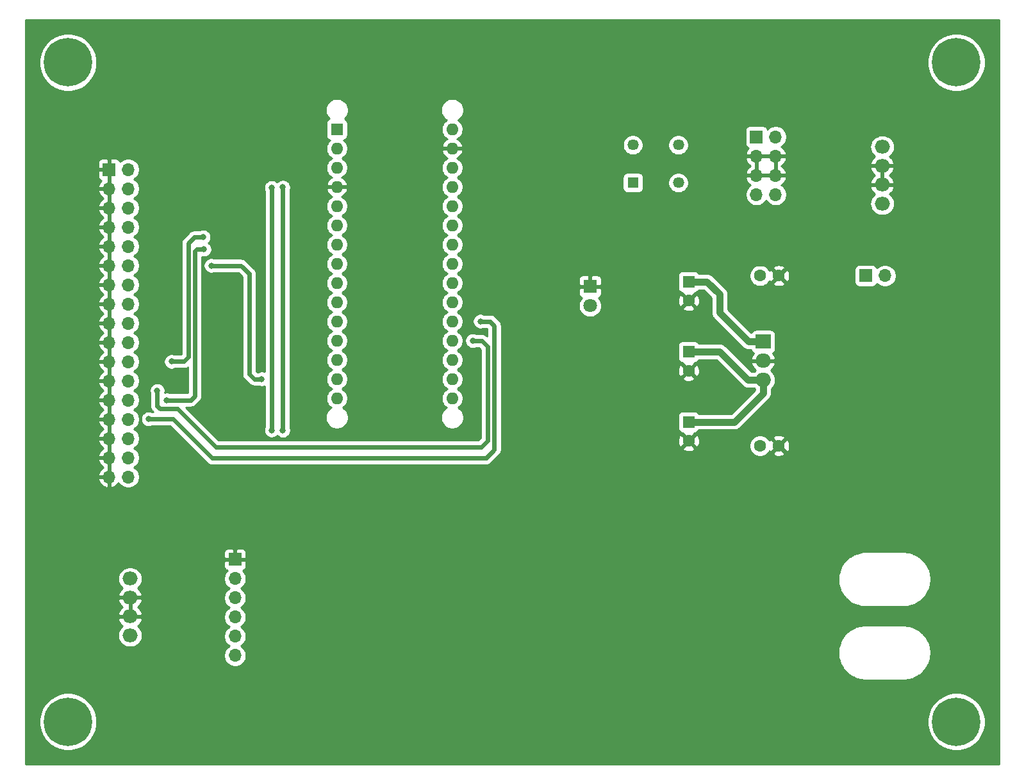
<source format=gbl>
G04 #@! TF.GenerationSoftware,KiCad,Pcbnew,(5.1.10)-1*
G04 #@! TF.CreationDate,2021-12-19T22:42:05+01:00*
G04 #@! TF.ProjectId,DrawBridge,44726177-4272-4696-9467-652e6b696361,1.0*
G04 #@! TF.SameCoordinates,Original*
G04 #@! TF.FileFunction,Copper,L2,Bot*
G04 #@! TF.FilePolarity,Positive*
%FSLAX46Y46*%
G04 Gerber Fmt 4.6, Leading zero omitted, Abs format (unit mm)*
G04 Created by KiCad (PCBNEW (5.1.10)-1) date 2021-12-19 22:42:05*
%MOMM*%
%LPD*%
G01*
G04 APERTURE LIST*
G04 #@! TA.AperFunction,ComponentPad*
%ADD10C,3.600000*%
G04 #@! TD*
G04 #@! TA.AperFunction,ConnectorPad*
%ADD11C,6.400000*%
G04 #@! TD*
G04 #@! TA.AperFunction,ComponentPad*
%ADD12R,1.600000X1.600000*%
G04 #@! TD*
G04 #@! TA.AperFunction,ComponentPad*
%ADD13O,1.600000X1.600000*%
G04 #@! TD*
G04 #@! TA.AperFunction,ComponentPad*
%ADD14C,1.600000*%
G04 #@! TD*
G04 #@! TA.AperFunction,ComponentPad*
%ADD15R,1.800000X1.800000*%
G04 #@! TD*
G04 #@! TA.AperFunction,ComponentPad*
%ADD16C,1.800000*%
G04 #@! TD*
G04 #@! TA.AperFunction,ComponentPad*
%ADD17O,2.000000X1.800000*%
G04 #@! TD*
G04 #@! TA.AperFunction,ComponentPad*
%ADD18R,1.700000X1.700000*%
G04 #@! TD*
G04 #@! TA.AperFunction,ComponentPad*
%ADD19O,1.700000X1.700000*%
G04 #@! TD*
G04 #@! TA.AperFunction,ComponentPad*
%ADD20R,1.458000X1.458000*%
G04 #@! TD*
G04 #@! TA.AperFunction,ComponentPad*
%ADD21C,1.458000*%
G04 #@! TD*
G04 #@! TA.AperFunction,ComponentPad*
%ADD22R,2.000000X1.905000*%
G04 #@! TD*
G04 #@! TA.AperFunction,ComponentPad*
%ADD23O,2.000000X1.905000*%
G04 #@! TD*
G04 #@! TA.AperFunction,ViaPad*
%ADD24C,0.800000*%
G04 #@! TD*
G04 #@! TA.AperFunction,Conductor*
%ADD25C,0.600000*%
G04 #@! TD*
G04 #@! TA.AperFunction,Conductor*
%ADD26C,0.900000*%
G04 #@! TD*
G04 #@! TA.AperFunction,Conductor*
%ADD27C,0.254000*%
G04 #@! TD*
G04 #@! TA.AperFunction,Conductor*
%ADD28C,0.100000*%
G04 #@! TD*
G04 APERTURE END LIST*
D10*
X61425000Y-51425000D03*
D11*
X61425000Y-51425000D03*
X178785700Y-51425000D03*
D10*
X178785700Y-51425000D03*
X61425000Y-138575000D03*
D11*
X61425000Y-138575000D03*
X178785700Y-138575000D03*
D10*
X178785700Y-138575000D03*
D12*
X96935000Y-60265000D03*
D13*
X112175000Y-93285000D03*
X96935000Y-62805000D03*
X112175000Y-90745000D03*
X96935000Y-65345000D03*
X112175000Y-88205000D03*
X96935000Y-67885000D03*
X112175000Y-85665000D03*
X96935000Y-70425000D03*
X112175000Y-83125000D03*
X96935000Y-72965000D03*
X112175000Y-80585000D03*
X96935000Y-75505000D03*
X112175000Y-78045000D03*
X96935000Y-78045000D03*
X112175000Y-75505000D03*
X96935000Y-80585000D03*
X112175000Y-72965000D03*
X96935000Y-83125000D03*
X112175000Y-70425000D03*
X96935000Y-85665000D03*
X112175000Y-67885000D03*
X96935000Y-88205000D03*
X112175000Y-65345000D03*
X96935000Y-90745000D03*
X112175000Y-62805000D03*
X96935000Y-93285000D03*
X112175000Y-60265000D03*
X96935000Y-95825000D03*
X112175000Y-95825000D03*
D14*
X143425000Y-92177620D03*
D12*
X143425000Y-89677620D03*
D14*
X152845000Y-102095000D03*
X155345000Y-102095000D03*
D12*
X143425000Y-98945000D03*
D14*
X143425000Y-101445000D03*
X155345000Y-79625000D03*
X152845000Y-79625000D03*
D12*
X143425000Y-80410241D03*
D14*
X143425000Y-82910241D03*
D15*
X130405000Y-81045000D03*
D16*
X130405000Y-83585000D03*
D17*
X69625000Y-127165000D03*
X69625000Y-124665000D03*
X69625000Y-122165000D03*
X69625000Y-119665000D03*
D18*
X83495000Y-117125000D03*
D19*
X83495000Y-119665000D03*
X83495000Y-122205000D03*
X83495000Y-124745000D03*
X83495000Y-127285000D03*
X83495000Y-129825000D03*
D18*
X66835000Y-65575000D03*
D19*
X69375000Y-65575000D03*
X66835000Y-68115000D03*
X69375000Y-68115000D03*
X66835000Y-70655000D03*
X69375000Y-70655000D03*
X66835000Y-73195000D03*
X69375000Y-73195000D03*
X66835000Y-75735000D03*
X69375000Y-75735000D03*
X66835000Y-78275000D03*
X69375000Y-78275000D03*
X66835000Y-80815000D03*
X69375000Y-80815000D03*
X66835000Y-83355000D03*
X69375000Y-83355000D03*
X66835000Y-85895000D03*
X69375000Y-85895000D03*
X66835000Y-88435000D03*
X69375000Y-88435000D03*
X66835000Y-90975000D03*
X69375000Y-90975000D03*
X66835000Y-93515000D03*
X69375000Y-93515000D03*
X66835000Y-96055000D03*
X69375000Y-96055000D03*
X66835000Y-98595000D03*
X69375000Y-98595000D03*
X66835000Y-101135000D03*
X69375000Y-101135000D03*
X66835000Y-103675000D03*
X69375000Y-103675000D03*
X66835000Y-106215000D03*
X69375000Y-106215000D03*
D17*
X168995000Y-70095000D03*
X168995000Y-67595000D03*
X168995000Y-65095000D03*
X168995000Y-62595000D03*
D20*
X136055000Y-67325000D03*
D21*
X136055000Y-62325000D03*
X142055000Y-62325000D03*
X142055000Y-67325000D03*
D22*
X153255000Y-88320000D03*
D23*
X153255000Y-90860000D03*
X153255000Y-93400000D03*
D19*
X169365000Y-79625000D03*
D18*
X166825000Y-79625000D03*
X152375000Y-61275000D03*
D19*
X154915000Y-61275000D03*
X152375000Y-63815000D03*
X154915000Y-63815000D03*
X152375000Y-66355000D03*
X154915000Y-66355000D03*
X152375000Y-68895000D03*
X154915000Y-68895000D03*
D24*
X88315000Y-67995000D03*
X88315000Y-100035000D03*
X89815000Y-67925000D03*
X89815000Y-100065000D03*
X114885000Y-88205000D03*
X73205000Y-94815000D03*
X72055000Y-98555000D03*
X115895000Y-85645000D03*
X79275000Y-74525000D03*
X75095000Y-90965000D03*
X79385000Y-76135000D03*
X74485000Y-96055000D03*
X87005000Y-93275000D03*
X80335000Y-78275000D03*
X84825000Y-101075000D03*
D25*
X88315000Y-67995000D02*
X88315000Y-100035000D01*
X89815000Y-67925000D02*
X89815000Y-71615000D01*
X89815000Y-71615000D02*
X89815000Y-100065000D01*
X114885000Y-88205000D02*
X116065000Y-88205000D01*
X116065000Y-88205000D02*
X116854990Y-88994990D01*
X116854990Y-88994990D02*
X116854990Y-101465010D01*
X116854990Y-101465010D02*
X116005000Y-102315000D01*
X116005000Y-102315000D02*
X80955000Y-102315000D01*
X80955000Y-102315000D02*
X75875000Y-97235000D01*
X75875000Y-97235000D02*
X74184998Y-97235000D01*
X74184998Y-97235000D02*
X73585000Y-97235000D01*
X73585000Y-97235000D02*
X73205000Y-96855000D01*
X73205000Y-96855000D02*
X73205000Y-94815000D01*
X117165000Y-85645000D02*
X115895000Y-85645000D01*
X117755000Y-102615000D02*
X117755000Y-86235000D01*
X117755000Y-86235000D02*
X117165000Y-85645000D01*
X116655000Y-103715000D02*
X117755000Y-102615000D01*
X80425000Y-103715000D02*
X116655000Y-103715000D01*
X75265000Y-98555000D02*
X80425000Y-103715000D01*
X72055000Y-98555000D02*
X75265000Y-98555000D01*
X79275000Y-74525000D02*
X78115000Y-74525000D01*
X78115000Y-74525000D02*
X77295000Y-75345000D01*
X77295000Y-75345000D02*
X77295000Y-90375000D01*
X76705000Y-90965000D02*
X75095000Y-90965000D01*
X77295000Y-90375000D02*
X76705000Y-90965000D01*
X79385000Y-76135000D02*
X78445010Y-76135000D01*
X78195010Y-76385000D02*
X78195010Y-95494990D01*
X78445010Y-76135000D02*
X78195010Y-76385000D01*
X77635000Y-96055000D02*
X74485000Y-96055000D01*
X78195010Y-95494990D02*
X77635000Y-96055000D01*
X87005000Y-93275000D02*
X86025000Y-93275000D01*
X86025000Y-93275000D02*
X85345000Y-92595000D01*
X85345000Y-92595000D02*
X85345000Y-79335000D01*
X84285000Y-78275000D02*
X85345000Y-79335000D01*
X80335000Y-78275000D02*
X84285000Y-78275000D01*
D26*
X153255000Y-93400000D02*
X153255000Y-95175000D01*
X149485000Y-98945000D02*
X143425000Y-98945000D01*
X153255000Y-95175000D02*
X149485000Y-98945000D01*
X153255000Y-93400000D02*
X151260000Y-93400000D01*
X151260000Y-93400000D02*
X147525000Y-89665000D01*
X143437620Y-89665000D02*
X143425000Y-89677620D01*
X147525000Y-89665000D02*
X143437620Y-89665000D01*
X151320000Y-88320000D02*
X153255000Y-88320000D01*
X147525000Y-84525000D02*
X151320000Y-88320000D01*
X145860241Y-80410241D02*
X147525000Y-82075000D01*
X147525000Y-82075000D02*
X147525000Y-84525000D01*
X143425000Y-80410241D02*
X145860241Y-80410241D01*
D27*
X184425700Y-144215000D02*
X55785000Y-144215000D01*
X55785000Y-138197285D01*
X57590000Y-138197285D01*
X57590000Y-138952715D01*
X57737377Y-139693628D01*
X58026467Y-140391554D01*
X58446161Y-141019670D01*
X58980330Y-141553839D01*
X59608446Y-141973533D01*
X60306372Y-142262623D01*
X61047285Y-142410000D01*
X61802715Y-142410000D01*
X62543628Y-142262623D01*
X63241554Y-141973533D01*
X63869670Y-141553839D01*
X64403839Y-141019670D01*
X64823533Y-140391554D01*
X65112623Y-139693628D01*
X65260000Y-138952715D01*
X65260000Y-138197285D01*
X174950700Y-138197285D01*
X174950700Y-138952715D01*
X175098077Y-139693628D01*
X175387167Y-140391554D01*
X175806861Y-141019670D01*
X176341030Y-141553839D01*
X176969146Y-141973533D01*
X177667072Y-142262623D01*
X178407985Y-142410000D01*
X179163415Y-142410000D01*
X179904328Y-142262623D01*
X180602254Y-141973533D01*
X181230370Y-141553839D01*
X181764539Y-141019670D01*
X182184233Y-140391554D01*
X182473323Y-139693628D01*
X182620700Y-138952715D01*
X182620700Y-138197285D01*
X182473323Y-137456372D01*
X182184233Y-136758446D01*
X181764539Y-136130330D01*
X181230370Y-135596161D01*
X180602254Y-135176467D01*
X179904328Y-134887377D01*
X179163415Y-134740000D01*
X178407985Y-134740000D01*
X177667072Y-134887377D01*
X176969146Y-135176467D01*
X176341030Y-135596161D01*
X175806861Y-136130330D01*
X175387167Y-136758446D01*
X175098077Y-137456372D01*
X174950700Y-138197285D01*
X65260000Y-138197285D01*
X65112623Y-137456372D01*
X64823533Y-136758446D01*
X64403839Y-136130330D01*
X63869670Y-135596161D01*
X63241554Y-135176467D01*
X62543628Y-134887377D01*
X61802715Y-134740000D01*
X61047285Y-134740000D01*
X60306372Y-134887377D01*
X59608446Y-135176467D01*
X58980330Y-135596161D01*
X58446161Y-136130330D01*
X58026467Y-136758446D01*
X57737377Y-137456372D01*
X57590000Y-138197285D01*
X55785000Y-138197285D01*
X55785000Y-127165000D01*
X67982573Y-127165000D01*
X68012210Y-127465913D01*
X68099983Y-127755261D01*
X68242519Y-128021927D01*
X68434339Y-128255661D01*
X68668073Y-128447481D01*
X68934739Y-128590017D01*
X69224087Y-128677790D01*
X69449592Y-128700000D01*
X69800408Y-128700000D01*
X70025913Y-128677790D01*
X70315261Y-128590017D01*
X70581927Y-128447481D01*
X70815661Y-128255661D01*
X71007481Y-128021927D01*
X71150017Y-127755261D01*
X71237790Y-127465913D01*
X71267427Y-127165000D01*
X71237790Y-126864087D01*
X71150017Y-126574739D01*
X71007481Y-126308073D01*
X70815661Y-126074339D01*
X70613531Y-125908456D01*
X70786029Y-125773038D01*
X70981809Y-125544751D01*
X71129291Y-125282656D01*
X71216036Y-125029740D01*
X71095378Y-124792000D01*
X69752000Y-124792000D01*
X69752000Y-124812000D01*
X69498000Y-124812000D01*
X69498000Y-124792000D01*
X68154622Y-124792000D01*
X68033964Y-125029740D01*
X68120709Y-125282656D01*
X68268191Y-125544751D01*
X68463971Y-125773038D01*
X68636469Y-125908456D01*
X68434339Y-126074339D01*
X68242519Y-126308073D01*
X68099983Y-126574739D01*
X68012210Y-126864087D01*
X67982573Y-127165000D01*
X55785000Y-127165000D01*
X55785000Y-122529740D01*
X68033964Y-122529740D01*
X68120709Y-122782656D01*
X68268191Y-123044751D01*
X68463971Y-123273038D01*
X68644804Y-123415000D01*
X68463971Y-123556962D01*
X68268191Y-123785249D01*
X68120709Y-124047344D01*
X68033964Y-124300260D01*
X68154622Y-124538000D01*
X69498000Y-124538000D01*
X69498000Y-122292000D01*
X69752000Y-122292000D01*
X69752000Y-124538000D01*
X71095378Y-124538000D01*
X71216036Y-124300260D01*
X71129291Y-124047344D01*
X70981809Y-123785249D01*
X70786029Y-123556962D01*
X70605196Y-123415000D01*
X70786029Y-123273038D01*
X70981809Y-123044751D01*
X71129291Y-122782656D01*
X71216036Y-122529740D01*
X71095378Y-122292000D01*
X69752000Y-122292000D01*
X69498000Y-122292000D01*
X68154622Y-122292000D01*
X68033964Y-122529740D01*
X55785000Y-122529740D01*
X55785000Y-119665000D01*
X67982573Y-119665000D01*
X68012210Y-119965913D01*
X68099983Y-120255261D01*
X68242519Y-120521927D01*
X68434339Y-120755661D01*
X68636469Y-120921544D01*
X68463971Y-121056962D01*
X68268191Y-121285249D01*
X68120709Y-121547344D01*
X68033964Y-121800260D01*
X68154622Y-122038000D01*
X69498000Y-122038000D01*
X69498000Y-122018000D01*
X69752000Y-122018000D01*
X69752000Y-122038000D01*
X71095378Y-122038000D01*
X71216036Y-121800260D01*
X71129291Y-121547344D01*
X70981809Y-121285249D01*
X70786029Y-121056962D01*
X70613531Y-120921544D01*
X70815661Y-120755661D01*
X71007481Y-120521927D01*
X71150017Y-120255261D01*
X71237790Y-119965913D01*
X71267427Y-119665000D01*
X71237790Y-119364087D01*
X71150017Y-119074739D01*
X71007481Y-118808073D01*
X70815661Y-118574339D01*
X70581927Y-118382519D01*
X70315261Y-118239983D01*
X70025913Y-118152210D01*
X69800408Y-118130000D01*
X69449592Y-118130000D01*
X69224087Y-118152210D01*
X68934739Y-118239983D01*
X68668073Y-118382519D01*
X68434339Y-118574339D01*
X68242519Y-118808073D01*
X68099983Y-119074739D01*
X68012210Y-119364087D01*
X67982573Y-119665000D01*
X55785000Y-119665000D01*
X55785000Y-117975000D01*
X82006928Y-117975000D01*
X82019188Y-118099482D01*
X82055498Y-118219180D01*
X82114463Y-118329494D01*
X82193815Y-118426185D01*
X82290506Y-118505537D01*
X82400820Y-118564502D01*
X82473380Y-118586513D01*
X82341525Y-118718368D01*
X82179010Y-118961589D01*
X82067068Y-119231842D01*
X82010000Y-119518740D01*
X82010000Y-119811260D01*
X82067068Y-120098158D01*
X82179010Y-120368411D01*
X82341525Y-120611632D01*
X82548368Y-120818475D01*
X82722760Y-120935000D01*
X82548368Y-121051525D01*
X82341525Y-121258368D01*
X82179010Y-121501589D01*
X82067068Y-121771842D01*
X82010000Y-122058740D01*
X82010000Y-122351260D01*
X82067068Y-122638158D01*
X82179010Y-122908411D01*
X82341525Y-123151632D01*
X82548368Y-123358475D01*
X82722760Y-123475000D01*
X82548368Y-123591525D01*
X82341525Y-123798368D01*
X82179010Y-124041589D01*
X82067068Y-124311842D01*
X82010000Y-124598740D01*
X82010000Y-124891260D01*
X82067068Y-125178158D01*
X82179010Y-125448411D01*
X82341525Y-125691632D01*
X82548368Y-125898475D01*
X82722760Y-126015000D01*
X82548368Y-126131525D01*
X82341525Y-126338368D01*
X82179010Y-126581589D01*
X82067068Y-126851842D01*
X82010000Y-127138740D01*
X82010000Y-127431260D01*
X82067068Y-127718158D01*
X82179010Y-127988411D01*
X82341525Y-128231632D01*
X82548368Y-128438475D01*
X82722760Y-128555000D01*
X82548368Y-128671525D01*
X82341525Y-128878368D01*
X82179010Y-129121589D01*
X82067068Y-129391842D01*
X82010000Y-129678740D01*
X82010000Y-129971260D01*
X82067068Y-130258158D01*
X82179010Y-130528411D01*
X82341525Y-130771632D01*
X82548368Y-130978475D01*
X82791589Y-131140990D01*
X83061842Y-131252932D01*
X83348740Y-131310000D01*
X83641260Y-131310000D01*
X83928158Y-131252932D01*
X84198411Y-131140990D01*
X84441632Y-130978475D01*
X84648475Y-130771632D01*
X84810990Y-130528411D01*
X84922932Y-130258158D01*
X84980000Y-129971260D01*
X84980000Y-129678740D01*
X84927129Y-129412939D01*
X163152707Y-129412939D01*
X163153112Y-129470977D01*
X163152707Y-129528949D01*
X163153579Y-129537842D01*
X163214780Y-130120132D01*
X163226446Y-130176966D01*
X163237313Y-130233933D01*
X163239896Y-130242488D01*
X163413033Y-130801801D01*
X163435499Y-130855243D01*
X163457240Y-130909056D01*
X163461436Y-130916946D01*
X163739912Y-131431978D01*
X163772341Y-131480057D01*
X163804110Y-131528606D01*
X163809759Y-131535531D01*
X164182969Y-131986664D01*
X164224114Y-132027522D01*
X164264712Y-132068980D01*
X164271598Y-132074676D01*
X164725326Y-132444728D01*
X164773617Y-132476812D01*
X164821503Y-132509601D01*
X164829364Y-132513851D01*
X165346328Y-132788725D01*
X165399984Y-132810840D01*
X165453272Y-132833680D01*
X165461809Y-132836323D01*
X166022317Y-133005550D01*
X166079222Y-133016817D01*
X166135956Y-133028877D01*
X166144843Y-133029810D01*
X166727546Y-133086945D01*
X166727548Y-133086945D01*
X166758566Y-133090000D01*
X171821434Y-133090000D01*
X171823663Y-133089780D01*
X171836348Y-133089692D01*
X171865258Y-133086654D01*
X171894340Y-133086654D01*
X171903227Y-133085719D01*
X172485076Y-133020454D01*
X172541805Y-133008396D01*
X172598715Y-132997128D01*
X172607252Y-132994485D01*
X173165343Y-132817448D01*
X173218647Y-132794602D01*
X173272288Y-132772493D01*
X173280149Y-132768242D01*
X173793224Y-132486176D01*
X173841068Y-132453417D01*
X173889400Y-132421305D01*
X173896285Y-132415609D01*
X174344802Y-132039259D01*
X174385417Y-131997784D01*
X174426546Y-131956942D01*
X174432194Y-131950017D01*
X174799069Y-131493717D01*
X174830840Y-131445166D01*
X174863268Y-131397090D01*
X174867463Y-131389200D01*
X175138722Y-130870329D01*
X175160436Y-130816585D01*
X175182931Y-130763073D01*
X175185513Y-130754518D01*
X175350823Y-130192842D01*
X175361693Y-130135857D01*
X175373356Y-130079042D01*
X175374228Y-130070149D01*
X175427293Y-129487060D01*
X175426888Y-129429022D01*
X175427293Y-129371051D01*
X175426421Y-129362158D01*
X175365220Y-128779868D01*
X175353554Y-128723034D01*
X175342687Y-128666067D01*
X175340104Y-128657513D01*
X175166967Y-128098199D01*
X175144489Y-128044728D01*
X175122760Y-127990944D01*
X175118564Y-127983054D01*
X174840088Y-127468022D01*
X174807675Y-127419967D01*
X174775890Y-127371394D01*
X174770241Y-127364469D01*
X174397031Y-126913336D01*
X174355886Y-126872478D01*
X174315288Y-126831020D01*
X174308402Y-126825324D01*
X173854674Y-126455272D01*
X173806361Y-126423173D01*
X173758497Y-126390399D01*
X173750637Y-126386149D01*
X173233672Y-126111275D01*
X173180051Y-126089175D01*
X173126727Y-126066319D01*
X173118191Y-126063677D01*
X172557683Y-125894450D01*
X172500764Y-125883180D01*
X172444043Y-125871123D01*
X172435156Y-125870189D01*
X171852454Y-125813055D01*
X171852452Y-125813055D01*
X171821434Y-125810000D01*
X166758566Y-125810000D01*
X166756337Y-125810220D01*
X166743652Y-125810308D01*
X166714742Y-125813346D01*
X166685660Y-125813346D01*
X166676773Y-125814281D01*
X166094925Y-125879546D01*
X166038203Y-125891602D01*
X165981285Y-125902872D01*
X165972748Y-125905515D01*
X165414657Y-126082552D01*
X165361318Y-126105413D01*
X165307711Y-126127508D01*
X165299851Y-126131758D01*
X164786776Y-126413824D01*
X164738932Y-126446583D01*
X164690600Y-126478695D01*
X164683715Y-126484391D01*
X164235198Y-126860741D01*
X164194635Y-126902164D01*
X164153453Y-126943058D01*
X164147806Y-126949983D01*
X163780931Y-127406283D01*
X163749160Y-127454834D01*
X163716732Y-127502910D01*
X163712537Y-127510800D01*
X163441278Y-128029670D01*
X163419546Y-128083459D01*
X163397070Y-128136926D01*
X163394487Y-128145481D01*
X163229177Y-128707158D01*
X163218308Y-128764135D01*
X163206644Y-128820957D01*
X163205772Y-128829851D01*
X163152707Y-129412939D01*
X84927129Y-129412939D01*
X84922932Y-129391842D01*
X84810990Y-129121589D01*
X84648475Y-128878368D01*
X84441632Y-128671525D01*
X84267240Y-128555000D01*
X84441632Y-128438475D01*
X84648475Y-128231632D01*
X84810990Y-127988411D01*
X84922932Y-127718158D01*
X84980000Y-127431260D01*
X84980000Y-127138740D01*
X84922932Y-126851842D01*
X84810990Y-126581589D01*
X84648475Y-126338368D01*
X84441632Y-126131525D01*
X84267240Y-126015000D01*
X84441632Y-125898475D01*
X84648475Y-125691632D01*
X84810990Y-125448411D01*
X84922932Y-125178158D01*
X84980000Y-124891260D01*
X84980000Y-124598740D01*
X84922932Y-124311842D01*
X84810990Y-124041589D01*
X84648475Y-123798368D01*
X84441632Y-123591525D01*
X84267240Y-123475000D01*
X84441632Y-123358475D01*
X84648475Y-123151632D01*
X84810990Y-122908411D01*
X84922932Y-122638158D01*
X84980000Y-122351260D01*
X84980000Y-122058740D01*
X84922932Y-121771842D01*
X84810990Y-121501589D01*
X84648475Y-121258368D01*
X84441632Y-121051525D01*
X84267240Y-120935000D01*
X84441632Y-120818475D01*
X84648475Y-120611632D01*
X84810990Y-120368411D01*
X84922932Y-120098158D01*
X84980000Y-119811260D01*
X84980000Y-119712939D01*
X163152707Y-119712939D01*
X163153112Y-119770977D01*
X163152707Y-119828949D01*
X163153579Y-119837842D01*
X163214780Y-120420132D01*
X163226446Y-120476966D01*
X163237313Y-120533933D01*
X163239896Y-120542488D01*
X163413033Y-121101801D01*
X163435499Y-121155243D01*
X163457240Y-121209056D01*
X163461436Y-121216946D01*
X163739912Y-121731978D01*
X163772341Y-121780057D01*
X163804110Y-121828606D01*
X163809759Y-121835531D01*
X164182969Y-122286664D01*
X164224114Y-122327522D01*
X164264712Y-122368980D01*
X164271598Y-122374676D01*
X164725326Y-122744728D01*
X164773617Y-122776812D01*
X164821503Y-122809601D01*
X164829364Y-122813851D01*
X165346328Y-123088725D01*
X165399984Y-123110840D01*
X165453272Y-123133680D01*
X165461809Y-123136323D01*
X166022317Y-123305550D01*
X166079222Y-123316817D01*
X166135956Y-123328877D01*
X166144843Y-123329810D01*
X166727546Y-123386945D01*
X166727548Y-123386945D01*
X166758566Y-123390000D01*
X171821434Y-123390000D01*
X171823663Y-123389780D01*
X171836348Y-123389692D01*
X171865258Y-123386654D01*
X171894340Y-123386654D01*
X171903227Y-123385719D01*
X172485076Y-123320454D01*
X172541805Y-123308396D01*
X172598715Y-123297128D01*
X172607252Y-123294485D01*
X173165343Y-123117448D01*
X173218647Y-123094602D01*
X173272288Y-123072493D01*
X173280149Y-123068242D01*
X173793224Y-122786176D01*
X173841068Y-122753417D01*
X173889400Y-122721305D01*
X173896285Y-122715609D01*
X174344802Y-122339259D01*
X174385417Y-122297784D01*
X174426546Y-122256942D01*
X174432194Y-122250017D01*
X174799069Y-121793717D01*
X174830840Y-121745166D01*
X174863268Y-121697090D01*
X174867463Y-121689200D01*
X175138722Y-121170329D01*
X175160436Y-121116585D01*
X175182931Y-121063073D01*
X175185513Y-121054518D01*
X175350823Y-120492842D01*
X175361693Y-120435857D01*
X175373356Y-120379042D01*
X175374228Y-120370149D01*
X175427293Y-119787060D01*
X175426888Y-119729022D01*
X175427293Y-119671051D01*
X175426421Y-119662158D01*
X175365220Y-119079868D01*
X175353554Y-119023034D01*
X175342687Y-118966067D01*
X175340104Y-118957513D01*
X175166967Y-118398199D01*
X175144489Y-118344728D01*
X175122760Y-118290944D01*
X175118564Y-118283054D01*
X174840088Y-117768022D01*
X174807675Y-117719967D01*
X174775890Y-117671394D01*
X174770241Y-117664469D01*
X174397031Y-117213336D01*
X174355886Y-117172478D01*
X174315288Y-117131020D01*
X174308402Y-117125324D01*
X173854674Y-116755272D01*
X173806361Y-116723173D01*
X173758497Y-116690399D01*
X173750637Y-116686149D01*
X173233672Y-116411275D01*
X173180051Y-116389175D01*
X173126727Y-116366319D01*
X173118191Y-116363677D01*
X172557683Y-116194450D01*
X172500764Y-116183180D01*
X172444043Y-116171123D01*
X172435156Y-116170189D01*
X171852454Y-116113055D01*
X171852452Y-116113055D01*
X171821434Y-116110000D01*
X166758566Y-116110000D01*
X166756337Y-116110220D01*
X166743652Y-116110308D01*
X166714742Y-116113346D01*
X166685660Y-116113346D01*
X166676773Y-116114281D01*
X166094925Y-116179546D01*
X166038203Y-116191602D01*
X165981285Y-116202872D01*
X165972748Y-116205515D01*
X165414657Y-116382552D01*
X165361318Y-116405413D01*
X165307711Y-116427508D01*
X165299851Y-116431758D01*
X164786776Y-116713824D01*
X164738932Y-116746583D01*
X164690600Y-116778695D01*
X164683715Y-116784391D01*
X164235198Y-117160741D01*
X164194635Y-117202164D01*
X164153453Y-117243058D01*
X164147806Y-117249983D01*
X163780931Y-117706283D01*
X163749160Y-117754834D01*
X163716732Y-117802910D01*
X163712537Y-117810800D01*
X163441278Y-118329670D01*
X163419546Y-118383459D01*
X163397070Y-118436926D01*
X163394487Y-118445481D01*
X163229177Y-119007158D01*
X163218308Y-119064135D01*
X163206644Y-119120957D01*
X163205772Y-119129851D01*
X163152707Y-119712939D01*
X84980000Y-119712939D01*
X84980000Y-119518740D01*
X84922932Y-119231842D01*
X84810990Y-118961589D01*
X84648475Y-118718368D01*
X84516620Y-118586513D01*
X84589180Y-118564502D01*
X84699494Y-118505537D01*
X84796185Y-118426185D01*
X84875537Y-118329494D01*
X84934502Y-118219180D01*
X84970812Y-118099482D01*
X84983072Y-117975000D01*
X84980000Y-117410750D01*
X84821250Y-117252000D01*
X83622000Y-117252000D01*
X83622000Y-117272000D01*
X83368000Y-117272000D01*
X83368000Y-117252000D01*
X82168750Y-117252000D01*
X82010000Y-117410750D01*
X82006928Y-117975000D01*
X55785000Y-117975000D01*
X55785000Y-116275000D01*
X82006928Y-116275000D01*
X82010000Y-116839250D01*
X82168750Y-116998000D01*
X83368000Y-116998000D01*
X83368000Y-115798750D01*
X83622000Y-115798750D01*
X83622000Y-116998000D01*
X84821250Y-116998000D01*
X84980000Y-116839250D01*
X84983072Y-116275000D01*
X84970812Y-116150518D01*
X84934502Y-116030820D01*
X84875537Y-115920506D01*
X84796185Y-115823815D01*
X84699494Y-115744463D01*
X84589180Y-115685498D01*
X84469482Y-115649188D01*
X84345000Y-115636928D01*
X83780750Y-115640000D01*
X83622000Y-115798750D01*
X83368000Y-115798750D01*
X83209250Y-115640000D01*
X82645000Y-115636928D01*
X82520518Y-115649188D01*
X82400820Y-115685498D01*
X82290506Y-115744463D01*
X82193815Y-115823815D01*
X82114463Y-115920506D01*
X82055498Y-116030820D01*
X82019188Y-116150518D01*
X82006928Y-116275000D01*
X55785000Y-116275000D01*
X55785000Y-106571890D01*
X65393524Y-106571890D01*
X65438175Y-106719099D01*
X65563359Y-106981920D01*
X65737412Y-107215269D01*
X65953645Y-107410178D01*
X66203748Y-107559157D01*
X66478109Y-107656481D01*
X66708000Y-107535814D01*
X66708000Y-106342000D01*
X65514845Y-106342000D01*
X65393524Y-106571890D01*
X55785000Y-106571890D01*
X55785000Y-104031890D01*
X65393524Y-104031890D01*
X65438175Y-104179099D01*
X65563359Y-104441920D01*
X65737412Y-104675269D01*
X65953645Y-104870178D01*
X66079255Y-104945000D01*
X65953645Y-105019822D01*
X65737412Y-105214731D01*
X65563359Y-105448080D01*
X65438175Y-105710901D01*
X65393524Y-105858110D01*
X65514845Y-106088000D01*
X66708000Y-106088000D01*
X66708000Y-103802000D01*
X65514845Y-103802000D01*
X65393524Y-104031890D01*
X55785000Y-104031890D01*
X55785000Y-101491890D01*
X65393524Y-101491890D01*
X65438175Y-101639099D01*
X65563359Y-101901920D01*
X65737412Y-102135269D01*
X65953645Y-102330178D01*
X66079255Y-102405000D01*
X65953645Y-102479822D01*
X65737412Y-102674731D01*
X65563359Y-102908080D01*
X65438175Y-103170901D01*
X65393524Y-103318110D01*
X65514845Y-103548000D01*
X66708000Y-103548000D01*
X66708000Y-101262000D01*
X65514845Y-101262000D01*
X65393524Y-101491890D01*
X55785000Y-101491890D01*
X55785000Y-98951890D01*
X65393524Y-98951890D01*
X65438175Y-99099099D01*
X65563359Y-99361920D01*
X65737412Y-99595269D01*
X65953645Y-99790178D01*
X66079255Y-99865000D01*
X65953645Y-99939822D01*
X65737412Y-100134731D01*
X65563359Y-100368080D01*
X65438175Y-100630901D01*
X65393524Y-100778110D01*
X65514845Y-101008000D01*
X66708000Y-101008000D01*
X66708000Y-98722000D01*
X65514845Y-98722000D01*
X65393524Y-98951890D01*
X55785000Y-98951890D01*
X55785000Y-96411890D01*
X65393524Y-96411890D01*
X65438175Y-96559099D01*
X65563359Y-96821920D01*
X65737412Y-97055269D01*
X65953645Y-97250178D01*
X66079255Y-97325000D01*
X65953645Y-97399822D01*
X65737412Y-97594731D01*
X65563359Y-97828080D01*
X65438175Y-98090901D01*
X65393524Y-98238110D01*
X65514845Y-98468000D01*
X66708000Y-98468000D01*
X66708000Y-96182000D01*
X65514845Y-96182000D01*
X65393524Y-96411890D01*
X55785000Y-96411890D01*
X55785000Y-93871890D01*
X65393524Y-93871890D01*
X65438175Y-94019099D01*
X65563359Y-94281920D01*
X65737412Y-94515269D01*
X65953645Y-94710178D01*
X66079255Y-94785000D01*
X65953645Y-94859822D01*
X65737412Y-95054731D01*
X65563359Y-95288080D01*
X65438175Y-95550901D01*
X65393524Y-95698110D01*
X65514845Y-95928000D01*
X66708000Y-95928000D01*
X66708000Y-93642000D01*
X65514845Y-93642000D01*
X65393524Y-93871890D01*
X55785000Y-93871890D01*
X55785000Y-91331890D01*
X65393524Y-91331890D01*
X65438175Y-91479099D01*
X65563359Y-91741920D01*
X65737412Y-91975269D01*
X65953645Y-92170178D01*
X66079255Y-92245000D01*
X65953645Y-92319822D01*
X65737412Y-92514731D01*
X65563359Y-92748080D01*
X65438175Y-93010901D01*
X65393524Y-93158110D01*
X65514845Y-93388000D01*
X66708000Y-93388000D01*
X66708000Y-91102000D01*
X65514845Y-91102000D01*
X65393524Y-91331890D01*
X55785000Y-91331890D01*
X55785000Y-88791890D01*
X65393524Y-88791890D01*
X65438175Y-88939099D01*
X65563359Y-89201920D01*
X65737412Y-89435269D01*
X65953645Y-89630178D01*
X66079255Y-89705000D01*
X65953645Y-89779822D01*
X65737412Y-89974731D01*
X65563359Y-90208080D01*
X65438175Y-90470901D01*
X65393524Y-90618110D01*
X65514845Y-90848000D01*
X66708000Y-90848000D01*
X66708000Y-88562000D01*
X65514845Y-88562000D01*
X65393524Y-88791890D01*
X55785000Y-88791890D01*
X55785000Y-86251890D01*
X65393524Y-86251890D01*
X65438175Y-86399099D01*
X65563359Y-86661920D01*
X65737412Y-86895269D01*
X65953645Y-87090178D01*
X66079255Y-87165000D01*
X65953645Y-87239822D01*
X65737412Y-87434731D01*
X65563359Y-87668080D01*
X65438175Y-87930901D01*
X65393524Y-88078110D01*
X65514845Y-88308000D01*
X66708000Y-88308000D01*
X66708000Y-86022000D01*
X65514845Y-86022000D01*
X65393524Y-86251890D01*
X55785000Y-86251890D01*
X55785000Y-83711890D01*
X65393524Y-83711890D01*
X65438175Y-83859099D01*
X65563359Y-84121920D01*
X65737412Y-84355269D01*
X65953645Y-84550178D01*
X66079255Y-84625000D01*
X65953645Y-84699822D01*
X65737412Y-84894731D01*
X65563359Y-85128080D01*
X65438175Y-85390901D01*
X65393524Y-85538110D01*
X65514845Y-85768000D01*
X66708000Y-85768000D01*
X66708000Y-83482000D01*
X65514845Y-83482000D01*
X65393524Y-83711890D01*
X55785000Y-83711890D01*
X55785000Y-81171890D01*
X65393524Y-81171890D01*
X65438175Y-81319099D01*
X65563359Y-81581920D01*
X65737412Y-81815269D01*
X65953645Y-82010178D01*
X66079255Y-82085000D01*
X65953645Y-82159822D01*
X65737412Y-82354731D01*
X65563359Y-82588080D01*
X65438175Y-82850901D01*
X65393524Y-82998110D01*
X65514845Y-83228000D01*
X66708000Y-83228000D01*
X66708000Y-80942000D01*
X65514845Y-80942000D01*
X65393524Y-81171890D01*
X55785000Y-81171890D01*
X55785000Y-78631890D01*
X65393524Y-78631890D01*
X65438175Y-78779099D01*
X65563359Y-79041920D01*
X65737412Y-79275269D01*
X65953645Y-79470178D01*
X66079255Y-79545000D01*
X65953645Y-79619822D01*
X65737412Y-79814731D01*
X65563359Y-80048080D01*
X65438175Y-80310901D01*
X65393524Y-80458110D01*
X65514845Y-80688000D01*
X66708000Y-80688000D01*
X66708000Y-78402000D01*
X65514845Y-78402000D01*
X65393524Y-78631890D01*
X55785000Y-78631890D01*
X55785000Y-76091890D01*
X65393524Y-76091890D01*
X65438175Y-76239099D01*
X65563359Y-76501920D01*
X65737412Y-76735269D01*
X65953645Y-76930178D01*
X66079255Y-77005000D01*
X65953645Y-77079822D01*
X65737412Y-77274731D01*
X65563359Y-77508080D01*
X65438175Y-77770901D01*
X65393524Y-77918110D01*
X65514845Y-78148000D01*
X66708000Y-78148000D01*
X66708000Y-75862000D01*
X65514845Y-75862000D01*
X65393524Y-76091890D01*
X55785000Y-76091890D01*
X55785000Y-73551890D01*
X65393524Y-73551890D01*
X65438175Y-73699099D01*
X65563359Y-73961920D01*
X65737412Y-74195269D01*
X65953645Y-74390178D01*
X66079255Y-74465000D01*
X65953645Y-74539822D01*
X65737412Y-74734731D01*
X65563359Y-74968080D01*
X65438175Y-75230901D01*
X65393524Y-75378110D01*
X65514845Y-75608000D01*
X66708000Y-75608000D01*
X66708000Y-73322000D01*
X65514845Y-73322000D01*
X65393524Y-73551890D01*
X55785000Y-73551890D01*
X55785000Y-71011890D01*
X65393524Y-71011890D01*
X65438175Y-71159099D01*
X65563359Y-71421920D01*
X65737412Y-71655269D01*
X65953645Y-71850178D01*
X66079255Y-71925000D01*
X65953645Y-71999822D01*
X65737412Y-72194731D01*
X65563359Y-72428080D01*
X65438175Y-72690901D01*
X65393524Y-72838110D01*
X65514845Y-73068000D01*
X66708000Y-73068000D01*
X66708000Y-70782000D01*
X65514845Y-70782000D01*
X65393524Y-71011890D01*
X55785000Y-71011890D01*
X55785000Y-68471890D01*
X65393524Y-68471890D01*
X65438175Y-68619099D01*
X65563359Y-68881920D01*
X65737412Y-69115269D01*
X65953645Y-69310178D01*
X66079255Y-69385000D01*
X65953645Y-69459822D01*
X65737412Y-69654731D01*
X65563359Y-69888080D01*
X65438175Y-70150901D01*
X65393524Y-70298110D01*
X65514845Y-70528000D01*
X66708000Y-70528000D01*
X66708000Y-68242000D01*
X65514845Y-68242000D01*
X65393524Y-68471890D01*
X55785000Y-68471890D01*
X55785000Y-66425000D01*
X65346928Y-66425000D01*
X65359188Y-66549482D01*
X65395498Y-66669180D01*
X65454463Y-66779494D01*
X65533815Y-66876185D01*
X65630506Y-66955537D01*
X65740820Y-67014502D01*
X65821466Y-67038966D01*
X65737412Y-67114731D01*
X65563359Y-67348080D01*
X65438175Y-67610901D01*
X65393524Y-67758110D01*
X65514845Y-67988000D01*
X66708000Y-67988000D01*
X66708000Y-65702000D01*
X65508750Y-65702000D01*
X65350000Y-65860750D01*
X65346928Y-66425000D01*
X55785000Y-66425000D01*
X55785000Y-64725000D01*
X65346928Y-64725000D01*
X65350000Y-65289250D01*
X65508750Y-65448000D01*
X66708000Y-65448000D01*
X66708000Y-64248750D01*
X66962000Y-64248750D01*
X66962000Y-65448000D01*
X66982000Y-65448000D01*
X66982000Y-65702000D01*
X66962000Y-65702000D01*
X66962000Y-67988000D01*
X66982000Y-67988000D01*
X66982000Y-68242000D01*
X66962000Y-68242000D01*
X66962000Y-70528000D01*
X66982000Y-70528000D01*
X66982000Y-70782000D01*
X66962000Y-70782000D01*
X66962000Y-73068000D01*
X66982000Y-73068000D01*
X66982000Y-73322000D01*
X66962000Y-73322000D01*
X66962000Y-75608000D01*
X66982000Y-75608000D01*
X66982000Y-75862000D01*
X66962000Y-75862000D01*
X66962000Y-78148000D01*
X66982000Y-78148000D01*
X66982000Y-78402000D01*
X66962000Y-78402000D01*
X66962000Y-80688000D01*
X66982000Y-80688000D01*
X66982000Y-80942000D01*
X66962000Y-80942000D01*
X66962000Y-83228000D01*
X66982000Y-83228000D01*
X66982000Y-83482000D01*
X66962000Y-83482000D01*
X66962000Y-85768000D01*
X66982000Y-85768000D01*
X66982000Y-86022000D01*
X66962000Y-86022000D01*
X66962000Y-88308000D01*
X66982000Y-88308000D01*
X66982000Y-88562000D01*
X66962000Y-88562000D01*
X66962000Y-90848000D01*
X66982000Y-90848000D01*
X66982000Y-91102000D01*
X66962000Y-91102000D01*
X66962000Y-93388000D01*
X66982000Y-93388000D01*
X66982000Y-93642000D01*
X66962000Y-93642000D01*
X66962000Y-95928000D01*
X66982000Y-95928000D01*
X66982000Y-96182000D01*
X66962000Y-96182000D01*
X66962000Y-98468000D01*
X66982000Y-98468000D01*
X66982000Y-98722000D01*
X66962000Y-98722000D01*
X66962000Y-101008000D01*
X66982000Y-101008000D01*
X66982000Y-101262000D01*
X66962000Y-101262000D01*
X66962000Y-103548000D01*
X66982000Y-103548000D01*
X66982000Y-103802000D01*
X66962000Y-103802000D01*
X66962000Y-106088000D01*
X66982000Y-106088000D01*
X66982000Y-106342000D01*
X66962000Y-106342000D01*
X66962000Y-107535814D01*
X67191891Y-107656481D01*
X67466252Y-107559157D01*
X67716355Y-107410178D01*
X67932588Y-107215269D01*
X68103900Y-106985594D01*
X68221525Y-107161632D01*
X68428368Y-107368475D01*
X68671589Y-107530990D01*
X68941842Y-107642932D01*
X69228740Y-107700000D01*
X69521260Y-107700000D01*
X69808158Y-107642932D01*
X70078411Y-107530990D01*
X70321632Y-107368475D01*
X70528475Y-107161632D01*
X70690990Y-106918411D01*
X70802932Y-106648158D01*
X70860000Y-106361260D01*
X70860000Y-106068740D01*
X70802932Y-105781842D01*
X70690990Y-105511589D01*
X70528475Y-105268368D01*
X70321632Y-105061525D01*
X70147240Y-104945000D01*
X70321632Y-104828475D01*
X70528475Y-104621632D01*
X70690990Y-104378411D01*
X70802932Y-104108158D01*
X70860000Y-103821260D01*
X70860000Y-103528740D01*
X70802932Y-103241842D01*
X70690990Y-102971589D01*
X70528475Y-102728368D01*
X70321632Y-102521525D01*
X70147240Y-102405000D01*
X70321632Y-102288475D01*
X70528475Y-102081632D01*
X70690990Y-101838411D01*
X70802932Y-101568158D01*
X70860000Y-101281260D01*
X70860000Y-100988740D01*
X70802932Y-100701842D01*
X70690990Y-100431589D01*
X70528475Y-100188368D01*
X70321632Y-99981525D01*
X70147240Y-99865000D01*
X70321632Y-99748475D01*
X70528475Y-99541632D01*
X70690990Y-99298411D01*
X70802932Y-99028158D01*
X70860000Y-98741260D01*
X70860000Y-98453061D01*
X71020000Y-98453061D01*
X71020000Y-98656939D01*
X71059774Y-98856898D01*
X71137795Y-99045256D01*
X71251063Y-99214774D01*
X71395226Y-99358937D01*
X71564744Y-99472205D01*
X71753102Y-99550226D01*
X71953061Y-99590000D01*
X72156939Y-99590000D01*
X72356898Y-99550226D01*
X72502295Y-99490000D01*
X74877711Y-99490000D01*
X79731370Y-104343659D01*
X79760656Y-104379344D01*
X79903028Y-104496186D01*
X80065460Y-104583007D01*
X80241708Y-104636471D01*
X80425000Y-104654524D01*
X80470932Y-104650000D01*
X116609068Y-104650000D01*
X116655000Y-104654524D01*
X116700932Y-104650000D01*
X116838292Y-104636471D01*
X117014540Y-104583007D01*
X117176972Y-104496186D01*
X117319344Y-104379344D01*
X117348630Y-104343659D01*
X118383660Y-103308629D01*
X118419344Y-103279344D01*
X118536186Y-103136972D01*
X118623007Y-102974540D01*
X118676471Y-102798292D01*
X118690000Y-102660932D01*
X118690000Y-102660931D01*
X118694524Y-102615000D01*
X118690000Y-102569068D01*
X118690000Y-102437702D01*
X142611903Y-102437702D01*
X142683486Y-102681671D01*
X142938996Y-102802571D01*
X143213184Y-102871300D01*
X143495512Y-102885217D01*
X143775130Y-102843787D01*
X144041292Y-102748603D01*
X144166514Y-102681671D01*
X144238097Y-102437702D01*
X143425000Y-101624605D01*
X142611903Y-102437702D01*
X118690000Y-102437702D01*
X118690000Y-101515512D01*
X141984783Y-101515512D01*
X142026213Y-101795130D01*
X142121397Y-102061292D01*
X142188329Y-102186514D01*
X142432298Y-102258097D01*
X143245395Y-101445000D01*
X143604605Y-101445000D01*
X144417702Y-102258097D01*
X144661671Y-102186514D01*
X144771848Y-101953665D01*
X151410000Y-101953665D01*
X151410000Y-102236335D01*
X151465147Y-102513574D01*
X151573320Y-102774727D01*
X151730363Y-103009759D01*
X151930241Y-103209637D01*
X152165273Y-103366680D01*
X152426426Y-103474853D01*
X152703665Y-103530000D01*
X152986335Y-103530000D01*
X153263574Y-103474853D01*
X153524727Y-103366680D01*
X153759759Y-103209637D01*
X153881694Y-103087702D01*
X154531903Y-103087702D01*
X154603486Y-103331671D01*
X154858996Y-103452571D01*
X155133184Y-103521300D01*
X155415512Y-103535217D01*
X155695130Y-103493787D01*
X155961292Y-103398603D01*
X156086514Y-103331671D01*
X156158097Y-103087702D01*
X155345000Y-102274605D01*
X154531903Y-103087702D01*
X153881694Y-103087702D01*
X153959637Y-103009759D01*
X154093692Y-102809131D01*
X154108329Y-102836514D01*
X154352298Y-102908097D01*
X155165395Y-102095000D01*
X155524605Y-102095000D01*
X156337702Y-102908097D01*
X156581671Y-102836514D01*
X156702571Y-102581004D01*
X156771300Y-102306816D01*
X156785217Y-102024488D01*
X156743787Y-101744870D01*
X156648603Y-101478708D01*
X156581671Y-101353486D01*
X156337702Y-101281903D01*
X155524605Y-102095000D01*
X155165395Y-102095000D01*
X154352298Y-101281903D01*
X154108329Y-101353486D01*
X154094676Y-101382341D01*
X153959637Y-101180241D01*
X153881694Y-101102298D01*
X154531903Y-101102298D01*
X155345000Y-101915395D01*
X156158097Y-101102298D01*
X156086514Y-100858329D01*
X155831004Y-100737429D01*
X155556816Y-100668700D01*
X155274488Y-100654783D01*
X154994870Y-100696213D01*
X154728708Y-100791397D01*
X154603486Y-100858329D01*
X154531903Y-101102298D01*
X153881694Y-101102298D01*
X153759759Y-100980363D01*
X153524727Y-100823320D01*
X153263574Y-100715147D01*
X152986335Y-100660000D01*
X152703665Y-100660000D01*
X152426426Y-100715147D01*
X152165273Y-100823320D01*
X151930241Y-100980363D01*
X151730363Y-101180241D01*
X151573320Y-101415273D01*
X151465147Y-101676426D01*
X151410000Y-101953665D01*
X144771848Y-101953665D01*
X144782571Y-101931004D01*
X144851300Y-101656816D01*
X144865217Y-101374488D01*
X144823787Y-101094870D01*
X144728603Y-100828708D01*
X144661671Y-100703486D01*
X144417702Y-100631903D01*
X143604605Y-101445000D01*
X143245395Y-101445000D01*
X142432298Y-100631903D01*
X142188329Y-100703486D01*
X142067429Y-100958996D01*
X141998700Y-101233184D01*
X141984783Y-101515512D01*
X118690000Y-101515512D01*
X118690000Y-93170322D01*
X142611903Y-93170322D01*
X142683486Y-93414291D01*
X142938996Y-93535191D01*
X143213184Y-93603920D01*
X143495512Y-93617837D01*
X143775130Y-93576407D01*
X144041292Y-93481223D01*
X144166514Y-93414291D01*
X144238097Y-93170322D01*
X143425000Y-92357225D01*
X142611903Y-93170322D01*
X118690000Y-93170322D01*
X118690000Y-92248132D01*
X141984783Y-92248132D01*
X142026213Y-92527750D01*
X142121397Y-92793912D01*
X142188329Y-92919134D01*
X142432298Y-92990717D01*
X143245395Y-92177620D01*
X143604605Y-92177620D01*
X144417702Y-92990717D01*
X144661671Y-92919134D01*
X144782571Y-92663624D01*
X144851300Y-92389436D01*
X144865217Y-92107108D01*
X144823787Y-91827490D01*
X144728603Y-91561328D01*
X144661671Y-91436106D01*
X144417702Y-91364523D01*
X143604605Y-92177620D01*
X143245395Y-92177620D01*
X142432298Y-91364523D01*
X142188329Y-91436106D01*
X142067429Y-91691616D01*
X141998700Y-91965804D01*
X141984783Y-92248132D01*
X118690000Y-92248132D01*
X118690000Y-88877620D01*
X141986928Y-88877620D01*
X141986928Y-90477620D01*
X141999188Y-90602102D01*
X142035498Y-90721800D01*
X142094463Y-90832114D01*
X142173815Y-90928805D01*
X142270506Y-91008157D01*
X142380820Y-91067122D01*
X142500518Y-91103432D01*
X142625000Y-91115692D01*
X142632215Y-91115692D01*
X142611903Y-91184918D01*
X143425000Y-91998015D01*
X144238097Y-91184918D01*
X144217785Y-91115692D01*
X144225000Y-91115692D01*
X144349482Y-91103432D01*
X144469180Y-91067122D01*
X144579494Y-91008157D01*
X144676185Y-90928805D01*
X144755537Y-90832114D01*
X144799429Y-90750000D01*
X147075579Y-90750000D01*
X150455109Y-94129531D01*
X150489078Y-94170922D01*
X150530469Y-94204891D01*
X150530473Y-94204895D01*
X150654290Y-94306509D01*
X150842779Y-94407259D01*
X151001678Y-94455460D01*
X151047303Y-94469300D01*
X151206706Y-94485000D01*
X151206714Y-94485000D01*
X151260000Y-94490248D01*
X151313286Y-94485000D01*
X152044278Y-94485000D01*
X152079537Y-94527963D01*
X152170000Y-94602204D01*
X152170000Y-94725578D01*
X149035579Y-97860000D01*
X144792683Y-97860000D01*
X144755537Y-97790506D01*
X144676185Y-97693815D01*
X144579494Y-97614463D01*
X144469180Y-97555498D01*
X144349482Y-97519188D01*
X144225000Y-97506928D01*
X142625000Y-97506928D01*
X142500518Y-97519188D01*
X142380820Y-97555498D01*
X142270506Y-97614463D01*
X142173815Y-97693815D01*
X142094463Y-97790506D01*
X142035498Y-97900820D01*
X141999188Y-98020518D01*
X141986928Y-98145000D01*
X141986928Y-99745000D01*
X141999188Y-99869482D01*
X142035498Y-99989180D01*
X142094463Y-100099494D01*
X142173815Y-100196185D01*
X142270506Y-100275537D01*
X142380820Y-100334502D01*
X142500518Y-100370812D01*
X142625000Y-100383072D01*
X142632215Y-100383072D01*
X142611903Y-100452298D01*
X143425000Y-101265395D01*
X144238097Y-100452298D01*
X144217785Y-100383072D01*
X144225000Y-100383072D01*
X144349482Y-100370812D01*
X144469180Y-100334502D01*
X144579494Y-100275537D01*
X144676185Y-100196185D01*
X144755537Y-100099494D01*
X144792683Y-100030000D01*
X149431714Y-100030000D01*
X149485000Y-100035248D01*
X149538286Y-100030000D01*
X149538294Y-100030000D01*
X149697697Y-100014300D01*
X149902220Y-99952259D01*
X150090710Y-99851509D01*
X150255922Y-99715922D01*
X150289895Y-99674526D01*
X153984531Y-95979891D01*
X154025922Y-95945922D01*
X154059891Y-95904531D01*
X154059895Y-95904527D01*
X154104644Y-95850000D01*
X154161509Y-95780710D01*
X154262259Y-95592220D01*
X154322016Y-95395226D01*
X154324300Y-95387698D01*
X154332420Y-95305256D01*
X154340000Y-95228294D01*
X154340000Y-95228287D01*
X154345248Y-95175001D01*
X154340000Y-95121715D01*
X154340000Y-94602204D01*
X154430463Y-94527963D01*
X154628845Y-94286235D01*
X154776255Y-94010449D01*
X154867030Y-93711204D01*
X154897681Y-93400000D01*
X154867030Y-93088796D01*
X154776255Y-92789551D01*
X154628845Y-92513765D01*
X154430463Y-92272037D01*
X154251101Y-92124837D01*
X154436315Y-91969437D01*
X154630969Y-91726923D01*
X154774571Y-91451094D01*
X154845563Y-91232980D01*
X154725594Y-90987000D01*
X153382000Y-90987000D01*
X153382000Y-91007000D01*
X153128000Y-91007000D01*
X153128000Y-90987000D01*
X151784406Y-90987000D01*
X151664437Y-91232980D01*
X151735429Y-91451094D01*
X151879031Y-91726923D01*
X152073685Y-91969437D01*
X152258899Y-92124837D01*
X152079537Y-92272037D01*
X152044278Y-92315000D01*
X151709422Y-92315000D01*
X148329895Y-88935474D01*
X148295922Y-88894078D01*
X148130710Y-88758491D01*
X147942220Y-88657741D01*
X147737697Y-88595700D01*
X147578294Y-88580000D01*
X147578286Y-88580000D01*
X147525000Y-88574752D01*
X147471714Y-88580000D01*
X144785937Y-88580000D01*
X144755537Y-88523126D01*
X144676185Y-88426435D01*
X144579494Y-88347083D01*
X144469180Y-88288118D01*
X144349482Y-88251808D01*
X144225000Y-88239548D01*
X142625000Y-88239548D01*
X142500518Y-88251808D01*
X142380820Y-88288118D01*
X142270506Y-88347083D01*
X142173815Y-88426435D01*
X142094463Y-88523126D01*
X142035498Y-88633440D01*
X141999188Y-88753138D01*
X141986928Y-88877620D01*
X118690000Y-88877620D01*
X118690000Y-86280931D01*
X118694524Y-86234999D01*
X118676471Y-86051708D01*
X118644677Y-85946898D01*
X118623007Y-85875460D01*
X118536186Y-85713028D01*
X118419344Y-85570656D01*
X118383659Y-85541370D01*
X117858630Y-85016341D01*
X117829344Y-84980656D01*
X117686972Y-84863814D01*
X117524540Y-84776993D01*
X117348292Y-84723529D01*
X117210932Y-84710000D01*
X117165000Y-84705476D01*
X117119068Y-84710000D01*
X116342295Y-84710000D01*
X116196898Y-84649774D01*
X115996939Y-84610000D01*
X115793061Y-84610000D01*
X115593102Y-84649774D01*
X115404744Y-84727795D01*
X115235226Y-84841063D01*
X115091063Y-84985226D01*
X114977795Y-85154744D01*
X114899774Y-85343102D01*
X114860000Y-85543061D01*
X114860000Y-85746939D01*
X114899774Y-85946898D01*
X114977795Y-86135256D01*
X115091063Y-86304774D01*
X115235226Y-86448937D01*
X115404744Y-86562205D01*
X115593102Y-86640226D01*
X115793061Y-86680000D01*
X115996939Y-86680000D01*
X116196898Y-86640226D01*
X116342295Y-86580000D01*
X116777711Y-86580000D01*
X116820001Y-86622290D01*
X116820001Y-87637712D01*
X116758630Y-87576341D01*
X116729344Y-87540656D01*
X116586972Y-87423814D01*
X116424540Y-87336993D01*
X116248292Y-87283529D01*
X116110932Y-87270000D01*
X116065000Y-87265476D01*
X116019068Y-87270000D01*
X115332295Y-87270000D01*
X115186898Y-87209774D01*
X114986939Y-87170000D01*
X114783061Y-87170000D01*
X114583102Y-87209774D01*
X114394744Y-87287795D01*
X114225226Y-87401063D01*
X114081063Y-87545226D01*
X113967795Y-87714744D01*
X113889774Y-87903102D01*
X113850000Y-88103061D01*
X113850000Y-88306939D01*
X113889774Y-88506898D01*
X113967795Y-88695256D01*
X114081063Y-88864774D01*
X114225226Y-89008937D01*
X114394744Y-89122205D01*
X114583102Y-89200226D01*
X114783061Y-89240000D01*
X114986939Y-89240000D01*
X115186898Y-89200226D01*
X115332295Y-89140000D01*
X115677711Y-89140000D01*
X115919990Y-89382279D01*
X115919991Y-101077719D01*
X115617711Y-101380000D01*
X81342289Y-101380000D01*
X76952289Y-96990000D01*
X77589068Y-96990000D01*
X77635000Y-96994524D01*
X77680932Y-96990000D01*
X77818292Y-96976471D01*
X77994540Y-96923007D01*
X78156972Y-96836186D01*
X78299344Y-96719344D01*
X78328630Y-96683658D01*
X78823664Y-96188624D01*
X78859354Y-96159334D01*
X78976196Y-96016962D01*
X79063017Y-95854530D01*
X79100124Y-95732205D01*
X79116482Y-95678282D01*
X79134534Y-95494990D01*
X79130010Y-95449055D01*
X79130010Y-78173061D01*
X79300000Y-78173061D01*
X79300000Y-78376939D01*
X79339774Y-78576898D01*
X79417795Y-78765256D01*
X79531063Y-78934774D01*
X79675226Y-79078937D01*
X79844744Y-79192205D01*
X80033102Y-79270226D01*
X80233061Y-79310000D01*
X80436939Y-79310000D01*
X80636898Y-79270226D01*
X80782295Y-79210000D01*
X83897711Y-79210000D01*
X84410001Y-79722291D01*
X84410000Y-92549068D01*
X84405476Y-92595000D01*
X84410000Y-92640931D01*
X84423529Y-92778291D01*
X84476993Y-92954539D01*
X84563814Y-93116971D01*
X84680656Y-93259344D01*
X84716341Y-93288630D01*
X85331374Y-93903664D01*
X85360656Y-93939344D01*
X85503028Y-94056186D01*
X85665460Y-94143007D01*
X85757484Y-94170922D01*
X85841707Y-94196471D01*
X86024999Y-94214524D01*
X86070931Y-94210000D01*
X86557705Y-94210000D01*
X86703102Y-94270226D01*
X86903061Y-94310000D01*
X87106939Y-94310000D01*
X87306898Y-94270226D01*
X87380001Y-94239946D01*
X87380001Y-99587702D01*
X87319774Y-99733102D01*
X87280000Y-99933061D01*
X87280000Y-100136939D01*
X87319774Y-100336898D01*
X87397795Y-100525256D01*
X87511063Y-100694774D01*
X87655226Y-100838937D01*
X87824744Y-100952205D01*
X88013102Y-101030226D01*
X88213061Y-101070000D01*
X88416939Y-101070000D01*
X88616898Y-101030226D01*
X88805256Y-100952205D01*
X88974774Y-100838937D01*
X89050000Y-100763711D01*
X89155226Y-100868937D01*
X89324744Y-100982205D01*
X89513102Y-101060226D01*
X89713061Y-101100000D01*
X89916939Y-101100000D01*
X90116898Y-101060226D01*
X90305256Y-100982205D01*
X90474774Y-100868937D01*
X90618937Y-100724774D01*
X90732205Y-100555256D01*
X90810226Y-100366898D01*
X90850000Y-100166939D01*
X90850000Y-99963061D01*
X90810226Y-99763102D01*
X90750000Y-99617705D01*
X90750000Y-98214801D01*
X95410000Y-98214801D01*
X95410000Y-98515199D01*
X95468605Y-98809826D01*
X95583562Y-99087358D01*
X95750455Y-99337131D01*
X95962869Y-99549545D01*
X96212642Y-99716438D01*
X96490174Y-99831395D01*
X96784801Y-99890000D01*
X97085199Y-99890000D01*
X97379826Y-99831395D01*
X97657358Y-99716438D01*
X97907131Y-99549545D01*
X98119545Y-99337131D01*
X98286438Y-99087358D01*
X98401395Y-98809826D01*
X98460000Y-98515199D01*
X98460000Y-98214801D01*
X110650000Y-98214801D01*
X110650000Y-98515199D01*
X110708605Y-98809826D01*
X110823562Y-99087358D01*
X110990455Y-99337131D01*
X111202869Y-99549545D01*
X111452642Y-99716438D01*
X111730174Y-99831395D01*
X112024801Y-99890000D01*
X112325199Y-99890000D01*
X112619826Y-99831395D01*
X112897358Y-99716438D01*
X113147131Y-99549545D01*
X113359545Y-99337131D01*
X113526438Y-99087358D01*
X113641395Y-98809826D01*
X113700000Y-98515199D01*
X113700000Y-98214801D01*
X113641395Y-97920174D01*
X113526438Y-97642642D01*
X113359545Y-97392869D01*
X113147131Y-97180455D01*
X112938240Y-97040879D01*
X113089759Y-96939637D01*
X113289637Y-96739759D01*
X113446680Y-96504727D01*
X113554853Y-96243574D01*
X113610000Y-95966335D01*
X113610000Y-95683665D01*
X113554853Y-95406426D01*
X113446680Y-95145273D01*
X113289637Y-94910241D01*
X113089759Y-94710363D01*
X112857241Y-94555000D01*
X113089759Y-94399637D01*
X113289637Y-94199759D01*
X113446680Y-93964727D01*
X113554853Y-93703574D01*
X113610000Y-93426335D01*
X113610000Y-93143665D01*
X113554853Y-92866426D01*
X113446680Y-92605273D01*
X113289637Y-92370241D01*
X113089759Y-92170363D01*
X112857241Y-92015000D01*
X113089759Y-91859637D01*
X113289637Y-91659759D01*
X113446680Y-91424727D01*
X113554853Y-91163574D01*
X113610000Y-90886335D01*
X113610000Y-90603665D01*
X113554853Y-90326426D01*
X113446680Y-90065273D01*
X113289637Y-89830241D01*
X113089759Y-89630363D01*
X112857241Y-89475000D01*
X113089759Y-89319637D01*
X113289637Y-89119759D01*
X113446680Y-88884727D01*
X113554853Y-88623574D01*
X113610000Y-88346335D01*
X113610000Y-88063665D01*
X113554853Y-87786426D01*
X113446680Y-87525273D01*
X113289637Y-87290241D01*
X113089759Y-87090363D01*
X112857241Y-86935000D01*
X113089759Y-86779637D01*
X113289637Y-86579759D01*
X113446680Y-86344727D01*
X113554853Y-86083574D01*
X113610000Y-85806335D01*
X113610000Y-85523665D01*
X113554853Y-85246426D01*
X113446680Y-84985273D01*
X113289637Y-84750241D01*
X113089759Y-84550363D01*
X112857241Y-84395000D01*
X113089759Y-84239637D01*
X113289637Y-84039759D01*
X113446680Y-83804727D01*
X113554853Y-83543574D01*
X113610000Y-83266335D01*
X113610000Y-82983665D01*
X113554853Y-82706426D01*
X113446680Y-82445273D01*
X113289637Y-82210241D01*
X113089759Y-82010363D01*
X112991937Y-81945000D01*
X128866928Y-81945000D01*
X128879188Y-82069482D01*
X128915498Y-82189180D01*
X128974463Y-82299494D01*
X129053815Y-82396185D01*
X129150506Y-82475537D01*
X129260820Y-82534502D01*
X129279127Y-82540056D01*
X129212688Y-82606495D01*
X129044701Y-82857905D01*
X128928989Y-83137257D01*
X128870000Y-83433816D01*
X128870000Y-83736184D01*
X128928989Y-84032743D01*
X129044701Y-84312095D01*
X129212688Y-84563505D01*
X129426495Y-84777312D01*
X129677905Y-84945299D01*
X129957257Y-85061011D01*
X130253816Y-85120000D01*
X130556184Y-85120000D01*
X130852743Y-85061011D01*
X131132095Y-84945299D01*
X131383505Y-84777312D01*
X131597312Y-84563505D01*
X131765299Y-84312095D01*
X131881011Y-84032743D01*
X131906829Y-83902943D01*
X142611903Y-83902943D01*
X142683486Y-84146912D01*
X142938996Y-84267812D01*
X143213184Y-84336541D01*
X143495512Y-84350458D01*
X143775130Y-84309028D01*
X144041292Y-84213844D01*
X144166514Y-84146912D01*
X144238097Y-83902943D01*
X143425000Y-83089846D01*
X142611903Y-83902943D01*
X131906829Y-83902943D01*
X131940000Y-83736184D01*
X131940000Y-83433816D01*
X131881011Y-83137257D01*
X131816185Y-82980753D01*
X141984783Y-82980753D01*
X142026213Y-83260371D01*
X142121397Y-83526533D01*
X142188329Y-83651755D01*
X142432298Y-83723338D01*
X143245395Y-82910241D01*
X143604605Y-82910241D01*
X144417702Y-83723338D01*
X144661671Y-83651755D01*
X144782571Y-83396245D01*
X144851300Y-83122057D01*
X144865217Y-82839729D01*
X144823787Y-82560111D01*
X144728603Y-82293949D01*
X144661671Y-82168727D01*
X144417702Y-82097144D01*
X143604605Y-82910241D01*
X143245395Y-82910241D01*
X142432298Y-82097144D01*
X142188329Y-82168727D01*
X142067429Y-82424237D01*
X141998700Y-82698425D01*
X141984783Y-82980753D01*
X131816185Y-82980753D01*
X131765299Y-82857905D01*
X131597312Y-82606495D01*
X131530873Y-82540056D01*
X131549180Y-82534502D01*
X131659494Y-82475537D01*
X131756185Y-82396185D01*
X131835537Y-82299494D01*
X131894502Y-82189180D01*
X131930812Y-82069482D01*
X131943072Y-81945000D01*
X131940000Y-81330750D01*
X131781250Y-81172000D01*
X130532000Y-81172000D01*
X130532000Y-81192000D01*
X130278000Y-81192000D01*
X130278000Y-81172000D01*
X129028750Y-81172000D01*
X128870000Y-81330750D01*
X128866928Y-81945000D01*
X112991937Y-81945000D01*
X112857241Y-81855000D01*
X113089759Y-81699637D01*
X113289637Y-81499759D01*
X113446680Y-81264727D01*
X113554853Y-81003574D01*
X113610000Y-80726335D01*
X113610000Y-80443665D01*
X113554853Y-80166426D01*
X113545979Y-80145000D01*
X128866928Y-80145000D01*
X128870000Y-80759250D01*
X129028750Y-80918000D01*
X130278000Y-80918000D01*
X130278000Y-79668750D01*
X130532000Y-79668750D01*
X130532000Y-80918000D01*
X131781250Y-80918000D01*
X131940000Y-80759250D01*
X131943072Y-80145000D01*
X131930812Y-80020518D01*
X131894502Y-79900820D01*
X131835537Y-79790506D01*
X131756185Y-79693815D01*
X131659494Y-79614463D01*
X131651596Y-79610241D01*
X141986928Y-79610241D01*
X141986928Y-81210241D01*
X141999188Y-81334723D01*
X142035498Y-81454421D01*
X142094463Y-81564735D01*
X142173815Y-81661426D01*
X142270506Y-81740778D01*
X142380820Y-81799743D01*
X142500518Y-81836053D01*
X142625000Y-81848313D01*
X142632215Y-81848313D01*
X142611903Y-81917539D01*
X143425000Y-82730636D01*
X144238097Y-81917539D01*
X144217785Y-81848313D01*
X144225000Y-81848313D01*
X144349482Y-81836053D01*
X144469180Y-81799743D01*
X144579494Y-81740778D01*
X144676185Y-81661426D01*
X144755537Y-81564735D01*
X144792683Y-81495241D01*
X145410820Y-81495241D01*
X146440000Y-82524422D01*
X146440001Y-84471704D01*
X146434752Y-84525000D01*
X146455700Y-84737697D01*
X146493958Y-84863814D01*
X146517742Y-84942220D01*
X146618492Y-85130710D01*
X146666227Y-85188875D01*
X146720105Y-85254526D01*
X146720110Y-85254531D01*
X146754079Y-85295922D01*
X146795470Y-85329891D01*
X150515109Y-89049531D01*
X150549078Y-89090922D01*
X150590469Y-89124891D01*
X150590473Y-89124895D01*
X150682264Y-89200226D01*
X150714290Y-89226509D01*
X150902780Y-89327259D01*
X151107303Y-89389300D01*
X151266706Y-89405000D01*
X151266716Y-89405000D01*
X151319999Y-89410248D01*
X151373282Y-89405000D01*
X151631620Y-89405000D01*
X151665498Y-89516680D01*
X151724463Y-89626994D01*
X151803815Y-89723685D01*
X151900506Y-89803037D01*
X151992219Y-89852059D01*
X151879031Y-89993077D01*
X151735429Y-90268906D01*
X151664437Y-90487020D01*
X151784406Y-90733000D01*
X153128000Y-90733000D01*
X153128000Y-90713000D01*
X153382000Y-90713000D01*
X153382000Y-90733000D01*
X154725594Y-90733000D01*
X154845563Y-90487020D01*
X154774571Y-90268906D01*
X154630969Y-89993077D01*
X154517781Y-89852059D01*
X154609494Y-89803037D01*
X154706185Y-89723685D01*
X154785537Y-89626994D01*
X154844502Y-89516680D01*
X154880812Y-89396982D01*
X154893072Y-89272500D01*
X154893072Y-87367500D01*
X154880812Y-87243018D01*
X154844502Y-87123320D01*
X154785537Y-87013006D01*
X154706185Y-86916315D01*
X154609494Y-86836963D01*
X154499180Y-86777998D01*
X154379482Y-86741688D01*
X154255000Y-86729428D01*
X152255000Y-86729428D01*
X152130518Y-86741688D01*
X152010820Y-86777998D01*
X151900506Y-86836963D01*
X151803815Y-86916315D01*
X151724463Y-87013006D01*
X151665498Y-87123320D01*
X151663693Y-87129271D01*
X148610000Y-84075579D01*
X148610000Y-82128286D01*
X148615248Y-82075000D01*
X148610000Y-82021714D01*
X148610000Y-82021706D01*
X148594300Y-81862303D01*
X148532259Y-81657780D01*
X148431509Y-81469290D01*
X148373343Y-81398415D01*
X148329895Y-81345473D01*
X148329891Y-81345469D01*
X148295922Y-81304078D01*
X148254531Y-81270109D01*
X146665136Y-79680715D01*
X146631163Y-79639319D01*
X146465951Y-79503732D01*
X146428409Y-79483665D01*
X151410000Y-79483665D01*
X151410000Y-79766335D01*
X151465147Y-80043574D01*
X151573320Y-80304727D01*
X151730363Y-80539759D01*
X151930241Y-80739637D01*
X152165273Y-80896680D01*
X152426426Y-81004853D01*
X152703665Y-81060000D01*
X152986335Y-81060000D01*
X153263574Y-81004853D01*
X153524727Y-80896680D01*
X153759759Y-80739637D01*
X153881694Y-80617702D01*
X154531903Y-80617702D01*
X154603486Y-80861671D01*
X154858996Y-80982571D01*
X155133184Y-81051300D01*
X155415512Y-81065217D01*
X155695130Y-81023787D01*
X155961292Y-80928603D01*
X156086514Y-80861671D01*
X156158097Y-80617702D01*
X155345000Y-79804605D01*
X154531903Y-80617702D01*
X153881694Y-80617702D01*
X153959637Y-80539759D01*
X154093692Y-80339131D01*
X154108329Y-80366514D01*
X154352298Y-80438097D01*
X155165395Y-79625000D01*
X155524605Y-79625000D01*
X156337702Y-80438097D01*
X156581671Y-80366514D01*
X156702571Y-80111004D01*
X156771300Y-79836816D01*
X156785217Y-79554488D01*
X156743787Y-79274870D01*
X156648603Y-79008708D01*
X156581671Y-78883486D01*
X156337702Y-78811903D01*
X155524605Y-79625000D01*
X155165395Y-79625000D01*
X154352298Y-78811903D01*
X154108329Y-78883486D01*
X154094676Y-78912341D01*
X153959637Y-78710241D01*
X153881694Y-78632298D01*
X154531903Y-78632298D01*
X155345000Y-79445395D01*
X156015395Y-78775000D01*
X165336928Y-78775000D01*
X165336928Y-80475000D01*
X165349188Y-80599482D01*
X165385498Y-80719180D01*
X165444463Y-80829494D01*
X165523815Y-80926185D01*
X165620506Y-81005537D01*
X165730820Y-81064502D01*
X165850518Y-81100812D01*
X165975000Y-81113072D01*
X167675000Y-81113072D01*
X167799482Y-81100812D01*
X167919180Y-81064502D01*
X168029494Y-81005537D01*
X168126185Y-80926185D01*
X168205537Y-80829494D01*
X168264502Y-80719180D01*
X168286513Y-80646620D01*
X168418368Y-80778475D01*
X168661589Y-80940990D01*
X168931842Y-81052932D01*
X169218740Y-81110000D01*
X169511260Y-81110000D01*
X169798158Y-81052932D01*
X170068411Y-80940990D01*
X170311632Y-80778475D01*
X170518475Y-80571632D01*
X170680990Y-80328411D01*
X170792932Y-80058158D01*
X170850000Y-79771260D01*
X170850000Y-79478740D01*
X170792932Y-79191842D01*
X170680990Y-78921589D01*
X170518475Y-78678368D01*
X170311632Y-78471525D01*
X170068411Y-78309010D01*
X169798158Y-78197068D01*
X169511260Y-78140000D01*
X169218740Y-78140000D01*
X168931842Y-78197068D01*
X168661589Y-78309010D01*
X168418368Y-78471525D01*
X168286513Y-78603380D01*
X168264502Y-78530820D01*
X168205537Y-78420506D01*
X168126185Y-78323815D01*
X168029494Y-78244463D01*
X167919180Y-78185498D01*
X167799482Y-78149188D01*
X167675000Y-78136928D01*
X165975000Y-78136928D01*
X165850518Y-78149188D01*
X165730820Y-78185498D01*
X165620506Y-78244463D01*
X165523815Y-78323815D01*
X165444463Y-78420506D01*
X165385498Y-78530820D01*
X165349188Y-78650518D01*
X165336928Y-78775000D01*
X156015395Y-78775000D01*
X156158097Y-78632298D01*
X156086514Y-78388329D01*
X155831004Y-78267429D01*
X155556816Y-78198700D01*
X155274488Y-78184783D01*
X154994870Y-78226213D01*
X154728708Y-78321397D01*
X154603486Y-78388329D01*
X154531903Y-78632298D01*
X153881694Y-78632298D01*
X153759759Y-78510363D01*
X153524727Y-78353320D01*
X153263574Y-78245147D01*
X152986335Y-78190000D01*
X152703665Y-78190000D01*
X152426426Y-78245147D01*
X152165273Y-78353320D01*
X151930241Y-78510363D01*
X151730363Y-78710241D01*
X151573320Y-78945273D01*
X151465147Y-79206426D01*
X151410000Y-79483665D01*
X146428409Y-79483665D01*
X146277461Y-79402982D01*
X146072938Y-79340941D01*
X145913535Y-79325241D01*
X145913527Y-79325241D01*
X145860241Y-79319993D01*
X145806955Y-79325241D01*
X144792683Y-79325241D01*
X144755537Y-79255747D01*
X144676185Y-79159056D01*
X144579494Y-79079704D01*
X144469180Y-79020739D01*
X144349482Y-78984429D01*
X144225000Y-78972169D01*
X142625000Y-78972169D01*
X142500518Y-78984429D01*
X142380820Y-79020739D01*
X142270506Y-79079704D01*
X142173815Y-79159056D01*
X142094463Y-79255747D01*
X142035498Y-79366061D01*
X141999188Y-79485759D01*
X141986928Y-79610241D01*
X131651596Y-79610241D01*
X131549180Y-79555498D01*
X131429482Y-79519188D01*
X131305000Y-79506928D01*
X130690750Y-79510000D01*
X130532000Y-79668750D01*
X130278000Y-79668750D01*
X130119250Y-79510000D01*
X129505000Y-79506928D01*
X129380518Y-79519188D01*
X129260820Y-79555498D01*
X129150506Y-79614463D01*
X129053815Y-79693815D01*
X128974463Y-79790506D01*
X128915498Y-79900820D01*
X128879188Y-80020518D01*
X128866928Y-80145000D01*
X113545979Y-80145000D01*
X113446680Y-79905273D01*
X113289637Y-79670241D01*
X113089759Y-79470363D01*
X112857241Y-79315000D01*
X113089759Y-79159637D01*
X113289637Y-78959759D01*
X113446680Y-78724727D01*
X113554853Y-78463574D01*
X113610000Y-78186335D01*
X113610000Y-77903665D01*
X113554853Y-77626426D01*
X113446680Y-77365273D01*
X113289637Y-77130241D01*
X113089759Y-76930363D01*
X112857241Y-76775000D01*
X113089759Y-76619637D01*
X113289637Y-76419759D01*
X113446680Y-76184727D01*
X113554853Y-75923574D01*
X113610000Y-75646335D01*
X113610000Y-75363665D01*
X113554853Y-75086426D01*
X113446680Y-74825273D01*
X113289637Y-74590241D01*
X113089759Y-74390363D01*
X112857241Y-74235000D01*
X113089759Y-74079637D01*
X113289637Y-73879759D01*
X113446680Y-73644727D01*
X113554853Y-73383574D01*
X113610000Y-73106335D01*
X113610000Y-72823665D01*
X113554853Y-72546426D01*
X113446680Y-72285273D01*
X113289637Y-72050241D01*
X113089759Y-71850363D01*
X112857241Y-71695000D01*
X113089759Y-71539637D01*
X113289637Y-71339759D01*
X113446680Y-71104727D01*
X113554853Y-70843574D01*
X113610000Y-70566335D01*
X113610000Y-70283665D01*
X113554853Y-70006426D01*
X113446680Y-69745273D01*
X113289637Y-69510241D01*
X113089759Y-69310363D01*
X112857241Y-69155000D01*
X113089759Y-68999637D01*
X113289637Y-68799759D01*
X113323726Y-68748740D01*
X150890000Y-68748740D01*
X150890000Y-69041260D01*
X150947068Y-69328158D01*
X151059010Y-69598411D01*
X151221525Y-69841632D01*
X151428368Y-70048475D01*
X151671589Y-70210990D01*
X151941842Y-70322932D01*
X152228740Y-70380000D01*
X152521260Y-70380000D01*
X152808158Y-70322932D01*
X153078411Y-70210990D01*
X153321632Y-70048475D01*
X153528475Y-69841632D01*
X153645000Y-69667240D01*
X153761525Y-69841632D01*
X153968368Y-70048475D01*
X154211589Y-70210990D01*
X154481842Y-70322932D01*
X154768740Y-70380000D01*
X155061260Y-70380000D01*
X155348158Y-70322932D01*
X155618411Y-70210990D01*
X155792002Y-70095000D01*
X167352573Y-70095000D01*
X167382210Y-70395913D01*
X167469983Y-70685261D01*
X167612519Y-70951927D01*
X167804339Y-71185661D01*
X168038073Y-71377481D01*
X168304739Y-71520017D01*
X168594087Y-71607790D01*
X168819592Y-71630000D01*
X169170408Y-71630000D01*
X169395913Y-71607790D01*
X169685261Y-71520017D01*
X169951927Y-71377481D01*
X170185661Y-71185661D01*
X170377481Y-70951927D01*
X170520017Y-70685261D01*
X170607790Y-70395913D01*
X170637427Y-70095000D01*
X170607790Y-69794087D01*
X170520017Y-69504739D01*
X170377481Y-69238073D01*
X170185661Y-69004339D01*
X169983531Y-68838456D01*
X170156029Y-68703038D01*
X170351809Y-68474751D01*
X170499291Y-68212656D01*
X170586036Y-67959740D01*
X170465378Y-67722000D01*
X169122000Y-67722000D01*
X169122000Y-67742000D01*
X168868000Y-67742000D01*
X168868000Y-67722000D01*
X167524622Y-67722000D01*
X167403964Y-67959740D01*
X167490709Y-68212656D01*
X167638191Y-68474751D01*
X167833971Y-68703038D01*
X168006469Y-68838456D01*
X167804339Y-69004339D01*
X167612519Y-69238073D01*
X167469983Y-69504739D01*
X167382210Y-69794087D01*
X167352573Y-70095000D01*
X155792002Y-70095000D01*
X155861632Y-70048475D01*
X156068475Y-69841632D01*
X156230990Y-69598411D01*
X156342932Y-69328158D01*
X156400000Y-69041260D01*
X156400000Y-68748740D01*
X156342932Y-68461842D01*
X156230990Y-68191589D01*
X156068475Y-67948368D01*
X155861632Y-67741525D01*
X155679466Y-67619805D01*
X155796355Y-67550178D01*
X156012588Y-67355269D01*
X156186641Y-67121920D01*
X156311825Y-66859099D01*
X156356476Y-66711890D01*
X156235155Y-66482000D01*
X155042000Y-66482000D01*
X155042000Y-66502000D01*
X154788000Y-66502000D01*
X154788000Y-66482000D01*
X152502000Y-66482000D01*
X152502000Y-66502000D01*
X152248000Y-66502000D01*
X152248000Y-66482000D01*
X151054845Y-66482000D01*
X150933524Y-66711890D01*
X150978175Y-66859099D01*
X151103359Y-67121920D01*
X151277412Y-67355269D01*
X151493645Y-67550178D01*
X151610534Y-67619805D01*
X151428368Y-67741525D01*
X151221525Y-67948368D01*
X151059010Y-68191589D01*
X150947068Y-68461842D01*
X150890000Y-68748740D01*
X113323726Y-68748740D01*
X113446680Y-68564727D01*
X113554853Y-68303574D01*
X113610000Y-68026335D01*
X113610000Y-67743665D01*
X113554853Y-67466426D01*
X113446680Y-67205273D01*
X113289637Y-66970241D01*
X113089759Y-66770363D01*
X112857241Y-66615000D01*
X112885676Y-66596000D01*
X134687928Y-66596000D01*
X134687928Y-68054000D01*
X134700188Y-68178482D01*
X134736498Y-68298180D01*
X134795463Y-68408494D01*
X134874815Y-68505185D01*
X134971506Y-68584537D01*
X135081820Y-68643502D01*
X135201518Y-68679812D01*
X135326000Y-68692072D01*
X136784000Y-68692072D01*
X136908482Y-68679812D01*
X137028180Y-68643502D01*
X137138494Y-68584537D01*
X137235185Y-68505185D01*
X137314537Y-68408494D01*
X137373502Y-68298180D01*
X137409812Y-68178482D01*
X137422072Y-68054000D01*
X137422072Y-67190658D01*
X140691000Y-67190658D01*
X140691000Y-67459342D01*
X140743418Y-67722864D01*
X140846239Y-67971096D01*
X140995512Y-68194499D01*
X141185501Y-68384488D01*
X141408904Y-68533761D01*
X141657136Y-68636582D01*
X141920658Y-68689000D01*
X142189342Y-68689000D01*
X142452864Y-68636582D01*
X142701096Y-68533761D01*
X142924499Y-68384488D01*
X143114488Y-68194499D01*
X143263761Y-67971096D01*
X143366582Y-67722864D01*
X143419000Y-67459342D01*
X143419000Y-67190658D01*
X143366582Y-66927136D01*
X143263761Y-66678904D01*
X143114488Y-66455501D01*
X142924499Y-66265512D01*
X142701096Y-66116239D01*
X142452864Y-66013418D01*
X142189342Y-65961000D01*
X141920658Y-65961000D01*
X141657136Y-66013418D01*
X141408904Y-66116239D01*
X141185501Y-66265512D01*
X140995512Y-66455501D01*
X140846239Y-66678904D01*
X140743418Y-66927136D01*
X140691000Y-67190658D01*
X137422072Y-67190658D01*
X137422072Y-66596000D01*
X137409812Y-66471518D01*
X137373502Y-66351820D01*
X137314537Y-66241506D01*
X137235185Y-66144815D01*
X137138494Y-66065463D01*
X137028180Y-66006498D01*
X136908482Y-65970188D01*
X136784000Y-65957928D01*
X135326000Y-65957928D01*
X135201518Y-65970188D01*
X135081820Y-66006498D01*
X134971506Y-66065463D01*
X134874815Y-66144815D01*
X134795463Y-66241506D01*
X134736498Y-66351820D01*
X134700188Y-66471518D01*
X134687928Y-66596000D01*
X112885676Y-66596000D01*
X113089759Y-66459637D01*
X113289637Y-66259759D01*
X113446680Y-66024727D01*
X113554853Y-65763574D01*
X113610000Y-65486335D01*
X113610000Y-65203665D01*
X113554853Y-64926426D01*
X113446680Y-64665273D01*
X113289637Y-64430241D01*
X113089759Y-64230363D01*
X113002248Y-64171890D01*
X150933524Y-64171890D01*
X150978175Y-64319099D01*
X151103359Y-64581920D01*
X151277412Y-64815269D01*
X151493645Y-65010178D01*
X151619255Y-65085000D01*
X151493645Y-65159822D01*
X151277412Y-65354731D01*
X151103359Y-65588080D01*
X150978175Y-65850901D01*
X150933524Y-65998110D01*
X151054845Y-66228000D01*
X152248000Y-66228000D01*
X152248000Y-63942000D01*
X152502000Y-63942000D01*
X152502000Y-66228000D01*
X154788000Y-66228000D01*
X154788000Y-63942000D01*
X155042000Y-63942000D01*
X155042000Y-66228000D01*
X156235155Y-66228000D01*
X156356476Y-65998110D01*
X156311825Y-65850901D01*
X156186641Y-65588080D01*
X156090914Y-65459740D01*
X167403964Y-65459740D01*
X167490709Y-65712656D01*
X167638191Y-65974751D01*
X167833971Y-66203038D01*
X168014804Y-66345000D01*
X167833971Y-66486962D01*
X167638191Y-66715249D01*
X167490709Y-66977344D01*
X167403964Y-67230260D01*
X167524622Y-67468000D01*
X168868000Y-67468000D01*
X168868000Y-65222000D01*
X169122000Y-65222000D01*
X169122000Y-67468000D01*
X170465378Y-67468000D01*
X170586036Y-67230260D01*
X170499291Y-66977344D01*
X170351809Y-66715249D01*
X170156029Y-66486962D01*
X169975196Y-66345000D01*
X170156029Y-66203038D01*
X170351809Y-65974751D01*
X170499291Y-65712656D01*
X170586036Y-65459740D01*
X170465378Y-65222000D01*
X169122000Y-65222000D01*
X168868000Y-65222000D01*
X167524622Y-65222000D01*
X167403964Y-65459740D01*
X156090914Y-65459740D01*
X156012588Y-65354731D01*
X155796355Y-65159822D01*
X155670745Y-65085000D01*
X155796355Y-65010178D01*
X156012588Y-64815269D01*
X156186641Y-64581920D01*
X156311825Y-64319099D01*
X156356476Y-64171890D01*
X156235155Y-63942000D01*
X155042000Y-63942000D01*
X154788000Y-63942000D01*
X152502000Y-63942000D01*
X152248000Y-63942000D01*
X151054845Y-63942000D01*
X150933524Y-64171890D01*
X113002248Y-64171890D01*
X112854727Y-64073320D01*
X112844135Y-64068933D01*
X113030131Y-63957385D01*
X113238519Y-63768414D01*
X113406037Y-63542420D01*
X113526246Y-63288087D01*
X113566904Y-63154039D01*
X113444915Y-62932000D01*
X112302000Y-62932000D01*
X112302000Y-62952000D01*
X112048000Y-62952000D01*
X112048000Y-62932000D01*
X110905085Y-62932000D01*
X110783096Y-63154039D01*
X110823754Y-63288087D01*
X110943963Y-63542420D01*
X111111481Y-63768414D01*
X111319869Y-63957385D01*
X111505865Y-64068933D01*
X111495273Y-64073320D01*
X111260241Y-64230363D01*
X111060363Y-64430241D01*
X110903320Y-64665273D01*
X110795147Y-64926426D01*
X110740000Y-65203665D01*
X110740000Y-65486335D01*
X110795147Y-65763574D01*
X110903320Y-66024727D01*
X111060363Y-66259759D01*
X111260241Y-66459637D01*
X111492759Y-66615000D01*
X111260241Y-66770363D01*
X111060363Y-66970241D01*
X110903320Y-67205273D01*
X110795147Y-67466426D01*
X110740000Y-67743665D01*
X110740000Y-68026335D01*
X110795147Y-68303574D01*
X110903320Y-68564727D01*
X111060363Y-68799759D01*
X111260241Y-68999637D01*
X111492759Y-69155000D01*
X111260241Y-69310363D01*
X111060363Y-69510241D01*
X110903320Y-69745273D01*
X110795147Y-70006426D01*
X110740000Y-70283665D01*
X110740000Y-70566335D01*
X110795147Y-70843574D01*
X110903320Y-71104727D01*
X111060363Y-71339759D01*
X111260241Y-71539637D01*
X111492759Y-71695000D01*
X111260241Y-71850363D01*
X111060363Y-72050241D01*
X110903320Y-72285273D01*
X110795147Y-72546426D01*
X110740000Y-72823665D01*
X110740000Y-73106335D01*
X110795147Y-73383574D01*
X110903320Y-73644727D01*
X111060363Y-73879759D01*
X111260241Y-74079637D01*
X111492759Y-74235000D01*
X111260241Y-74390363D01*
X111060363Y-74590241D01*
X110903320Y-74825273D01*
X110795147Y-75086426D01*
X110740000Y-75363665D01*
X110740000Y-75646335D01*
X110795147Y-75923574D01*
X110903320Y-76184727D01*
X111060363Y-76419759D01*
X111260241Y-76619637D01*
X111492759Y-76775000D01*
X111260241Y-76930363D01*
X111060363Y-77130241D01*
X110903320Y-77365273D01*
X110795147Y-77626426D01*
X110740000Y-77903665D01*
X110740000Y-78186335D01*
X110795147Y-78463574D01*
X110903320Y-78724727D01*
X111060363Y-78959759D01*
X111260241Y-79159637D01*
X111492759Y-79315000D01*
X111260241Y-79470363D01*
X111060363Y-79670241D01*
X110903320Y-79905273D01*
X110795147Y-80166426D01*
X110740000Y-80443665D01*
X110740000Y-80726335D01*
X110795147Y-81003574D01*
X110903320Y-81264727D01*
X111060363Y-81499759D01*
X111260241Y-81699637D01*
X111492759Y-81855000D01*
X111260241Y-82010363D01*
X111060363Y-82210241D01*
X110903320Y-82445273D01*
X110795147Y-82706426D01*
X110740000Y-82983665D01*
X110740000Y-83266335D01*
X110795147Y-83543574D01*
X110903320Y-83804727D01*
X111060363Y-84039759D01*
X111260241Y-84239637D01*
X111492759Y-84395000D01*
X111260241Y-84550363D01*
X111060363Y-84750241D01*
X110903320Y-84985273D01*
X110795147Y-85246426D01*
X110740000Y-85523665D01*
X110740000Y-85806335D01*
X110795147Y-86083574D01*
X110903320Y-86344727D01*
X111060363Y-86579759D01*
X111260241Y-86779637D01*
X111492759Y-86935000D01*
X111260241Y-87090363D01*
X111060363Y-87290241D01*
X110903320Y-87525273D01*
X110795147Y-87786426D01*
X110740000Y-88063665D01*
X110740000Y-88346335D01*
X110795147Y-88623574D01*
X110903320Y-88884727D01*
X111060363Y-89119759D01*
X111260241Y-89319637D01*
X111492759Y-89475000D01*
X111260241Y-89630363D01*
X111060363Y-89830241D01*
X110903320Y-90065273D01*
X110795147Y-90326426D01*
X110740000Y-90603665D01*
X110740000Y-90886335D01*
X110795147Y-91163574D01*
X110903320Y-91424727D01*
X111060363Y-91659759D01*
X111260241Y-91859637D01*
X111492759Y-92015000D01*
X111260241Y-92170363D01*
X111060363Y-92370241D01*
X110903320Y-92605273D01*
X110795147Y-92866426D01*
X110740000Y-93143665D01*
X110740000Y-93426335D01*
X110795147Y-93703574D01*
X110903320Y-93964727D01*
X111060363Y-94199759D01*
X111260241Y-94399637D01*
X111492759Y-94555000D01*
X111260241Y-94710363D01*
X111060363Y-94910241D01*
X110903320Y-95145273D01*
X110795147Y-95406426D01*
X110740000Y-95683665D01*
X110740000Y-95966335D01*
X110795147Y-96243574D01*
X110903320Y-96504727D01*
X111060363Y-96739759D01*
X111260241Y-96939637D01*
X111411760Y-97040879D01*
X111202869Y-97180455D01*
X110990455Y-97392869D01*
X110823562Y-97642642D01*
X110708605Y-97920174D01*
X110650000Y-98214801D01*
X98460000Y-98214801D01*
X98401395Y-97920174D01*
X98286438Y-97642642D01*
X98119545Y-97392869D01*
X97907131Y-97180455D01*
X97698240Y-97040879D01*
X97849759Y-96939637D01*
X98049637Y-96739759D01*
X98206680Y-96504727D01*
X98314853Y-96243574D01*
X98370000Y-95966335D01*
X98370000Y-95683665D01*
X98314853Y-95406426D01*
X98206680Y-95145273D01*
X98049637Y-94910241D01*
X97849759Y-94710363D01*
X97617241Y-94555000D01*
X97849759Y-94399637D01*
X98049637Y-94199759D01*
X98206680Y-93964727D01*
X98314853Y-93703574D01*
X98370000Y-93426335D01*
X98370000Y-93143665D01*
X98314853Y-92866426D01*
X98206680Y-92605273D01*
X98049637Y-92370241D01*
X97849759Y-92170363D01*
X97617241Y-92015000D01*
X97849759Y-91859637D01*
X98049637Y-91659759D01*
X98206680Y-91424727D01*
X98314853Y-91163574D01*
X98370000Y-90886335D01*
X98370000Y-90603665D01*
X98314853Y-90326426D01*
X98206680Y-90065273D01*
X98049637Y-89830241D01*
X97849759Y-89630363D01*
X97617241Y-89475000D01*
X97849759Y-89319637D01*
X98049637Y-89119759D01*
X98206680Y-88884727D01*
X98314853Y-88623574D01*
X98370000Y-88346335D01*
X98370000Y-88063665D01*
X98314853Y-87786426D01*
X98206680Y-87525273D01*
X98049637Y-87290241D01*
X97849759Y-87090363D01*
X97617241Y-86935000D01*
X97849759Y-86779637D01*
X98049637Y-86579759D01*
X98206680Y-86344727D01*
X98314853Y-86083574D01*
X98370000Y-85806335D01*
X98370000Y-85523665D01*
X98314853Y-85246426D01*
X98206680Y-84985273D01*
X98049637Y-84750241D01*
X97849759Y-84550363D01*
X97617241Y-84395000D01*
X97849759Y-84239637D01*
X98049637Y-84039759D01*
X98206680Y-83804727D01*
X98314853Y-83543574D01*
X98370000Y-83266335D01*
X98370000Y-82983665D01*
X98314853Y-82706426D01*
X98206680Y-82445273D01*
X98049637Y-82210241D01*
X97849759Y-82010363D01*
X97617241Y-81855000D01*
X97849759Y-81699637D01*
X98049637Y-81499759D01*
X98206680Y-81264727D01*
X98314853Y-81003574D01*
X98370000Y-80726335D01*
X98370000Y-80443665D01*
X98314853Y-80166426D01*
X98206680Y-79905273D01*
X98049637Y-79670241D01*
X97849759Y-79470363D01*
X97617241Y-79315000D01*
X97849759Y-79159637D01*
X98049637Y-78959759D01*
X98206680Y-78724727D01*
X98314853Y-78463574D01*
X98370000Y-78186335D01*
X98370000Y-77903665D01*
X98314853Y-77626426D01*
X98206680Y-77365273D01*
X98049637Y-77130241D01*
X97849759Y-76930363D01*
X97617241Y-76775000D01*
X97849759Y-76619637D01*
X98049637Y-76419759D01*
X98206680Y-76184727D01*
X98314853Y-75923574D01*
X98370000Y-75646335D01*
X98370000Y-75363665D01*
X98314853Y-75086426D01*
X98206680Y-74825273D01*
X98049637Y-74590241D01*
X97849759Y-74390363D01*
X97617241Y-74235000D01*
X97849759Y-74079637D01*
X98049637Y-73879759D01*
X98206680Y-73644727D01*
X98314853Y-73383574D01*
X98370000Y-73106335D01*
X98370000Y-72823665D01*
X98314853Y-72546426D01*
X98206680Y-72285273D01*
X98049637Y-72050241D01*
X97849759Y-71850363D01*
X97617241Y-71695000D01*
X97849759Y-71539637D01*
X98049637Y-71339759D01*
X98206680Y-71104727D01*
X98314853Y-70843574D01*
X98370000Y-70566335D01*
X98370000Y-70283665D01*
X98314853Y-70006426D01*
X98206680Y-69745273D01*
X98049637Y-69510241D01*
X97849759Y-69310363D01*
X97614727Y-69153320D01*
X97604135Y-69148933D01*
X97790131Y-69037385D01*
X97998519Y-68848414D01*
X98166037Y-68622420D01*
X98286246Y-68368087D01*
X98326904Y-68234039D01*
X98204915Y-68012000D01*
X97062000Y-68012000D01*
X97062000Y-68032000D01*
X96808000Y-68032000D01*
X96808000Y-68012000D01*
X95665085Y-68012000D01*
X95543096Y-68234039D01*
X95583754Y-68368087D01*
X95703963Y-68622420D01*
X95871481Y-68848414D01*
X96079869Y-69037385D01*
X96265865Y-69148933D01*
X96255273Y-69153320D01*
X96020241Y-69310363D01*
X95820363Y-69510241D01*
X95663320Y-69745273D01*
X95555147Y-70006426D01*
X95500000Y-70283665D01*
X95500000Y-70566335D01*
X95555147Y-70843574D01*
X95663320Y-71104727D01*
X95820363Y-71339759D01*
X96020241Y-71539637D01*
X96252759Y-71695000D01*
X96020241Y-71850363D01*
X95820363Y-72050241D01*
X95663320Y-72285273D01*
X95555147Y-72546426D01*
X95500000Y-72823665D01*
X95500000Y-73106335D01*
X95555147Y-73383574D01*
X95663320Y-73644727D01*
X95820363Y-73879759D01*
X96020241Y-74079637D01*
X96252759Y-74235000D01*
X96020241Y-74390363D01*
X95820363Y-74590241D01*
X95663320Y-74825273D01*
X95555147Y-75086426D01*
X95500000Y-75363665D01*
X95500000Y-75646335D01*
X95555147Y-75923574D01*
X95663320Y-76184727D01*
X95820363Y-76419759D01*
X96020241Y-76619637D01*
X96252759Y-76775000D01*
X96020241Y-76930363D01*
X95820363Y-77130241D01*
X95663320Y-77365273D01*
X95555147Y-77626426D01*
X95500000Y-77903665D01*
X95500000Y-78186335D01*
X95555147Y-78463574D01*
X95663320Y-78724727D01*
X95820363Y-78959759D01*
X96020241Y-79159637D01*
X96252759Y-79315000D01*
X96020241Y-79470363D01*
X95820363Y-79670241D01*
X95663320Y-79905273D01*
X95555147Y-80166426D01*
X95500000Y-80443665D01*
X95500000Y-80726335D01*
X95555147Y-81003574D01*
X95663320Y-81264727D01*
X95820363Y-81499759D01*
X96020241Y-81699637D01*
X96252759Y-81855000D01*
X96020241Y-82010363D01*
X95820363Y-82210241D01*
X95663320Y-82445273D01*
X95555147Y-82706426D01*
X95500000Y-82983665D01*
X95500000Y-83266335D01*
X95555147Y-83543574D01*
X95663320Y-83804727D01*
X95820363Y-84039759D01*
X96020241Y-84239637D01*
X96252759Y-84395000D01*
X96020241Y-84550363D01*
X95820363Y-84750241D01*
X95663320Y-84985273D01*
X95555147Y-85246426D01*
X95500000Y-85523665D01*
X95500000Y-85806335D01*
X95555147Y-86083574D01*
X95663320Y-86344727D01*
X95820363Y-86579759D01*
X96020241Y-86779637D01*
X96252759Y-86935000D01*
X96020241Y-87090363D01*
X95820363Y-87290241D01*
X95663320Y-87525273D01*
X95555147Y-87786426D01*
X95500000Y-88063665D01*
X95500000Y-88346335D01*
X95555147Y-88623574D01*
X95663320Y-88884727D01*
X95820363Y-89119759D01*
X96020241Y-89319637D01*
X96252759Y-89475000D01*
X96020241Y-89630363D01*
X95820363Y-89830241D01*
X95663320Y-90065273D01*
X95555147Y-90326426D01*
X95500000Y-90603665D01*
X95500000Y-90886335D01*
X95555147Y-91163574D01*
X95663320Y-91424727D01*
X95820363Y-91659759D01*
X96020241Y-91859637D01*
X96252759Y-92015000D01*
X96020241Y-92170363D01*
X95820363Y-92370241D01*
X95663320Y-92605273D01*
X95555147Y-92866426D01*
X95500000Y-93143665D01*
X95500000Y-93426335D01*
X95555147Y-93703574D01*
X95663320Y-93964727D01*
X95820363Y-94199759D01*
X96020241Y-94399637D01*
X96252759Y-94555000D01*
X96020241Y-94710363D01*
X95820363Y-94910241D01*
X95663320Y-95145273D01*
X95555147Y-95406426D01*
X95500000Y-95683665D01*
X95500000Y-95966335D01*
X95555147Y-96243574D01*
X95663320Y-96504727D01*
X95820363Y-96739759D01*
X96020241Y-96939637D01*
X96171760Y-97040879D01*
X95962869Y-97180455D01*
X95750455Y-97392869D01*
X95583562Y-97642642D01*
X95468605Y-97920174D01*
X95410000Y-98214801D01*
X90750000Y-98214801D01*
X90750000Y-68372295D01*
X90810226Y-68226898D01*
X90850000Y-68026939D01*
X90850000Y-67823061D01*
X90810226Y-67623102D01*
X90732205Y-67434744D01*
X90618937Y-67265226D01*
X90474774Y-67121063D01*
X90305256Y-67007795D01*
X90116898Y-66929774D01*
X89916939Y-66890000D01*
X89713061Y-66890000D01*
X89513102Y-66929774D01*
X89324744Y-67007795D01*
X89155226Y-67121063D01*
X89030000Y-67246289D01*
X88974774Y-67191063D01*
X88805256Y-67077795D01*
X88616898Y-66999774D01*
X88416939Y-66960000D01*
X88213061Y-66960000D01*
X88013102Y-66999774D01*
X87824744Y-67077795D01*
X87655226Y-67191063D01*
X87511063Y-67335226D01*
X87397795Y-67504744D01*
X87319774Y-67693102D01*
X87280000Y-67893061D01*
X87280000Y-68096939D01*
X87319774Y-68296898D01*
X87380000Y-68442295D01*
X87380001Y-92310054D01*
X87306898Y-92279774D01*
X87106939Y-92240000D01*
X86903061Y-92240000D01*
X86703102Y-92279774D01*
X86557705Y-92340000D01*
X86412290Y-92340000D01*
X86280000Y-92207711D01*
X86280000Y-79380931D01*
X86284524Y-79334999D01*
X86266471Y-79151707D01*
X86226742Y-79020739D01*
X86213007Y-78975460D01*
X86126186Y-78813028D01*
X86009344Y-78670656D01*
X85973664Y-78641374D01*
X84978630Y-77646341D01*
X84949344Y-77610656D01*
X84806972Y-77493814D01*
X84644540Y-77406993D01*
X84468292Y-77353529D01*
X84330932Y-77340000D01*
X84285000Y-77335476D01*
X84239068Y-77340000D01*
X80782295Y-77340000D01*
X80636898Y-77279774D01*
X80436939Y-77240000D01*
X80233061Y-77240000D01*
X80033102Y-77279774D01*
X79844744Y-77357795D01*
X79675226Y-77471063D01*
X79531063Y-77615226D01*
X79417795Y-77784744D01*
X79339774Y-77973102D01*
X79300000Y-78173061D01*
X79130010Y-78173061D01*
X79130010Y-77139557D01*
X79283061Y-77170000D01*
X79486939Y-77170000D01*
X79686898Y-77130226D01*
X79875256Y-77052205D01*
X80044774Y-76938937D01*
X80188937Y-76794774D01*
X80302205Y-76625256D01*
X80380226Y-76436898D01*
X80420000Y-76236939D01*
X80420000Y-76033061D01*
X80380226Y-75833102D01*
X80302205Y-75644744D01*
X80188937Y-75475226D01*
X80044774Y-75331063D01*
X79977559Y-75286152D01*
X80078937Y-75184774D01*
X80192205Y-75015256D01*
X80270226Y-74826898D01*
X80310000Y-74626939D01*
X80310000Y-74423061D01*
X80270226Y-74223102D01*
X80192205Y-74034744D01*
X80078937Y-73865226D01*
X79934774Y-73721063D01*
X79765256Y-73607795D01*
X79576898Y-73529774D01*
X79376939Y-73490000D01*
X79173061Y-73490000D01*
X78973102Y-73529774D01*
X78827705Y-73590000D01*
X78160931Y-73590000D01*
X78114999Y-73585476D01*
X77931707Y-73603529D01*
X77878243Y-73619747D01*
X77755460Y-73656993D01*
X77593028Y-73743814D01*
X77450656Y-73860656D01*
X77421374Y-73896336D01*
X76666341Y-74651370D01*
X76630656Y-74680656D01*
X76513814Y-74823029D01*
X76426993Y-74985461D01*
X76408334Y-75046972D01*
X76373529Y-75161709D01*
X76355476Y-75345000D01*
X76360000Y-75390932D01*
X76360001Y-89987710D01*
X76317711Y-90030000D01*
X75542295Y-90030000D01*
X75396898Y-89969774D01*
X75196939Y-89930000D01*
X74993061Y-89930000D01*
X74793102Y-89969774D01*
X74604744Y-90047795D01*
X74435226Y-90161063D01*
X74291063Y-90305226D01*
X74177795Y-90474744D01*
X74099774Y-90663102D01*
X74060000Y-90863061D01*
X74060000Y-91066939D01*
X74099774Y-91266898D01*
X74177795Y-91455256D01*
X74291063Y-91624774D01*
X74435226Y-91768937D01*
X74604744Y-91882205D01*
X74793102Y-91960226D01*
X74993061Y-92000000D01*
X75196939Y-92000000D01*
X75396898Y-91960226D01*
X75542295Y-91900000D01*
X76659068Y-91900000D01*
X76705000Y-91904524D01*
X76750932Y-91900000D01*
X76888292Y-91886471D01*
X77064540Y-91833007D01*
X77226972Y-91746186D01*
X77260011Y-91719072D01*
X77260011Y-95107701D01*
X77247711Y-95120000D01*
X74932295Y-95120000D01*
X74786898Y-95059774D01*
X74586939Y-95020000D01*
X74383061Y-95020000D01*
X74212762Y-95053874D01*
X74240000Y-94916939D01*
X74240000Y-94713061D01*
X74200226Y-94513102D01*
X74122205Y-94324744D01*
X74008937Y-94155226D01*
X73864774Y-94011063D01*
X73695256Y-93897795D01*
X73506898Y-93819774D01*
X73306939Y-93780000D01*
X73103061Y-93780000D01*
X72903102Y-93819774D01*
X72714744Y-93897795D01*
X72545226Y-94011063D01*
X72401063Y-94155226D01*
X72287795Y-94324744D01*
X72209774Y-94513102D01*
X72170000Y-94713061D01*
X72170000Y-94916939D01*
X72209774Y-95116898D01*
X72270001Y-95262297D01*
X72270000Y-96809068D01*
X72265476Y-96855000D01*
X72270000Y-96900931D01*
X72283529Y-97038291D01*
X72336993Y-97214539D01*
X72423814Y-97376971D01*
X72540656Y-97519344D01*
X72576341Y-97548630D01*
X72647711Y-97620000D01*
X72502295Y-97620000D01*
X72356898Y-97559774D01*
X72156939Y-97520000D01*
X71953061Y-97520000D01*
X71753102Y-97559774D01*
X71564744Y-97637795D01*
X71395226Y-97751063D01*
X71251063Y-97895226D01*
X71137795Y-98064744D01*
X71059774Y-98253102D01*
X71020000Y-98453061D01*
X70860000Y-98453061D01*
X70860000Y-98448740D01*
X70802932Y-98161842D01*
X70690990Y-97891589D01*
X70528475Y-97648368D01*
X70321632Y-97441525D01*
X70147240Y-97325000D01*
X70321632Y-97208475D01*
X70528475Y-97001632D01*
X70690990Y-96758411D01*
X70802932Y-96488158D01*
X70860000Y-96201260D01*
X70860000Y-95908740D01*
X70802932Y-95621842D01*
X70690990Y-95351589D01*
X70528475Y-95108368D01*
X70321632Y-94901525D01*
X70147240Y-94785000D01*
X70321632Y-94668475D01*
X70528475Y-94461632D01*
X70690990Y-94218411D01*
X70802932Y-93948158D01*
X70860000Y-93661260D01*
X70860000Y-93368740D01*
X70802932Y-93081842D01*
X70690990Y-92811589D01*
X70528475Y-92568368D01*
X70321632Y-92361525D01*
X70147240Y-92245000D01*
X70321632Y-92128475D01*
X70528475Y-91921632D01*
X70690990Y-91678411D01*
X70802932Y-91408158D01*
X70860000Y-91121260D01*
X70860000Y-90828740D01*
X70802932Y-90541842D01*
X70690990Y-90271589D01*
X70528475Y-90028368D01*
X70321632Y-89821525D01*
X70147240Y-89705000D01*
X70321632Y-89588475D01*
X70528475Y-89381632D01*
X70690990Y-89138411D01*
X70802932Y-88868158D01*
X70860000Y-88581260D01*
X70860000Y-88288740D01*
X70802932Y-88001842D01*
X70690990Y-87731589D01*
X70528475Y-87488368D01*
X70321632Y-87281525D01*
X70147240Y-87165000D01*
X70321632Y-87048475D01*
X70528475Y-86841632D01*
X70690990Y-86598411D01*
X70802932Y-86328158D01*
X70860000Y-86041260D01*
X70860000Y-85748740D01*
X70802932Y-85461842D01*
X70690990Y-85191589D01*
X70528475Y-84948368D01*
X70321632Y-84741525D01*
X70147240Y-84625000D01*
X70321632Y-84508475D01*
X70528475Y-84301632D01*
X70690990Y-84058411D01*
X70802932Y-83788158D01*
X70860000Y-83501260D01*
X70860000Y-83208740D01*
X70802932Y-82921842D01*
X70690990Y-82651589D01*
X70528475Y-82408368D01*
X70321632Y-82201525D01*
X70147240Y-82085000D01*
X70321632Y-81968475D01*
X70528475Y-81761632D01*
X70690990Y-81518411D01*
X70802932Y-81248158D01*
X70860000Y-80961260D01*
X70860000Y-80668740D01*
X70802932Y-80381842D01*
X70690990Y-80111589D01*
X70528475Y-79868368D01*
X70321632Y-79661525D01*
X70147240Y-79545000D01*
X70321632Y-79428475D01*
X70528475Y-79221632D01*
X70690990Y-78978411D01*
X70802932Y-78708158D01*
X70860000Y-78421260D01*
X70860000Y-78128740D01*
X70802932Y-77841842D01*
X70690990Y-77571589D01*
X70528475Y-77328368D01*
X70321632Y-77121525D01*
X70147240Y-77005000D01*
X70321632Y-76888475D01*
X70528475Y-76681632D01*
X70690990Y-76438411D01*
X70802932Y-76168158D01*
X70860000Y-75881260D01*
X70860000Y-75588740D01*
X70802932Y-75301842D01*
X70690990Y-75031589D01*
X70528475Y-74788368D01*
X70321632Y-74581525D01*
X70147240Y-74465000D01*
X70321632Y-74348475D01*
X70528475Y-74141632D01*
X70690990Y-73898411D01*
X70802932Y-73628158D01*
X70860000Y-73341260D01*
X70860000Y-73048740D01*
X70802932Y-72761842D01*
X70690990Y-72491589D01*
X70528475Y-72248368D01*
X70321632Y-72041525D01*
X70147240Y-71925000D01*
X70321632Y-71808475D01*
X70528475Y-71601632D01*
X70690990Y-71358411D01*
X70802932Y-71088158D01*
X70860000Y-70801260D01*
X70860000Y-70508740D01*
X70802932Y-70221842D01*
X70690990Y-69951589D01*
X70528475Y-69708368D01*
X70321632Y-69501525D01*
X70147240Y-69385000D01*
X70321632Y-69268475D01*
X70528475Y-69061632D01*
X70690990Y-68818411D01*
X70802932Y-68548158D01*
X70860000Y-68261260D01*
X70860000Y-67968740D01*
X70802932Y-67681842D01*
X70690990Y-67411589D01*
X70528475Y-67168368D01*
X70321632Y-66961525D01*
X70147240Y-66845000D01*
X70321632Y-66728475D01*
X70528475Y-66521632D01*
X70690990Y-66278411D01*
X70802932Y-66008158D01*
X70860000Y-65721260D01*
X70860000Y-65428740D01*
X70802932Y-65141842D01*
X70690990Y-64871589D01*
X70528475Y-64628368D01*
X70321632Y-64421525D01*
X70078411Y-64259010D01*
X69808158Y-64147068D01*
X69521260Y-64090000D01*
X69228740Y-64090000D01*
X68941842Y-64147068D01*
X68671589Y-64259010D01*
X68428368Y-64421525D01*
X68296513Y-64553380D01*
X68274502Y-64480820D01*
X68215537Y-64370506D01*
X68136185Y-64273815D01*
X68039494Y-64194463D01*
X67929180Y-64135498D01*
X67809482Y-64099188D01*
X67685000Y-64086928D01*
X67120750Y-64090000D01*
X66962000Y-64248750D01*
X66708000Y-64248750D01*
X66549250Y-64090000D01*
X65985000Y-64086928D01*
X65860518Y-64099188D01*
X65740820Y-64135498D01*
X65630506Y-64194463D01*
X65533815Y-64273815D01*
X65454463Y-64370506D01*
X65395498Y-64480820D01*
X65359188Y-64600518D01*
X65346928Y-64725000D01*
X55785000Y-64725000D01*
X55785000Y-57574801D01*
X95410000Y-57574801D01*
X95410000Y-57875199D01*
X95468605Y-58169826D01*
X95583562Y-58447358D01*
X95750455Y-58697131D01*
X95919977Y-58866653D01*
X95890820Y-58875498D01*
X95780506Y-58934463D01*
X95683815Y-59013815D01*
X95604463Y-59110506D01*
X95545498Y-59220820D01*
X95509188Y-59340518D01*
X95496928Y-59465000D01*
X95496928Y-61065000D01*
X95509188Y-61189482D01*
X95545498Y-61309180D01*
X95604463Y-61419494D01*
X95683815Y-61516185D01*
X95780506Y-61595537D01*
X95890820Y-61654502D01*
X96010518Y-61690812D01*
X96018961Y-61691643D01*
X95820363Y-61890241D01*
X95663320Y-62125273D01*
X95555147Y-62386426D01*
X95500000Y-62663665D01*
X95500000Y-62946335D01*
X95555147Y-63223574D01*
X95663320Y-63484727D01*
X95820363Y-63719759D01*
X96020241Y-63919637D01*
X96252759Y-64075000D01*
X96020241Y-64230363D01*
X95820363Y-64430241D01*
X95663320Y-64665273D01*
X95555147Y-64926426D01*
X95500000Y-65203665D01*
X95500000Y-65486335D01*
X95555147Y-65763574D01*
X95663320Y-66024727D01*
X95820363Y-66259759D01*
X96020241Y-66459637D01*
X96255273Y-66616680D01*
X96265865Y-66621067D01*
X96079869Y-66732615D01*
X95871481Y-66921586D01*
X95703963Y-67147580D01*
X95583754Y-67401913D01*
X95543096Y-67535961D01*
X95665085Y-67758000D01*
X96808000Y-67758000D01*
X96808000Y-67738000D01*
X97062000Y-67738000D01*
X97062000Y-67758000D01*
X98204915Y-67758000D01*
X98326904Y-67535961D01*
X98286246Y-67401913D01*
X98166037Y-67147580D01*
X97998519Y-66921586D01*
X97790131Y-66732615D01*
X97604135Y-66621067D01*
X97614727Y-66616680D01*
X97849759Y-66459637D01*
X98049637Y-66259759D01*
X98206680Y-66024727D01*
X98314853Y-65763574D01*
X98370000Y-65486335D01*
X98370000Y-65203665D01*
X98314853Y-64926426D01*
X98206680Y-64665273D01*
X98049637Y-64430241D01*
X97849759Y-64230363D01*
X97617241Y-64075000D01*
X97849759Y-63919637D01*
X98049637Y-63719759D01*
X98206680Y-63484727D01*
X98314853Y-63223574D01*
X98370000Y-62946335D01*
X98370000Y-62663665D01*
X98314853Y-62386426D01*
X98206680Y-62125273D01*
X98049637Y-61890241D01*
X97851039Y-61691643D01*
X97859482Y-61690812D01*
X97979180Y-61654502D01*
X98089494Y-61595537D01*
X98186185Y-61516185D01*
X98265537Y-61419494D01*
X98324502Y-61309180D01*
X98360812Y-61189482D01*
X98373072Y-61065000D01*
X98373072Y-59465000D01*
X98360812Y-59340518D01*
X98324502Y-59220820D01*
X98265537Y-59110506D01*
X98186185Y-59013815D01*
X98089494Y-58934463D01*
X97979180Y-58875498D01*
X97950023Y-58866653D01*
X98119545Y-58697131D01*
X98286438Y-58447358D01*
X98401395Y-58169826D01*
X98460000Y-57875199D01*
X98460000Y-57574801D01*
X110650000Y-57574801D01*
X110650000Y-57875199D01*
X110708605Y-58169826D01*
X110823562Y-58447358D01*
X110990455Y-58697131D01*
X111202869Y-58909545D01*
X111411760Y-59049121D01*
X111260241Y-59150363D01*
X111060363Y-59350241D01*
X110903320Y-59585273D01*
X110795147Y-59846426D01*
X110740000Y-60123665D01*
X110740000Y-60406335D01*
X110795147Y-60683574D01*
X110903320Y-60944727D01*
X111060363Y-61179759D01*
X111260241Y-61379637D01*
X111495273Y-61536680D01*
X111505865Y-61541067D01*
X111319869Y-61652615D01*
X111111481Y-61841586D01*
X110943963Y-62067580D01*
X110823754Y-62321913D01*
X110783096Y-62455961D01*
X110905085Y-62678000D01*
X112048000Y-62678000D01*
X112048000Y-62658000D01*
X112302000Y-62658000D01*
X112302000Y-62678000D01*
X113444915Y-62678000D01*
X113566904Y-62455961D01*
X113526246Y-62321913D01*
X113464210Y-62190658D01*
X134691000Y-62190658D01*
X134691000Y-62459342D01*
X134743418Y-62722864D01*
X134846239Y-62971096D01*
X134995512Y-63194499D01*
X135185501Y-63384488D01*
X135408904Y-63533761D01*
X135657136Y-63636582D01*
X135920658Y-63689000D01*
X136189342Y-63689000D01*
X136452864Y-63636582D01*
X136701096Y-63533761D01*
X136924499Y-63384488D01*
X137114488Y-63194499D01*
X137263761Y-62971096D01*
X137366582Y-62722864D01*
X137419000Y-62459342D01*
X137419000Y-62190658D01*
X140691000Y-62190658D01*
X140691000Y-62459342D01*
X140743418Y-62722864D01*
X140846239Y-62971096D01*
X140995512Y-63194499D01*
X141185501Y-63384488D01*
X141408904Y-63533761D01*
X141657136Y-63636582D01*
X141920658Y-63689000D01*
X142189342Y-63689000D01*
X142452864Y-63636582D01*
X142701096Y-63533761D01*
X142924499Y-63384488D01*
X143114488Y-63194499D01*
X143263761Y-62971096D01*
X143366582Y-62722864D01*
X143419000Y-62459342D01*
X143419000Y-62190658D01*
X143366582Y-61927136D01*
X143263761Y-61678904D01*
X143114488Y-61455501D01*
X142924499Y-61265512D01*
X142701096Y-61116239D01*
X142452864Y-61013418D01*
X142189342Y-60961000D01*
X141920658Y-60961000D01*
X141657136Y-61013418D01*
X141408904Y-61116239D01*
X141185501Y-61265512D01*
X140995512Y-61455501D01*
X140846239Y-61678904D01*
X140743418Y-61927136D01*
X140691000Y-62190658D01*
X137419000Y-62190658D01*
X137366582Y-61927136D01*
X137263761Y-61678904D01*
X137114488Y-61455501D01*
X136924499Y-61265512D01*
X136701096Y-61116239D01*
X136452864Y-61013418D01*
X136189342Y-60961000D01*
X135920658Y-60961000D01*
X135657136Y-61013418D01*
X135408904Y-61116239D01*
X135185501Y-61265512D01*
X134995512Y-61455501D01*
X134846239Y-61678904D01*
X134743418Y-61927136D01*
X134691000Y-62190658D01*
X113464210Y-62190658D01*
X113406037Y-62067580D01*
X113238519Y-61841586D01*
X113030131Y-61652615D01*
X112844135Y-61541067D01*
X112854727Y-61536680D01*
X113089759Y-61379637D01*
X113289637Y-61179759D01*
X113446680Y-60944727D01*
X113554853Y-60683574D01*
X113606287Y-60425000D01*
X150886928Y-60425000D01*
X150886928Y-62125000D01*
X150899188Y-62249482D01*
X150935498Y-62369180D01*
X150994463Y-62479494D01*
X151073815Y-62576185D01*
X151170506Y-62655537D01*
X151280820Y-62714502D01*
X151361466Y-62738966D01*
X151277412Y-62814731D01*
X151103359Y-63048080D01*
X150978175Y-63310901D01*
X150933524Y-63458110D01*
X151054845Y-63688000D01*
X152248000Y-63688000D01*
X152248000Y-63668000D01*
X152502000Y-63668000D01*
X152502000Y-63688000D01*
X154788000Y-63688000D01*
X154788000Y-63668000D01*
X155042000Y-63668000D01*
X155042000Y-63688000D01*
X156235155Y-63688000D01*
X156356476Y-63458110D01*
X156311825Y-63310901D01*
X156186641Y-63048080D01*
X156012588Y-62814731D01*
X155796355Y-62619822D01*
X155754685Y-62595000D01*
X167352573Y-62595000D01*
X167382210Y-62895913D01*
X167469983Y-63185261D01*
X167612519Y-63451927D01*
X167804339Y-63685661D01*
X168006469Y-63851544D01*
X167833971Y-63986962D01*
X167638191Y-64215249D01*
X167490709Y-64477344D01*
X167403964Y-64730260D01*
X167524622Y-64968000D01*
X168868000Y-64968000D01*
X168868000Y-64948000D01*
X169122000Y-64948000D01*
X169122000Y-64968000D01*
X170465378Y-64968000D01*
X170586036Y-64730260D01*
X170499291Y-64477344D01*
X170351809Y-64215249D01*
X170156029Y-63986962D01*
X169983531Y-63851544D01*
X170185661Y-63685661D01*
X170377481Y-63451927D01*
X170520017Y-63185261D01*
X170607790Y-62895913D01*
X170637427Y-62595000D01*
X170607790Y-62294087D01*
X170520017Y-62004739D01*
X170377481Y-61738073D01*
X170185661Y-61504339D01*
X169951927Y-61312519D01*
X169685261Y-61169983D01*
X169395913Y-61082210D01*
X169170408Y-61060000D01*
X168819592Y-61060000D01*
X168594087Y-61082210D01*
X168304739Y-61169983D01*
X168038073Y-61312519D01*
X167804339Y-61504339D01*
X167612519Y-61738073D01*
X167469983Y-62004739D01*
X167382210Y-62294087D01*
X167352573Y-62595000D01*
X155754685Y-62595000D01*
X155679466Y-62550195D01*
X155861632Y-62428475D01*
X156068475Y-62221632D01*
X156230990Y-61978411D01*
X156342932Y-61708158D01*
X156400000Y-61421260D01*
X156400000Y-61128740D01*
X156342932Y-60841842D01*
X156230990Y-60571589D01*
X156068475Y-60328368D01*
X155861632Y-60121525D01*
X155618411Y-59959010D01*
X155348158Y-59847068D01*
X155061260Y-59790000D01*
X154768740Y-59790000D01*
X154481842Y-59847068D01*
X154211589Y-59959010D01*
X153968368Y-60121525D01*
X153836513Y-60253380D01*
X153814502Y-60180820D01*
X153755537Y-60070506D01*
X153676185Y-59973815D01*
X153579494Y-59894463D01*
X153469180Y-59835498D01*
X153349482Y-59799188D01*
X153225000Y-59786928D01*
X151525000Y-59786928D01*
X151400518Y-59799188D01*
X151280820Y-59835498D01*
X151170506Y-59894463D01*
X151073815Y-59973815D01*
X150994463Y-60070506D01*
X150935498Y-60180820D01*
X150899188Y-60300518D01*
X150886928Y-60425000D01*
X113606287Y-60425000D01*
X113610000Y-60406335D01*
X113610000Y-60123665D01*
X113554853Y-59846426D01*
X113446680Y-59585273D01*
X113289637Y-59350241D01*
X113089759Y-59150363D01*
X112938240Y-59049121D01*
X113147131Y-58909545D01*
X113359545Y-58697131D01*
X113526438Y-58447358D01*
X113641395Y-58169826D01*
X113700000Y-57875199D01*
X113700000Y-57574801D01*
X113641395Y-57280174D01*
X113526438Y-57002642D01*
X113359545Y-56752869D01*
X113147131Y-56540455D01*
X112897358Y-56373562D01*
X112619826Y-56258605D01*
X112325199Y-56200000D01*
X112024801Y-56200000D01*
X111730174Y-56258605D01*
X111452642Y-56373562D01*
X111202869Y-56540455D01*
X110990455Y-56752869D01*
X110823562Y-57002642D01*
X110708605Y-57280174D01*
X110650000Y-57574801D01*
X98460000Y-57574801D01*
X98401395Y-57280174D01*
X98286438Y-57002642D01*
X98119545Y-56752869D01*
X97907131Y-56540455D01*
X97657358Y-56373562D01*
X97379826Y-56258605D01*
X97085199Y-56200000D01*
X96784801Y-56200000D01*
X96490174Y-56258605D01*
X96212642Y-56373562D01*
X95962869Y-56540455D01*
X95750455Y-56752869D01*
X95583562Y-57002642D01*
X95468605Y-57280174D01*
X95410000Y-57574801D01*
X55785000Y-57574801D01*
X55785000Y-51047285D01*
X57590000Y-51047285D01*
X57590000Y-51802715D01*
X57737377Y-52543628D01*
X58026467Y-53241554D01*
X58446161Y-53869670D01*
X58980330Y-54403839D01*
X59608446Y-54823533D01*
X60306372Y-55112623D01*
X61047285Y-55260000D01*
X61802715Y-55260000D01*
X62543628Y-55112623D01*
X63241554Y-54823533D01*
X63869670Y-54403839D01*
X64403839Y-53869670D01*
X64823533Y-53241554D01*
X65112623Y-52543628D01*
X65260000Y-51802715D01*
X65260000Y-51047285D01*
X174950700Y-51047285D01*
X174950700Y-51802715D01*
X175098077Y-52543628D01*
X175387167Y-53241554D01*
X175806861Y-53869670D01*
X176341030Y-54403839D01*
X176969146Y-54823533D01*
X177667072Y-55112623D01*
X178407985Y-55260000D01*
X179163415Y-55260000D01*
X179904328Y-55112623D01*
X180602254Y-54823533D01*
X181230370Y-54403839D01*
X181764539Y-53869670D01*
X182184233Y-53241554D01*
X182473323Y-52543628D01*
X182620700Y-51802715D01*
X182620700Y-51047285D01*
X182473323Y-50306372D01*
X182184233Y-49608446D01*
X181764539Y-48980330D01*
X181230370Y-48446161D01*
X180602254Y-48026467D01*
X179904328Y-47737377D01*
X179163415Y-47590000D01*
X178407985Y-47590000D01*
X177667072Y-47737377D01*
X176969146Y-48026467D01*
X176341030Y-48446161D01*
X175806861Y-48980330D01*
X175387167Y-49608446D01*
X175098077Y-50306372D01*
X174950700Y-51047285D01*
X65260000Y-51047285D01*
X65112623Y-50306372D01*
X64823533Y-49608446D01*
X64403839Y-48980330D01*
X63869670Y-48446161D01*
X63241554Y-48026467D01*
X62543628Y-47737377D01*
X61802715Y-47590000D01*
X61047285Y-47590000D01*
X60306372Y-47737377D01*
X59608446Y-48026467D01*
X58980330Y-48446161D01*
X58446161Y-48980330D01*
X58026467Y-49608446D01*
X57737377Y-50306372D01*
X57590000Y-51047285D01*
X55785000Y-51047285D01*
X55785000Y-45785000D01*
X184425701Y-45785000D01*
X184425700Y-144215000D01*
G04 #@! TA.AperFunction,Conductor*
D28*
G36*
X184425700Y-144215000D02*
G01*
X55785000Y-144215000D01*
X55785000Y-138197285D01*
X57590000Y-138197285D01*
X57590000Y-138952715D01*
X57737377Y-139693628D01*
X58026467Y-140391554D01*
X58446161Y-141019670D01*
X58980330Y-141553839D01*
X59608446Y-141973533D01*
X60306372Y-142262623D01*
X61047285Y-142410000D01*
X61802715Y-142410000D01*
X62543628Y-142262623D01*
X63241554Y-141973533D01*
X63869670Y-141553839D01*
X64403839Y-141019670D01*
X64823533Y-140391554D01*
X65112623Y-139693628D01*
X65260000Y-138952715D01*
X65260000Y-138197285D01*
X174950700Y-138197285D01*
X174950700Y-138952715D01*
X175098077Y-139693628D01*
X175387167Y-140391554D01*
X175806861Y-141019670D01*
X176341030Y-141553839D01*
X176969146Y-141973533D01*
X177667072Y-142262623D01*
X178407985Y-142410000D01*
X179163415Y-142410000D01*
X179904328Y-142262623D01*
X180602254Y-141973533D01*
X181230370Y-141553839D01*
X181764539Y-141019670D01*
X182184233Y-140391554D01*
X182473323Y-139693628D01*
X182620700Y-138952715D01*
X182620700Y-138197285D01*
X182473323Y-137456372D01*
X182184233Y-136758446D01*
X181764539Y-136130330D01*
X181230370Y-135596161D01*
X180602254Y-135176467D01*
X179904328Y-134887377D01*
X179163415Y-134740000D01*
X178407985Y-134740000D01*
X177667072Y-134887377D01*
X176969146Y-135176467D01*
X176341030Y-135596161D01*
X175806861Y-136130330D01*
X175387167Y-136758446D01*
X175098077Y-137456372D01*
X174950700Y-138197285D01*
X65260000Y-138197285D01*
X65112623Y-137456372D01*
X64823533Y-136758446D01*
X64403839Y-136130330D01*
X63869670Y-135596161D01*
X63241554Y-135176467D01*
X62543628Y-134887377D01*
X61802715Y-134740000D01*
X61047285Y-134740000D01*
X60306372Y-134887377D01*
X59608446Y-135176467D01*
X58980330Y-135596161D01*
X58446161Y-136130330D01*
X58026467Y-136758446D01*
X57737377Y-137456372D01*
X57590000Y-138197285D01*
X55785000Y-138197285D01*
X55785000Y-127165000D01*
X67982573Y-127165000D01*
X68012210Y-127465913D01*
X68099983Y-127755261D01*
X68242519Y-128021927D01*
X68434339Y-128255661D01*
X68668073Y-128447481D01*
X68934739Y-128590017D01*
X69224087Y-128677790D01*
X69449592Y-128700000D01*
X69800408Y-128700000D01*
X70025913Y-128677790D01*
X70315261Y-128590017D01*
X70581927Y-128447481D01*
X70815661Y-128255661D01*
X71007481Y-128021927D01*
X71150017Y-127755261D01*
X71237790Y-127465913D01*
X71267427Y-127165000D01*
X71237790Y-126864087D01*
X71150017Y-126574739D01*
X71007481Y-126308073D01*
X70815661Y-126074339D01*
X70613531Y-125908456D01*
X70786029Y-125773038D01*
X70981809Y-125544751D01*
X71129291Y-125282656D01*
X71216036Y-125029740D01*
X71095378Y-124792000D01*
X69752000Y-124792000D01*
X69752000Y-124812000D01*
X69498000Y-124812000D01*
X69498000Y-124792000D01*
X68154622Y-124792000D01*
X68033964Y-125029740D01*
X68120709Y-125282656D01*
X68268191Y-125544751D01*
X68463971Y-125773038D01*
X68636469Y-125908456D01*
X68434339Y-126074339D01*
X68242519Y-126308073D01*
X68099983Y-126574739D01*
X68012210Y-126864087D01*
X67982573Y-127165000D01*
X55785000Y-127165000D01*
X55785000Y-122529740D01*
X68033964Y-122529740D01*
X68120709Y-122782656D01*
X68268191Y-123044751D01*
X68463971Y-123273038D01*
X68644804Y-123415000D01*
X68463971Y-123556962D01*
X68268191Y-123785249D01*
X68120709Y-124047344D01*
X68033964Y-124300260D01*
X68154622Y-124538000D01*
X69498000Y-124538000D01*
X69498000Y-122292000D01*
X69752000Y-122292000D01*
X69752000Y-124538000D01*
X71095378Y-124538000D01*
X71216036Y-124300260D01*
X71129291Y-124047344D01*
X70981809Y-123785249D01*
X70786029Y-123556962D01*
X70605196Y-123415000D01*
X70786029Y-123273038D01*
X70981809Y-123044751D01*
X71129291Y-122782656D01*
X71216036Y-122529740D01*
X71095378Y-122292000D01*
X69752000Y-122292000D01*
X69498000Y-122292000D01*
X68154622Y-122292000D01*
X68033964Y-122529740D01*
X55785000Y-122529740D01*
X55785000Y-119665000D01*
X67982573Y-119665000D01*
X68012210Y-119965913D01*
X68099983Y-120255261D01*
X68242519Y-120521927D01*
X68434339Y-120755661D01*
X68636469Y-120921544D01*
X68463971Y-121056962D01*
X68268191Y-121285249D01*
X68120709Y-121547344D01*
X68033964Y-121800260D01*
X68154622Y-122038000D01*
X69498000Y-122038000D01*
X69498000Y-122018000D01*
X69752000Y-122018000D01*
X69752000Y-122038000D01*
X71095378Y-122038000D01*
X71216036Y-121800260D01*
X71129291Y-121547344D01*
X70981809Y-121285249D01*
X70786029Y-121056962D01*
X70613531Y-120921544D01*
X70815661Y-120755661D01*
X71007481Y-120521927D01*
X71150017Y-120255261D01*
X71237790Y-119965913D01*
X71267427Y-119665000D01*
X71237790Y-119364087D01*
X71150017Y-119074739D01*
X71007481Y-118808073D01*
X70815661Y-118574339D01*
X70581927Y-118382519D01*
X70315261Y-118239983D01*
X70025913Y-118152210D01*
X69800408Y-118130000D01*
X69449592Y-118130000D01*
X69224087Y-118152210D01*
X68934739Y-118239983D01*
X68668073Y-118382519D01*
X68434339Y-118574339D01*
X68242519Y-118808073D01*
X68099983Y-119074739D01*
X68012210Y-119364087D01*
X67982573Y-119665000D01*
X55785000Y-119665000D01*
X55785000Y-117975000D01*
X82006928Y-117975000D01*
X82019188Y-118099482D01*
X82055498Y-118219180D01*
X82114463Y-118329494D01*
X82193815Y-118426185D01*
X82290506Y-118505537D01*
X82400820Y-118564502D01*
X82473380Y-118586513D01*
X82341525Y-118718368D01*
X82179010Y-118961589D01*
X82067068Y-119231842D01*
X82010000Y-119518740D01*
X82010000Y-119811260D01*
X82067068Y-120098158D01*
X82179010Y-120368411D01*
X82341525Y-120611632D01*
X82548368Y-120818475D01*
X82722760Y-120935000D01*
X82548368Y-121051525D01*
X82341525Y-121258368D01*
X82179010Y-121501589D01*
X82067068Y-121771842D01*
X82010000Y-122058740D01*
X82010000Y-122351260D01*
X82067068Y-122638158D01*
X82179010Y-122908411D01*
X82341525Y-123151632D01*
X82548368Y-123358475D01*
X82722760Y-123475000D01*
X82548368Y-123591525D01*
X82341525Y-123798368D01*
X82179010Y-124041589D01*
X82067068Y-124311842D01*
X82010000Y-124598740D01*
X82010000Y-124891260D01*
X82067068Y-125178158D01*
X82179010Y-125448411D01*
X82341525Y-125691632D01*
X82548368Y-125898475D01*
X82722760Y-126015000D01*
X82548368Y-126131525D01*
X82341525Y-126338368D01*
X82179010Y-126581589D01*
X82067068Y-126851842D01*
X82010000Y-127138740D01*
X82010000Y-127431260D01*
X82067068Y-127718158D01*
X82179010Y-127988411D01*
X82341525Y-128231632D01*
X82548368Y-128438475D01*
X82722760Y-128555000D01*
X82548368Y-128671525D01*
X82341525Y-128878368D01*
X82179010Y-129121589D01*
X82067068Y-129391842D01*
X82010000Y-129678740D01*
X82010000Y-129971260D01*
X82067068Y-130258158D01*
X82179010Y-130528411D01*
X82341525Y-130771632D01*
X82548368Y-130978475D01*
X82791589Y-131140990D01*
X83061842Y-131252932D01*
X83348740Y-131310000D01*
X83641260Y-131310000D01*
X83928158Y-131252932D01*
X84198411Y-131140990D01*
X84441632Y-130978475D01*
X84648475Y-130771632D01*
X84810990Y-130528411D01*
X84922932Y-130258158D01*
X84980000Y-129971260D01*
X84980000Y-129678740D01*
X84927129Y-129412939D01*
X163152707Y-129412939D01*
X163153112Y-129470977D01*
X163152707Y-129528949D01*
X163153579Y-129537842D01*
X163214780Y-130120132D01*
X163226446Y-130176966D01*
X163237313Y-130233933D01*
X163239896Y-130242488D01*
X163413033Y-130801801D01*
X163435499Y-130855243D01*
X163457240Y-130909056D01*
X163461436Y-130916946D01*
X163739912Y-131431978D01*
X163772341Y-131480057D01*
X163804110Y-131528606D01*
X163809759Y-131535531D01*
X164182969Y-131986664D01*
X164224114Y-132027522D01*
X164264712Y-132068980D01*
X164271598Y-132074676D01*
X164725326Y-132444728D01*
X164773617Y-132476812D01*
X164821503Y-132509601D01*
X164829364Y-132513851D01*
X165346328Y-132788725D01*
X165399984Y-132810840D01*
X165453272Y-132833680D01*
X165461809Y-132836323D01*
X166022317Y-133005550D01*
X166079222Y-133016817D01*
X166135956Y-133028877D01*
X166144843Y-133029810D01*
X166727546Y-133086945D01*
X166727548Y-133086945D01*
X166758566Y-133090000D01*
X171821434Y-133090000D01*
X171823663Y-133089780D01*
X171836348Y-133089692D01*
X171865258Y-133086654D01*
X171894340Y-133086654D01*
X171903227Y-133085719D01*
X172485076Y-133020454D01*
X172541805Y-133008396D01*
X172598715Y-132997128D01*
X172607252Y-132994485D01*
X173165343Y-132817448D01*
X173218647Y-132794602D01*
X173272288Y-132772493D01*
X173280149Y-132768242D01*
X173793224Y-132486176D01*
X173841068Y-132453417D01*
X173889400Y-132421305D01*
X173896285Y-132415609D01*
X174344802Y-132039259D01*
X174385417Y-131997784D01*
X174426546Y-131956942D01*
X174432194Y-131950017D01*
X174799069Y-131493717D01*
X174830840Y-131445166D01*
X174863268Y-131397090D01*
X174867463Y-131389200D01*
X175138722Y-130870329D01*
X175160436Y-130816585D01*
X175182931Y-130763073D01*
X175185513Y-130754518D01*
X175350823Y-130192842D01*
X175361693Y-130135857D01*
X175373356Y-130079042D01*
X175374228Y-130070149D01*
X175427293Y-129487060D01*
X175426888Y-129429022D01*
X175427293Y-129371051D01*
X175426421Y-129362158D01*
X175365220Y-128779868D01*
X175353554Y-128723034D01*
X175342687Y-128666067D01*
X175340104Y-128657513D01*
X175166967Y-128098199D01*
X175144489Y-128044728D01*
X175122760Y-127990944D01*
X175118564Y-127983054D01*
X174840088Y-127468022D01*
X174807675Y-127419967D01*
X174775890Y-127371394D01*
X174770241Y-127364469D01*
X174397031Y-126913336D01*
X174355886Y-126872478D01*
X174315288Y-126831020D01*
X174308402Y-126825324D01*
X173854674Y-126455272D01*
X173806361Y-126423173D01*
X173758497Y-126390399D01*
X173750637Y-126386149D01*
X173233672Y-126111275D01*
X173180051Y-126089175D01*
X173126727Y-126066319D01*
X173118191Y-126063677D01*
X172557683Y-125894450D01*
X172500764Y-125883180D01*
X172444043Y-125871123D01*
X172435156Y-125870189D01*
X171852454Y-125813055D01*
X171852452Y-125813055D01*
X171821434Y-125810000D01*
X166758566Y-125810000D01*
X166756337Y-125810220D01*
X166743652Y-125810308D01*
X166714742Y-125813346D01*
X166685660Y-125813346D01*
X166676773Y-125814281D01*
X166094925Y-125879546D01*
X166038203Y-125891602D01*
X165981285Y-125902872D01*
X165972748Y-125905515D01*
X165414657Y-126082552D01*
X165361318Y-126105413D01*
X165307711Y-126127508D01*
X165299851Y-126131758D01*
X164786776Y-126413824D01*
X164738932Y-126446583D01*
X164690600Y-126478695D01*
X164683715Y-126484391D01*
X164235198Y-126860741D01*
X164194635Y-126902164D01*
X164153453Y-126943058D01*
X164147806Y-126949983D01*
X163780931Y-127406283D01*
X163749160Y-127454834D01*
X163716732Y-127502910D01*
X163712537Y-127510800D01*
X163441278Y-128029670D01*
X163419546Y-128083459D01*
X163397070Y-128136926D01*
X163394487Y-128145481D01*
X163229177Y-128707158D01*
X163218308Y-128764135D01*
X163206644Y-128820957D01*
X163205772Y-128829851D01*
X163152707Y-129412939D01*
X84927129Y-129412939D01*
X84922932Y-129391842D01*
X84810990Y-129121589D01*
X84648475Y-128878368D01*
X84441632Y-128671525D01*
X84267240Y-128555000D01*
X84441632Y-128438475D01*
X84648475Y-128231632D01*
X84810990Y-127988411D01*
X84922932Y-127718158D01*
X84980000Y-127431260D01*
X84980000Y-127138740D01*
X84922932Y-126851842D01*
X84810990Y-126581589D01*
X84648475Y-126338368D01*
X84441632Y-126131525D01*
X84267240Y-126015000D01*
X84441632Y-125898475D01*
X84648475Y-125691632D01*
X84810990Y-125448411D01*
X84922932Y-125178158D01*
X84980000Y-124891260D01*
X84980000Y-124598740D01*
X84922932Y-124311842D01*
X84810990Y-124041589D01*
X84648475Y-123798368D01*
X84441632Y-123591525D01*
X84267240Y-123475000D01*
X84441632Y-123358475D01*
X84648475Y-123151632D01*
X84810990Y-122908411D01*
X84922932Y-122638158D01*
X84980000Y-122351260D01*
X84980000Y-122058740D01*
X84922932Y-121771842D01*
X84810990Y-121501589D01*
X84648475Y-121258368D01*
X84441632Y-121051525D01*
X84267240Y-120935000D01*
X84441632Y-120818475D01*
X84648475Y-120611632D01*
X84810990Y-120368411D01*
X84922932Y-120098158D01*
X84980000Y-119811260D01*
X84980000Y-119712939D01*
X163152707Y-119712939D01*
X163153112Y-119770977D01*
X163152707Y-119828949D01*
X163153579Y-119837842D01*
X163214780Y-120420132D01*
X163226446Y-120476966D01*
X163237313Y-120533933D01*
X163239896Y-120542488D01*
X163413033Y-121101801D01*
X163435499Y-121155243D01*
X163457240Y-121209056D01*
X163461436Y-121216946D01*
X163739912Y-121731978D01*
X163772341Y-121780057D01*
X163804110Y-121828606D01*
X163809759Y-121835531D01*
X164182969Y-122286664D01*
X164224114Y-122327522D01*
X164264712Y-122368980D01*
X164271598Y-122374676D01*
X164725326Y-122744728D01*
X164773617Y-122776812D01*
X164821503Y-122809601D01*
X164829364Y-122813851D01*
X165346328Y-123088725D01*
X165399984Y-123110840D01*
X165453272Y-123133680D01*
X165461809Y-123136323D01*
X166022317Y-123305550D01*
X166079222Y-123316817D01*
X166135956Y-123328877D01*
X166144843Y-123329810D01*
X166727546Y-123386945D01*
X166727548Y-123386945D01*
X166758566Y-123390000D01*
X171821434Y-123390000D01*
X171823663Y-123389780D01*
X171836348Y-123389692D01*
X171865258Y-123386654D01*
X171894340Y-123386654D01*
X171903227Y-123385719D01*
X172485076Y-123320454D01*
X172541805Y-123308396D01*
X172598715Y-123297128D01*
X172607252Y-123294485D01*
X173165343Y-123117448D01*
X173218647Y-123094602D01*
X173272288Y-123072493D01*
X173280149Y-123068242D01*
X173793224Y-122786176D01*
X173841068Y-122753417D01*
X173889400Y-122721305D01*
X173896285Y-122715609D01*
X174344802Y-122339259D01*
X174385417Y-122297784D01*
X174426546Y-122256942D01*
X174432194Y-122250017D01*
X174799069Y-121793717D01*
X174830840Y-121745166D01*
X174863268Y-121697090D01*
X174867463Y-121689200D01*
X175138722Y-121170329D01*
X175160436Y-121116585D01*
X175182931Y-121063073D01*
X175185513Y-121054518D01*
X175350823Y-120492842D01*
X175361693Y-120435857D01*
X175373356Y-120379042D01*
X175374228Y-120370149D01*
X175427293Y-119787060D01*
X175426888Y-119729022D01*
X175427293Y-119671051D01*
X175426421Y-119662158D01*
X175365220Y-119079868D01*
X175353554Y-119023034D01*
X175342687Y-118966067D01*
X175340104Y-118957513D01*
X175166967Y-118398199D01*
X175144489Y-118344728D01*
X175122760Y-118290944D01*
X175118564Y-118283054D01*
X174840088Y-117768022D01*
X174807675Y-117719967D01*
X174775890Y-117671394D01*
X174770241Y-117664469D01*
X174397031Y-117213336D01*
X174355886Y-117172478D01*
X174315288Y-117131020D01*
X174308402Y-117125324D01*
X173854674Y-116755272D01*
X173806361Y-116723173D01*
X173758497Y-116690399D01*
X173750637Y-116686149D01*
X173233672Y-116411275D01*
X173180051Y-116389175D01*
X173126727Y-116366319D01*
X173118191Y-116363677D01*
X172557683Y-116194450D01*
X172500764Y-116183180D01*
X172444043Y-116171123D01*
X172435156Y-116170189D01*
X171852454Y-116113055D01*
X171852452Y-116113055D01*
X171821434Y-116110000D01*
X166758566Y-116110000D01*
X166756337Y-116110220D01*
X166743652Y-116110308D01*
X166714742Y-116113346D01*
X166685660Y-116113346D01*
X166676773Y-116114281D01*
X166094925Y-116179546D01*
X166038203Y-116191602D01*
X165981285Y-116202872D01*
X165972748Y-116205515D01*
X165414657Y-116382552D01*
X165361318Y-116405413D01*
X165307711Y-116427508D01*
X165299851Y-116431758D01*
X164786776Y-116713824D01*
X164738932Y-116746583D01*
X164690600Y-116778695D01*
X164683715Y-116784391D01*
X164235198Y-117160741D01*
X164194635Y-117202164D01*
X164153453Y-117243058D01*
X164147806Y-117249983D01*
X163780931Y-117706283D01*
X163749160Y-117754834D01*
X163716732Y-117802910D01*
X163712537Y-117810800D01*
X163441278Y-118329670D01*
X163419546Y-118383459D01*
X163397070Y-118436926D01*
X163394487Y-118445481D01*
X163229177Y-119007158D01*
X163218308Y-119064135D01*
X163206644Y-119120957D01*
X163205772Y-119129851D01*
X163152707Y-119712939D01*
X84980000Y-119712939D01*
X84980000Y-119518740D01*
X84922932Y-119231842D01*
X84810990Y-118961589D01*
X84648475Y-118718368D01*
X84516620Y-118586513D01*
X84589180Y-118564502D01*
X84699494Y-118505537D01*
X84796185Y-118426185D01*
X84875537Y-118329494D01*
X84934502Y-118219180D01*
X84970812Y-118099482D01*
X84983072Y-117975000D01*
X84980000Y-117410750D01*
X84821250Y-117252000D01*
X83622000Y-117252000D01*
X83622000Y-117272000D01*
X83368000Y-117272000D01*
X83368000Y-117252000D01*
X82168750Y-117252000D01*
X82010000Y-117410750D01*
X82006928Y-117975000D01*
X55785000Y-117975000D01*
X55785000Y-116275000D01*
X82006928Y-116275000D01*
X82010000Y-116839250D01*
X82168750Y-116998000D01*
X83368000Y-116998000D01*
X83368000Y-115798750D01*
X83622000Y-115798750D01*
X83622000Y-116998000D01*
X84821250Y-116998000D01*
X84980000Y-116839250D01*
X84983072Y-116275000D01*
X84970812Y-116150518D01*
X84934502Y-116030820D01*
X84875537Y-115920506D01*
X84796185Y-115823815D01*
X84699494Y-115744463D01*
X84589180Y-115685498D01*
X84469482Y-115649188D01*
X84345000Y-115636928D01*
X83780750Y-115640000D01*
X83622000Y-115798750D01*
X83368000Y-115798750D01*
X83209250Y-115640000D01*
X82645000Y-115636928D01*
X82520518Y-115649188D01*
X82400820Y-115685498D01*
X82290506Y-115744463D01*
X82193815Y-115823815D01*
X82114463Y-115920506D01*
X82055498Y-116030820D01*
X82019188Y-116150518D01*
X82006928Y-116275000D01*
X55785000Y-116275000D01*
X55785000Y-106571890D01*
X65393524Y-106571890D01*
X65438175Y-106719099D01*
X65563359Y-106981920D01*
X65737412Y-107215269D01*
X65953645Y-107410178D01*
X66203748Y-107559157D01*
X66478109Y-107656481D01*
X66708000Y-107535814D01*
X66708000Y-106342000D01*
X65514845Y-106342000D01*
X65393524Y-106571890D01*
X55785000Y-106571890D01*
X55785000Y-104031890D01*
X65393524Y-104031890D01*
X65438175Y-104179099D01*
X65563359Y-104441920D01*
X65737412Y-104675269D01*
X65953645Y-104870178D01*
X66079255Y-104945000D01*
X65953645Y-105019822D01*
X65737412Y-105214731D01*
X65563359Y-105448080D01*
X65438175Y-105710901D01*
X65393524Y-105858110D01*
X65514845Y-106088000D01*
X66708000Y-106088000D01*
X66708000Y-103802000D01*
X65514845Y-103802000D01*
X65393524Y-104031890D01*
X55785000Y-104031890D01*
X55785000Y-101491890D01*
X65393524Y-101491890D01*
X65438175Y-101639099D01*
X65563359Y-101901920D01*
X65737412Y-102135269D01*
X65953645Y-102330178D01*
X66079255Y-102405000D01*
X65953645Y-102479822D01*
X65737412Y-102674731D01*
X65563359Y-102908080D01*
X65438175Y-103170901D01*
X65393524Y-103318110D01*
X65514845Y-103548000D01*
X66708000Y-103548000D01*
X66708000Y-101262000D01*
X65514845Y-101262000D01*
X65393524Y-101491890D01*
X55785000Y-101491890D01*
X55785000Y-98951890D01*
X65393524Y-98951890D01*
X65438175Y-99099099D01*
X65563359Y-99361920D01*
X65737412Y-99595269D01*
X65953645Y-99790178D01*
X66079255Y-99865000D01*
X65953645Y-99939822D01*
X65737412Y-100134731D01*
X65563359Y-100368080D01*
X65438175Y-100630901D01*
X65393524Y-100778110D01*
X65514845Y-101008000D01*
X66708000Y-101008000D01*
X66708000Y-98722000D01*
X65514845Y-98722000D01*
X65393524Y-98951890D01*
X55785000Y-98951890D01*
X55785000Y-96411890D01*
X65393524Y-96411890D01*
X65438175Y-96559099D01*
X65563359Y-96821920D01*
X65737412Y-97055269D01*
X65953645Y-97250178D01*
X66079255Y-97325000D01*
X65953645Y-97399822D01*
X65737412Y-97594731D01*
X65563359Y-97828080D01*
X65438175Y-98090901D01*
X65393524Y-98238110D01*
X65514845Y-98468000D01*
X66708000Y-98468000D01*
X66708000Y-96182000D01*
X65514845Y-96182000D01*
X65393524Y-96411890D01*
X55785000Y-96411890D01*
X55785000Y-93871890D01*
X65393524Y-93871890D01*
X65438175Y-94019099D01*
X65563359Y-94281920D01*
X65737412Y-94515269D01*
X65953645Y-94710178D01*
X66079255Y-94785000D01*
X65953645Y-94859822D01*
X65737412Y-95054731D01*
X65563359Y-95288080D01*
X65438175Y-95550901D01*
X65393524Y-95698110D01*
X65514845Y-95928000D01*
X66708000Y-95928000D01*
X66708000Y-93642000D01*
X65514845Y-93642000D01*
X65393524Y-93871890D01*
X55785000Y-93871890D01*
X55785000Y-91331890D01*
X65393524Y-91331890D01*
X65438175Y-91479099D01*
X65563359Y-91741920D01*
X65737412Y-91975269D01*
X65953645Y-92170178D01*
X66079255Y-92245000D01*
X65953645Y-92319822D01*
X65737412Y-92514731D01*
X65563359Y-92748080D01*
X65438175Y-93010901D01*
X65393524Y-93158110D01*
X65514845Y-93388000D01*
X66708000Y-93388000D01*
X66708000Y-91102000D01*
X65514845Y-91102000D01*
X65393524Y-91331890D01*
X55785000Y-91331890D01*
X55785000Y-88791890D01*
X65393524Y-88791890D01*
X65438175Y-88939099D01*
X65563359Y-89201920D01*
X65737412Y-89435269D01*
X65953645Y-89630178D01*
X66079255Y-89705000D01*
X65953645Y-89779822D01*
X65737412Y-89974731D01*
X65563359Y-90208080D01*
X65438175Y-90470901D01*
X65393524Y-90618110D01*
X65514845Y-90848000D01*
X66708000Y-90848000D01*
X66708000Y-88562000D01*
X65514845Y-88562000D01*
X65393524Y-88791890D01*
X55785000Y-88791890D01*
X55785000Y-86251890D01*
X65393524Y-86251890D01*
X65438175Y-86399099D01*
X65563359Y-86661920D01*
X65737412Y-86895269D01*
X65953645Y-87090178D01*
X66079255Y-87165000D01*
X65953645Y-87239822D01*
X65737412Y-87434731D01*
X65563359Y-87668080D01*
X65438175Y-87930901D01*
X65393524Y-88078110D01*
X65514845Y-88308000D01*
X66708000Y-88308000D01*
X66708000Y-86022000D01*
X65514845Y-86022000D01*
X65393524Y-86251890D01*
X55785000Y-86251890D01*
X55785000Y-83711890D01*
X65393524Y-83711890D01*
X65438175Y-83859099D01*
X65563359Y-84121920D01*
X65737412Y-84355269D01*
X65953645Y-84550178D01*
X66079255Y-84625000D01*
X65953645Y-84699822D01*
X65737412Y-84894731D01*
X65563359Y-85128080D01*
X65438175Y-85390901D01*
X65393524Y-85538110D01*
X65514845Y-85768000D01*
X66708000Y-85768000D01*
X66708000Y-83482000D01*
X65514845Y-83482000D01*
X65393524Y-83711890D01*
X55785000Y-83711890D01*
X55785000Y-81171890D01*
X65393524Y-81171890D01*
X65438175Y-81319099D01*
X65563359Y-81581920D01*
X65737412Y-81815269D01*
X65953645Y-82010178D01*
X66079255Y-82085000D01*
X65953645Y-82159822D01*
X65737412Y-82354731D01*
X65563359Y-82588080D01*
X65438175Y-82850901D01*
X65393524Y-82998110D01*
X65514845Y-83228000D01*
X66708000Y-83228000D01*
X66708000Y-80942000D01*
X65514845Y-80942000D01*
X65393524Y-81171890D01*
X55785000Y-81171890D01*
X55785000Y-78631890D01*
X65393524Y-78631890D01*
X65438175Y-78779099D01*
X65563359Y-79041920D01*
X65737412Y-79275269D01*
X65953645Y-79470178D01*
X66079255Y-79545000D01*
X65953645Y-79619822D01*
X65737412Y-79814731D01*
X65563359Y-80048080D01*
X65438175Y-80310901D01*
X65393524Y-80458110D01*
X65514845Y-80688000D01*
X66708000Y-80688000D01*
X66708000Y-78402000D01*
X65514845Y-78402000D01*
X65393524Y-78631890D01*
X55785000Y-78631890D01*
X55785000Y-76091890D01*
X65393524Y-76091890D01*
X65438175Y-76239099D01*
X65563359Y-76501920D01*
X65737412Y-76735269D01*
X65953645Y-76930178D01*
X66079255Y-77005000D01*
X65953645Y-77079822D01*
X65737412Y-77274731D01*
X65563359Y-77508080D01*
X65438175Y-77770901D01*
X65393524Y-77918110D01*
X65514845Y-78148000D01*
X66708000Y-78148000D01*
X66708000Y-75862000D01*
X65514845Y-75862000D01*
X65393524Y-76091890D01*
X55785000Y-76091890D01*
X55785000Y-73551890D01*
X65393524Y-73551890D01*
X65438175Y-73699099D01*
X65563359Y-73961920D01*
X65737412Y-74195269D01*
X65953645Y-74390178D01*
X66079255Y-74465000D01*
X65953645Y-74539822D01*
X65737412Y-74734731D01*
X65563359Y-74968080D01*
X65438175Y-75230901D01*
X65393524Y-75378110D01*
X65514845Y-75608000D01*
X66708000Y-75608000D01*
X66708000Y-73322000D01*
X65514845Y-73322000D01*
X65393524Y-73551890D01*
X55785000Y-73551890D01*
X55785000Y-71011890D01*
X65393524Y-71011890D01*
X65438175Y-71159099D01*
X65563359Y-71421920D01*
X65737412Y-71655269D01*
X65953645Y-71850178D01*
X66079255Y-71925000D01*
X65953645Y-71999822D01*
X65737412Y-72194731D01*
X65563359Y-72428080D01*
X65438175Y-72690901D01*
X65393524Y-72838110D01*
X65514845Y-73068000D01*
X66708000Y-73068000D01*
X66708000Y-70782000D01*
X65514845Y-70782000D01*
X65393524Y-71011890D01*
X55785000Y-71011890D01*
X55785000Y-68471890D01*
X65393524Y-68471890D01*
X65438175Y-68619099D01*
X65563359Y-68881920D01*
X65737412Y-69115269D01*
X65953645Y-69310178D01*
X66079255Y-69385000D01*
X65953645Y-69459822D01*
X65737412Y-69654731D01*
X65563359Y-69888080D01*
X65438175Y-70150901D01*
X65393524Y-70298110D01*
X65514845Y-70528000D01*
X66708000Y-70528000D01*
X66708000Y-68242000D01*
X65514845Y-68242000D01*
X65393524Y-68471890D01*
X55785000Y-68471890D01*
X55785000Y-66425000D01*
X65346928Y-66425000D01*
X65359188Y-66549482D01*
X65395498Y-66669180D01*
X65454463Y-66779494D01*
X65533815Y-66876185D01*
X65630506Y-66955537D01*
X65740820Y-67014502D01*
X65821466Y-67038966D01*
X65737412Y-67114731D01*
X65563359Y-67348080D01*
X65438175Y-67610901D01*
X65393524Y-67758110D01*
X65514845Y-67988000D01*
X66708000Y-67988000D01*
X66708000Y-65702000D01*
X65508750Y-65702000D01*
X65350000Y-65860750D01*
X65346928Y-66425000D01*
X55785000Y-66425000D01*
X55785000Y-64725000D01*
X65346928Y-64725000D01*
X65350000Y-65289250D01*
X65508750Y-65448000D01*
X66708000Y-65448000D01*
X66708000Y-64248750D01*
X66962000Y-64248750D01*
X66962000Y-65448000D01*
X66982000Y-65448000D01*
X66982000Y-65702000D01*
X66962000Y-65702000D01*
X66962000Y-67988000D01*
X66982000Y-67988000D01*
X66982000Y-68242000D01*
X66962000Y-68242000D01*
X66962000Y-70528000D01*
X66982000Y-70528000D01*
X66982000Y-70782000D01*
X66962000Y-70782000D01*
X66962000Y-73068000D01*
X66982000Y-73068000D01*
X66982000Y-73322000D01*
X66962000Y-73322000D01*
X66962000Y-75608000D01*
X66982000Y-75608000D01*
X66982000Y-75862000D01*
X66962000Y-75862000D01*
X66962000Y-78148000D01*
X66982000Y-78148000D01*
X66982000Y-78402000D01*
X66962000Y-78402000D01*
X66962000Y-80688000D01*
X66982000Y-80688000D01*
X66982000Y-80942000D01*
X66962000Y-80942000D01*
X66962000Y-83228000D01*
X66982000Y-83228000D01*
X66982000Y-83482000D01*
X66962000Y-83482000D01*
X66962000Y-85768000D01*
X66982000Y-85768000D01*
X66982000Y-86022000D01*
X66962000Y-86022000D01*
X66962000Y-88308000D01*
X66982000Y-88308000D01*
X66982000Y-88562000D01*
X66962000Y-88562000D01*
X66962000Y-90848000D01*
X66982000Y-90848000D01*
X66982000Y-91102000D01*
X66962000Y-91102000D01*
X66962000Y-93388000D01*
X66982000Y-93388000D01*
X66982000Y-93642000D01*
X66962000Y-93642000D01*
X66962000Y-95928000D01*
X66982000Y-95928000D01*
X66982000Y-96182000D01*
X66962000Y-96182000D01*
X66962000Y-98468000D01*
X66982000Y-98468000D01*
X66982000Y-98722000D01*
X66962000Y-98722000D01*
X66962000Y-101008000D01*
X66982000Y-101008000D01*
X66982000Y-101262000D01*
X66962000Y-101262000D01*
X66962000Y-103548000D01*
X66982000Y-103548000D01*
X66982000Y-103802000D01*
X66962000Y-103802000D01*
X66962000Y-106088000D01*
X66982000Y-106088000D01*
X66982000Y-106342000D01*
X66962000Y-106342000D01*
X66962000Y-107535814D01*
X67191891Y-107656481D01*
X67466252Y-107559157D01*
X67716355Y-107410178D01*
X67932588Y-107215269D01*
X68103900Y-106985594D01*
X68221525Y-107161632D01*
X68428368Y-107368475D01*
X68671589Y-107530990D01*
X68941842Y-107642932D01*
X69228740Y-107700000D01*
X69521260Y-107700000D01*
X69808158Y-107642932D01*
X70078411Y-107530990D01*
X70321632Y-107368475D01*
X70528475Y-107161632D01*
X70690990Y-106918411D01*
X70802932Y-106648158D01*
X70860000Y-106361260D01*
X70860000Y-106068740D01*
X70802932Y-105781842D01*
X70690990Y-105511589D01*
X70528475Y-105268368D01*
X70321632Y-105061525D01*
X70147240Y-104945000D01*
X70321632Y-104828475D01*
X70528475Y-104621632D01*
X70690990Y-104378411D01*
X70802932Y-104108158D01*
X70860000Y-103821260D01*
X70860000Y-103528740D01*
X70802932Y-103241842D01*
X70690990Y-102971589D01*
X70528475Y-102728368D01*
X70321632Y-102521525D01*
X70147240Y-102405000D01*
X70321632Y-102288475D01*
X70528475Y-102081632D01*
X70690990Y-101838411D01*
X70802932Y-101568158D01*
X70860000Y-101281260D01*
X70860000Y-100988740D01*
X70802932Y-100701842D01*
X70690990Y-100431589D01*
X70528475Y-100188368D01*
X70321632Y-99981525D01*
X70147240Y-99865000D01*
X70321632Y-99748475D01*
X70528475Y-99541632D01*
X70690990Y-99298411D01*
X70802932Y-99028158D01*
X70860000Y-98741260D01*
X70860000Y-98453061D01*
X71020000Y-98453061D01*
X71020000Y-98656939D01*
X71059774Y-98856898D01*
X71137795Y-99045256D01*
X71251063Y-99214774D01*
X71395226Y-99358937D01*
X71564744Y-99472205D01*
X71753102Y-99550226D01*
X71953061Y-99590000D01*
X72156939Y-99590000D01*
X72356898Y-99550226D01*
X72502295Y-99490000D01*
X74877711Y-99490000D01*
X79731370Y-104343659D01*
X79760656Y-104379344D01*
X79903028Y-104496186D01*
X80065460Y-104583007D01*
X80241708Y-104636471D01*
X80425000Y-104654524D01*
X80470932Y-104650000D01*
X116609068Y-104650000D01*
X116655000Y-104654524D01*
X116700932Y-104650000D01*
X116838292Y-104636471D01*
X117014540Y-104583007D01*
X117176972Y-104496186D01*
X117319344Y-104379344D01*
X117348630Y-104343659D01*
X118383660Y-103308629D01*
X118419344Y-103279344D01*
X118536186Y-103136972D01*
X118623007Y-102974540D01*
X118676471Y-102798292D01*
X118690000Y-102660932D01*
X118690000Y-102660931D01*
X118694524Y-102615000D01*
X118690000Y-102569068D01*
X118690000Y-102437702D01*
X142611903Y-102437702D01*
X142683486Y-102681671D01*
X142938996Y-102802571D01*
X143213184Y-102871300D01*
X143495512Y-102885217D01*
X143775130Y-102843787D01*
X144041292Y-102748603D01*
X144166514Y-102681671D01*
X144238097Y-102437702D01*
X143425000Y-101624605D01*
X142611903Y-102437702D01*
X118690000Y-102437702D01*
X118690000Y-101515512D01*
X141984783Y-101515512D01*
X142026213Y-101795130D01*
X142121397Y-102061292D01*
X142188329Y-102186514D01*
X142432298Y-102258097D01*
X143245395Y-101445000D01*
X143604605Y-101445000D01*
X144417702Y-102258097D01*
X144661671Y-102186514D01*
X144771848Y-101953665D01*
X151410000Y-101953665D01*
X151410000Y-102236335D01*
X151465147Y-102513574D01*
X151573320Y-102774727D01*
X151730363Y-103009759D01*
X151930241Y-103209637D01*
X152165273Y-103366680D01*
X152426426Y-103474853D01*
X152703665Y-103530000D01*
X152986335Y-103530000D01*
X153263574Y-103474853D01*
X153524727Y-103366680D01*
X153759759Y-103209637D01*
X153881694Y-103087702D01*
X154531903Y-103087702D01*
X154603486Y-103331671D01*
X154858996Y-103452571D01*
X155133184Y-103521300D01*
X155415512Y-103535217D01*
X155695130Y-103493787D01*
X155961292Y-103398603D01*
X156086514Y-103331671D01*
X156158097Y-103087702D01*
X155345000Y-102274605D01*
X154531903Y-103087702D01*
X153881694Y-103087702D01*
X153959637Y-103009759D01*
X154093692Y-102809131D01*
X154108329Y-102836514D01*
X154352298Y-102908097D01*
X155165395Y-102095000D01*
X155524605Y-102095000D01*
X156337702Y-102908097D01*
X156581671Y-102836514D01*
X156702571Y-102581004D01*
X156771300Y-102306816D01*
X156785217Y-102024488D01*
X156743787Y-101744870D01*
X156648603Y-101478708D01*
X156581671Y-101353486D01*
X156337702Y-101281903D01*
X155524605Y-102095000D01*
X155165395Y-102095000D01*
X154352298Y-101281903D01*
X154108329Y-101353486D01*
X154094676Y-101382341D01*
X153959637Y-101180241D01*
X153881694Y-101102298D01*
X154531903Y-101102298D01*
X155345000Y-101915395D01*
X156158097Y-101102298D01*
X156086514Y-100858329D01*
X155831004Y-100737429D01*
X155556816Y-100668700D01*
X155274488Y-100654783D01*
X154994870Y-100696213D01*
X154728708Y-100791397D01*
X154603486Y-100858329D01*
X154531903Y-101102298D01*
X153881694Y-101102298D01*
X153759759Y-100980363D01*
X153524727Y-100823320D01*
X153263574Y-100715147D01*
X152986335Y-100660000D01*
X152703665Y-100660000D01*
X152426426Y-100715147D01*
X152165273Y-100823320D01*
X151930241Y-100980363D01*
X151730363Y-101180241D01*
X151573320Y-101415273D01*
X151465147Y-101676426D01*
X151410000Y-101953665D01*
X144771848Y-101953665D01*
X144782571Y-101931004D01*
X144851300Y-101656816D01*
X144865217Y-101374488D01*
X144823787Y-101094870D01*
X144728603Y-100828708D01*
X144661671Y-100703486D01*
X144417702Y-100631903D01*
X143604605Y-101445000D01*
X143245395Y-101445000D01*
X142432298Y-100631903D01*
X142188329Y-100703486D01*
X142067429Y-100958996D01*
X141998700Y-101233184D01*
X141984783Y-101515512D01*
X118690000Y-101515512D01*
X118690000Y-93170322D01*
X142611903Y-93170322D01*
X142683486Y-93414291D01*
X142938996Y-93535191D01*
X143213184Y-93603920D01*
X143495512Y-93617837D01*
X143775130Y-93576407D01*
X144041292Y-93481223D01*
X144166514Y-93414291D01*
X144238097Y-93170322D01*
X143425000Y-92357225D01*
X142611903Y-93170322D01*
X118690000Y-93170322D01*
X118690000Y-92248132D01*
X141984783Y-92248132D01*
X142026213Y-92527750D01*
X142121397Y-92793912D01*
X142188329Y-92919134D01*
X142432298Y-92990717D01*
X143245395Y-92177620D01*
X143604605Y-92177620D01*
X144417702Y-92990717D01*
X144661671Y-92919134D01*
X144782571Y-92663624D01*
X144851300Y-92389436D01*
X144865217Y-92107108D01*
X144823787Y-91827490D01*
X144728603Y-91561328D01*
X144661671Y-91436106D01*
X144417702Y-91364523D01*
X143604605Y-92177620D01*
X143245395Y-92177620D01*
X142432298Y-91364523D01*
X142188329Y-91436106D01*
X142067429Y-91691616D01*
X141998700Y-91965804D01*
X141984783Y-92248132D01*
X118690000Y-92248132D01*
X118690000Y-88877620D01*
X141986928Y-88877620D01*
X141986928Y-90477620D01*
X141999188Y-90602102D01*
X142035498Y-90721800D01*
X142094463Y-90832114D01*
X142173815Y-90928805D01*
X142270506Y-91008157D01*
X142380820Y-91067122D01*
X142500518Y-91103432D01*
X142625000Y-91115692D01*
X142632215Y-91115692D01*
X142611903Y-91184918D01*
X143425000Y-91998015D01*
X144238097Y-91184918D01*
X144217785Y-91115692D01*
X144225000Y-91115692D01*
X144349482Y-91103432D01*
X144469180Y-91067122D01*
X144579494Y-91008157D01*
X144676185Y-90928805D01*
X144755537Y-90832114D01*
X144799429Y-90750000D01*
X147075579Y-90750000D01*
X150455109Y-94129531D01*
X150489078Y-94170922D01*
X150530469Y-94204891D01*
X150530473Y-94204895D01*
X150654290Y-94306509D01*
X150842779Y-94407259D01*
X151001678Y-94455460D01*
X151047303Y-94469300D01*
X151206706Y-94485000D01*
X151206714Y-94485000D01*
X151260000Y-94490248D01*
X151313286Y-94485000D01*
X152044278Y-94485000D01*
X152079537Y-94527963D01*
X152170000Y-94602204D01*
X152170000Y-94725578D01*
X149035579Y-97860000D01*
X144792683Y-97860000D01*
X144755537Y-97790506D01*
X144676185Y-97693815D01*
X144579494Y-97614463D01*
X144469180Y-97555498D01*
X144349482Y-97519188D01*
X144225000Y-97506928D01*
X142625000Y-97506928D01*
X142500518Y-97519188D01*
X142380820Y-97555498D01*
X142270506Y-97614463D01*
X142173815Y-97693815D01*
X142094463Y-97790506D01*
X142035498Y-97900820D01*
X141999188Y-98020518D01*
X141986928Y-98145000D01*
X141986928Y-99745000D01*
X141999188Y-99869482D01*
X142035498Y-99989180D01*
X142094463Y-100099494D01*
X142173815Y-100196185D01*
X142270506Y-100275537D01*
X142380820Y-100334502D01*
X142500518Y-100370812D01*
X142625000Y-100383072D01*
X142632215Y-100383072D01*
X142611903Y-100452298D01*
X143425000Y-101265395D01*
X144238097Y-100452298D01*
X144217785Y-100383072D01*
X144225000Y-100383072D01*
X144349482Y-100370812D01*
X144469180Y-100334502D01*
X144579494Y-100275537D01*
X144676185Y-100196185D01*
X144755537Y-100099494D01*
X144792683Y-100030000D01*
X149431714Y-100030000D01*
X149485000Y-100035248D01*
X149538286Y-100030000D01*
X149538294Y-100030000D01*
X149697697Y-100014300D01*
X149902220Y-99952259D01*
X150090710Y-99851509D01*
X150255922Y-99715922D01*
X150289895Y-99674526D01*
X153984531Y-95979891D01*
X154025922Y-95945922D01*
X154059891Y-95904531D01*
X154059895Y-95904527D01*
X154104644Y-95850000D01*
X154161509Y-95780710D01*
X154262259Y-95592220D01*
X154322016Y-95395226D01*
X154324300Y-95387698D01*
X154332420Y-95305256D01*
X154340000Y-95228294D01*
X154340000Y-95228287D01*
X154345248Y-95175001D01*
X154340000Y-95121715D01*
X154340000Y-94602204D01*
X154430463Y-94527963D01*
X154628845Y-94286235D01*
X154776255Y-94010449D01*
X154867030Y-93711204D01*
X154897681Y-93400000D01*
X154867030Y-93088796D01*
X154776255Y-92789551D01*
X154628845Y-92513765D01*
X154430463Y-92272037D01*
X154251101Y-92124837D01*
X154436315Y-91969437D01*
X154630969Y-91726923D01*
X154774571Y-91451094D01*
X154845563Y-91232980D01*
X154725594Y-90987000D01*
X153382000Y-90987000D01*
X153382000Y-91007000D01*
X153128000Y-91007000D01*
X153128000Y-90987000D01*
X151784406Y-90987000D01*
X151664437Y-91232980D01*
X151735429Y-91451094D01*
X151879031Y-91726923D01*
X152073685Y-91969437D01*
X152258899Y-92124837D01*
X152079537Y-92272037D01*
X152044278Y-92315000D01*
X151709422Y-92315000D01*
X148329895Y-88935474D01*
X148295922Y-88894078D01*
X148130710Y-88758491D01*
X147942220Y-88657741D01*
X147737697Y-88595700D01*
X147578294Y-88580000D01*
X147578286Y-88580000D01*
X147525000Y-88574752D01*
X147471714Y-88580000D01*
X144785937Y-88580000D01*
X144755537Y-88523126D01*
X144676185Y-88426435D01*
X144579494Y-88347083D01*
X144469180Y-88288118D01*
X144349482Y-88251808D01*
X144225000Y-88239548D01*
X142625000Y-88239548D01*
X142500518Y-88251808D01*
X142380820Y-88288118D01*
X142270506Y-88347083D01*
X142173815Y-88426435D01*
X142094463Y-88523126D01*
X142035498Y-88633440D01*
X141999188Y-88753138D01*
X141986928Y-88877620D01*
X118690000Y-88877620D01*
X118690000Y-86280931D01*
X118694524Y-86234999D01*
X118676471Y-86051708D01*
X118644677Y-85946898D01*
X118623007Y-85875460D01*
X118536186Y-85713028D01*
X118419344Y-85570656D01*
X118383659Y-85541370D01*
X117858630Y-85016341D01*
X117829344Y-84980656D01*
X117686972Y-84863814D01*
X117524540Y-84776993D01*
X117348292Y-84723529D01*
X117210932Y-84710000D01*
X117165000Y-84705476D01*
X117119068Y-84710000D01*
X116342295Y-84710000D01*
X116196898Y-84649774D01*
X115996939Y-84610000D01*
X115793061Y-84610000D01*
X115593102Y-84649774D01*
X115404744Y-84727795D01*
X115235226Y-84841063D01*
X115091063Y-84985226D01*
X114977795Y-85154744D01*
X114899774Y-85343102D01*
X114860000Y-85543061D01*
X114860000Y-85746939D01*
X114899774Y-85946898D01*
X114977795Y-86135256D01*
X115091063Y-86304774D01*
X115235226Y-86448937D01*
X115404744Y-86562205D01*
X115593102Y-86640226D01*
X115793061Y-86680000D01*
X115996939Y-86680000D01*
X116196898Y-86640226D01*
X116342295Y-86580000D01*
X116777711Y-86580000D01*
X116820001Y-86622290D01*
X116820001Y-87637712D01*
X116758630Y-87576341D01*
X116729344Y-87540656D01*
X116586972Y-87423814D01*
X116424540Y-87336993D01*
X116248292Y-87283529D01*
X116110932Y-87270000D01*
X116065000Y-87265476D01*
X116019068Y-87270000D01*
X115332295Y-87270000D01*
X115186898Y-87209774D01*
X114986939Y-87170000D01*
X114783061Y-87170000D01*
X114583102Y-87209774D01*
X114394744Y-87287795D01*
X114225226Y-87401063D01*
X114081063Y-87545226D01*
X113967795Y-87714744D01*
X113889774Y-87903102D01*
X113850000Y-88103061D01*
X113850000Y-88306939D01*
X113889774Y-88506898D01*
X113967795Y-88695256D01*
X114081063Y-88864774D01*
X114225226Y-89008937D01*
X114394744Y-89122205D01*
X114583102Y-89200226D01*
X114783061Y-89240000D01*
X114986939Y-89240000D01*
X115186898Y-89200226D01*
X115332295Y-89140000D01*
X115677711Y-89140000D01*
X115919990Y-89382279D01*
X115919991Y-101077719D01*
X115617711Y-101380000D01*
X81342289Y-101380000D01*
X76952289Y-96990000D01*
X77589068Y-96990000D01*
X77635000Y-96994524D01*
X77680932Y-96990000D01*
X77818292Y-96976471D01*
X77994540Y-96923007D01*
X78156972Y-96836186D01*
X78299344Y-96719344D01*
X78328630Y-96683658D01*
X78823664Y-96188624D01*
X78859354Y-96159334D01*
X78976196Y-96016962D01*
X79063017Y-95854530D01*
X79100124Y-95732205D01*
X79116482Y-95678282D01*
X79134534Y-95494990D01*
X79130010Y-95449055D01*
X79130010Y-78173061D01*
X79300000Y-78173061D01*
X79300000Y-78376939D01*
X79339774Y-78576898D01*
X79417795Y-78765256D01*
X79531063Y-78934774D01*
X79675226Y-79078937D01*
X79844744Y-79192205D01*
X80033102Y-79270226D01*
X80233061Y-79310000D01*
X80436939Y-79310000D01*
X80636898Y-79270226D01*
X80782295Y-79210000D01*
X83897711Y-79210000D01*
X84410001Y-79722291D01*
X84410000Y-92549068D01*
X84405476Y-92595000D01*
X84410000Y-92640931D01*
X84423529Y-92778291D01*
X84476993Y-92954539D01*
X84563814Y-93116971D01*
X84680656Y-93259344D01*
X84716341Y-93288630D01*
X85331374Y-93903664D01*
X85360656Y-93939344D01*
X85503028Y-94056186D01*
X85665460Y-94143007D01*
X85757484Y-94170922D01*
X85841707Y-94196471D01*
X86024999Y-94214524D01*
X86070931Y-94210000D01*
X86557705Y-94210000D01*
X86703102Y-94270226D01*
X86903061Y-94310000D01*
X87106939Y-94310000D01*
X87306898Y-94270226D01*
X87380001Y-94239946D01*
X87380001Y-99587702D01*
X87319774Y-99733102D01*
X87280000Y-99933061D01*
X87280000Y-100136939D01*
X87319774Y-100336898D01*
X87397795Y-100525256D01*
X87511063Y-100694774D01*
X87655226Y-100838937D01*
X87824744Y-100952205D01*
X88013102Y-101030226D01*
X88213061Y-101070000D01*
X88416939Y-101070000D01*
X88616898Y-101030226D01*
X88805256Y-100952205D01*
X88974774Y-100838937D01*
X89050000Y-100763711D01*
X89155226Y-100868937D01*
X89324744Y-100982205D01*
X89513102Y-101060226D01*
X89713061Y-101100000D01*
X89916939Y-101100000D01*
X90116898Y-101060226D01*
X90305256Y-100982205D01*
X90474774Y-100868937D01*
X90618937Y-100724774D01*
X90732205Y-100555256D01*
X90810226Y-100366898D01*
X90850000Y-100166939D01*
X90850000Y-99963061D01*
X90810226Y-99763102D01*
X90750000Y-99617705D01*
X90750000Y-98214801D01*
X95410000Y-98214801D01*
X95410000Y-98515199D01*
X95468605Y-98809826D01*
X95583562Y-99087358D01*
X95750455Y-99337131D01*
X95962869Y-99549545D01*
X96212642Y-99716438D01*
X96490174Y-99831395D01*
X96784801Y-99890000D01*
X97085199Y-99890000D01*
X97379826Y-99831395D01*
X97657358Y-99716438D01*
X97907131Y-99549545D01*
X98119545Y-99337131D01*
X98286438Y-99087358D01*
X98401395Y-98809826D01*
X98460000Y-98515199D01*
X98460000Y-98214801D01*
X110650000Y-98214801D01*
X110650000Y-98515199D01*
X110708605Y-98809826D01*
X110823562Y-99087358D01*
X110990455Y-99337131D01*
X111202869Y-99549545D01*
X111452642Y-99716438D01*
X111730174Y-99831395D01*
X112024801Y-99890000D01*
X112325199Y-99890000D01*
X112619826Y-99831395D01*
X112897358Y-99716438D01*
X113147131Y-99549545D01*
X113359545Y-99337131D01*
X113526438Y-99087358D01*
X113641395Y-98809826D01*
X113700000Y-98515199D01*
X113700000Y-98214801D01*
X113641395Y-97920174D01*
X113526438Y-97642642D01*
X113359545Y-97392869D01*
X113147131Y-97180455D01*
X112938240Y-97040879D01*
X113089759Y-96939637D01*
X113289637Y-96739759D01*
X113446680Y-96504727D01*
X113554853Y-96243574D01*
X113610000Y-95966335D01*
X113610000Y-95683665D01*
X113554853Y-95406426D01*
X113446680Y-95145273D01*
X113289637Y-94910241D01*
X113089759Y-94710363D01*
X112857241Y-94555000D01*
X113089759Y-94399637D01*
X113289637Y-94199759D01*
X113446680Y-93964727D01*
X113554853Y-93703574D01*
X113610000Y-93426335D01*
X113610000Y-93143665D01*
X113554853Y-92866426D01*
X113446680Y-92605273D01*
X113289637Y-92370241D01*
X113089759Y-92170363D01*
X112857241Y-92015000D01*
X113089759Y-91859637D01*
X113289637Y-91659759D01*
X113446680Y-91424727D01*
X113554853Y-91163574D01*
X113610000Y-90886335D01*
X113610000Y-90603665D01*
X113554853Y-90326426D01*
X113446680Y-90065273D01*
X113289637Y-89830241D01*
X113089759Y-89630363D01*
X112857241Y-89475000D01*
X113089759Y-89319637D01*
X113289637Y-89119759D01*
X113446680Y-88884727D01*
X113554853Y-88623574D01*
X113610000Y-88346335D01*
X113610000Y-88063665D01*
X113554853Y-87786426D01*
X113446680Y-87525273D01*
X113289637Y-87290241D01*
X113089759Y-87090363D01*
X112857241Y-86935000D01*
X113089759Y-86779637D01*
X113289637Y-86579759D01*
X113446680Y-86344727D01*
X113554853Y-86083574D01*
X113610000Y-85806335D01*
X113610000Y-85523665D01*
X113554853Y-85246426D01*
X113446680Y-84985273D01*
X113289637Y-84750241D01*
X113089759Y-84550363D01*
X112857241Y-84395000D01*
X113089759Y-84239637D01*
X113289637Y-84039759D01*
X113446680Y-83804727D01*
X113554853Y-83543574D01*
X113610000Y-83266335D01*
X113610000Y-82983665D01*
X113554853Y-82706426D01*
X113446680Y-82445273D01*
X113289637Y-82210241D01*
X113089759Y-82010363D01*
X112991937Y-81945000D01*
X128866928Y-81945000D01*
X128879188Y-82069482D01*
X128915498Y-82189180D01*
X128974463Y-82299494D01*
X129053815Y-82396185D01*
X129150506Y-82475537D01*
X129260820Y-82534502D01*
X129279127Y-82540056D01*
X129212688Y-82606495D01*
X129044701Y-82857905D01*
X128928989Y-83137257D01*
X128870000Y-83433816D01*
X128870000Y-83736184D01*
X128928989Y-84032743D01*
X129044701Y-84312095D01*
X129212688Y-84563505D01*
X129426495Y-84777312D01*
X129677905Y-84945299D01*
X129957257Y-85061011D01*
X130253816Y-85120000D01*
X130556184Y-85120000D01*
X130852743Y-85061011D01*
X131132095Y-84945299D01*
X131383505Y-84777312D01*
X131597312Y-84563505D01*
X131765299Y-84312095D01*
X131881011Y-84032743D01*
X131906829Y-83902943D01*
X142611903Y-83902943D01*
X142683486Y-84146912D01*
X142938996Y-84267812D01*
X143213184Y-84336541D01*
X143495512Y-84350458D01*
X143775130Y-84309028D01*
X144041292Y-84213844D01*
X144166514Y-84146912D01*
X144238097Y-83902943D01*
X143425000Y-83089846D01*
X142611903Y-83902943D01*
X131906829Y-83902943D01*
X131940000Y-83736184D01*
X131940000Y-83433816D01*
X131881011Y-83137257D01*
X131816185Y-82980753D01*
X141984783Y-82980753D01*
X142026213Y-83260371D01*
X142121397Y-83526533D01*
X142188329Y-83651755D01*
X142432298Y-83723338D01*
X143245395Y-82910241D01*
X143604605Y-82910241D01*
X144417702Y-83723338D01*
X144661671Y-83651755D01*
X144782571Y-83396245D01*
X144851300Y-83122057D01*
X144865217Y-82839729D01*
X144823787Y-82560111D01*
X144728603Y-82293949D01*
X144661671Y-82168727D01*
X144417702Y-82097144D01*
X143604605Y-82910241D01*
X143245395Y-82910241D01*
X142432298Y-82097144D01*
X142188329Y-82168727D01*
X142067429Y-82424237D01*
X141998700Y-82698425D01*
X141984783Y-82980753D01*
X131816185Y-82980753D01*
X131765299Y-82857905D01*
X131597312Y-82606495D01*
X131530873Y-82540056D01*
X131549180Y-82534502D01*
X131659494Y-82475537D01*
X131756185Y-82396185D01*
X131835537Y-82299494D01*
X131894502Y-82189180D01*
X131930812Y-82069482D01*
X131943072Y-81945000D01*
X131940000Y-81330750D01*
X131781250Y-81172000D01*
X130532000Y-81172000D01*
X130532000Y-81192000D01*
X130278000Y-81192000D01*
X130278000Y-81172000D01*
X129028750Y-81172000D01*
X128870000Y-81330750D01*
X128866928Y-81945000D01*
X112991937Y-81945000D01*
X112857241Y-81855000D01*
X113089759Y-81699637D01*
X113289637Y-81499759D01*
X113446680Y-81264727D01*
X113554853Y-81003574D01*
X113610000Y-80726335D01*
X113610000Y-80443665D01*
X113554853Y-80166426D01*
X113545979Y-80145000D01*
X128866928Y-80145000D01*
X128870000Y-80759250D01*
X129028750Y-80918000D01*
X130278000Y-80918000D01*
X130278000Y-79668750D01*
X130532000Y-79668750D01*
X130532000Y-80918000D01*
X131781250Y-80918000D01*
X131940000Y-80759250D01*
X131943072Y-80145000D01*
X131930812Y-80020518D01*
X131894502Y-79900820D01*
X131835537Y-79790506D01*
X131756185Y-79693815D01*
X131659494Y-79614463D01*
X131651596Y-79610241D01*
X141986928Y-79610241D01*
X141986928Y-81210241D01*
X141999188Y-81334723D01*
X142035498Y-81454421D01*
X142094463Y-81564735D01*
X142173815Y-81661426D01*
X142270506Y-81740778D01*
X142380820Y-81799743D01*
X142500518Y-81836053D01*
X142625000Y-81848313D01*
X142632215Y-81848313D01*
X142611903Y-81917539D01*
X143425000Y-82730636D01*
X144238097Y-81917539D01*
X144217785Y-81848313D01*
X144225000Y-81848313D01*
X144349482Y-81836053D01*
X144469180Y-81799743D01*
X144579494Y-81740778D01*
X144676185Y-81661426D01*
X144755537Y-81564735D01*
X144792683Y-81495241D01*
X145410820Y-81495241D01*
X146440000Y-82524422D01*
X146440001Y-84471704D01*
X146434752Y-84525000D01*
X146455700Y-84737697D01*
X146493958Y-84863814D01*
X146517742Y-84942220D01*
X146618492Y-85130710D01*
X146666227Y-85188875D01*
X146720105Y-85254526D01*
X146720110Y-85254531D01*
X146754079Y-85295922D01*
X146795470Y-85329891D01*
X150515109Y-89049531D01*
X150549078Y-89090922D01*
X150590469Y-89124891D01*
X150590473Y-89124895D01*
X150682264Y-89200226D01*
X150714290Y-89226509D01*
X150902780Y-89327259D01*
X151107303Y-89389300D01*
X151266706Y-89405000D01*
X151266716Y-89405000D01*
X151319999Y-89410248D01*
X151373282Y-89405000D01*
X151631620Y-89405000D01*
X151665498Y-89516680D01*
X151724463Y-89626994D01*
X151803815Y-89723685D01*
X151900506Y-89803037D01*
X151992219Y-89852059D01*
X151879031Y-89993077D01*
X151735429Y-90268906D01*
X151664437Y-90487020D01*
X151784406Y-90733000D01*
X153128000Y-90733000D01*
X153128000Y-90713000D01*
X153382000Y-90713000D01*
X153382000Y-90733000D01*
X154725594Y-90733000D01*
X154845563Y-90487020D01*
X154774571Y-90268906D01*
X154630969Y-89993077D01*
X154517781Y-89852059D01*
X154609494Y-89803037D01*
X154706185Y-89723685D01*
X154785537Y-89626994D01*
X154844502Y-89516680D01*
X154880812Y-89396982D01*
X154893072Y-89272500D01*
X154893072Y-87367500D01*
X154880812Y-87243018D01*
X154844502Y-87123320D01*
X154785537Y-87013006D01*
X154706185Y-86916315D01*
X154609494Y-86836963D01*
X154499180Y-86777998D01*
X154379482Y-86741688D01*
X154255000Y-86729428D01*
X152255000Y-86729428D01*
X152130518Y-86741688D01*
X152010820Y-86777998D01*
X151900506Y-86836963D01*
X151803815Y-86916315D01*
X151724463Y-87013006D01*
X151665498Y-87123320D01*
X151663693Y-87129271D01*
X148610000Y-84075579D01*
X148610000Y-82128286D01*
X148615248Y-82075000D01*
X148610000Y-82021714D01*
X148610000Y-82021706D01*
X148594300Y-81862303D01*
X148532259Y-81657780D01*
X148431509Y-81469290D01*
X148373343Y-81398415D01*
X148329895Y-81345473D01*
X148329891Y-81345469D01*
X148295922Y-81304078D01*
X148254531Y-81270109D01*
X146665136Y-79680715D01*
X146631163Y-79639319D01*
X146465951Y-79503732D01*
X146428409Y-79483665D01*
X151410000Y-79483665D01*
X151410000Y-79766335D01*
X151465147Y-80043574D01*
X151573320Y-80304727D01*
X151730363Y-80539759D01*
X151930241Y-80739637D01*
X152165273Y-80896680D01*
X152426426Y-81004853D01*
X152703665Y-81060000D01*
X152986335Y-81060000D01*
X153263574Y-81004853D01*
X153524727Y-80896680D01*
X153759759Y-80739637D01*
X153881694Y-80617702D01*
X154531903Y-80617702D01*
X154603486Y-80861671D01*
X154858996Y-80982571D01*
X155133184Y-81051300D01*
X155415512Y-81065217D01*
X155695130Y-81023787D01*
X155961292Y-80928603D01*
X156086514Y-80861671D01*
X156158097Y-80617702D01*
X155345000Y-79804605D01*
X154531903Y-80617702D01*
X153881694Y-80617702D01*
X153959637Y-80539759D01*
X154093692Y-80339131D01*
X154108329Y-80366514D01*
X154352298Y-80438097D01*
X155165395Y-79625000D01*
X155524605Y-79625000D01*
X156337702Y-80438097D01*
X156581671Y-80366514D01*
X156702571Y-80111004D01*
X156771300Y-79836816D01*
X156785217Y-79554488D01*
X156743787Y-79274870D01*
X156648603Y-79008708D01*
X156581671Y-78883486D01*
X156337702Y-78811903D01*
X155524605Y-79625000D01*
X155165395Y-79625000D01*
X154352298Y-78811903D01*
X154108329Y-78883486D01*
X154094676Y-78912341D01*
X153959637Y-78710241D01*
X153881694Y-78632298D01*
X154531903Y-78632298D01*
X155345000Y-79445395D01*
X156015395Y-78775000D01*
X165336928Y-78775000D01*
X165336928Y-80475000D01*
X165349188Y-80599482D01*
X165385498Y-80719180D01*
X165444463Y-80829494D01*
X165523815Y-80926185D01*
X165620506Y-81005537D01*
X165730820Y-81064502D01*
X165850518Y-81100812D01*
X165975000Y-81113072D01*
X167675000Y-81113072D01*
X167799482Y-81100812D01*
X167919180Y-81064502D01*
X168029494Y-81005537D01*
X168126185Y-80926185D01*
X168205537Y-80829494D01*
X168264502Y-80719180D01*
X168286513Y-80646620D01*
X168418368Y-80778475D01*
X168661589Y-80940990D01*
X168931842Y-81052932D01*
X169218740Y-81110000D01*
X169511260Y-81110000D01*
X169798158Y-81052932D01*
X170068411Y-80940990D01*
X170311632Y-80778475D01*
X170518475Y-80571632D01*
X170680990Y-80328411D01*
X170792932Y-80058158D01*
X170850000Y-79771260D01*
X170850000Y-79478740D01*
X170792932Y-79191842D01*
X170680990Y-78921589D01*
X170518475Y-78678368D01*
X170311632Y-78471525D01*
X170068411Y-78309010D01*
X169798158Y-78197068D01*
X169511260Y-78140000D01*
X169218740Y-78140000D01*
X168931842Y-78197068D01*
X168661589Y-78309010D01*
X168418368Y-78471525D01*
X168286513Y-78603380D01*
X168264502Y-78530820D01*
X168205537Y-78420506D01*
X168126185Y-78323815D01*
X168029494Y-78244463D01*
X167919180Y-78185498D01*
X167799482Y-78149188D01*
X167675000Y-78136928D01*
X165975000Y-78136928D01*
X165850518Y-78149188D01*
X165730820Y-78185498D01*
X165620506Y-78244463D01*
X165523815Y-78323815D01*
X165444463Y-78420506D01*
X165385498Y-78530820D01*
X165349188Y-78650518D01*
X165336928Y-78775000D01*
X156015395Y-78775000D01*
X156158097Y-78632298D01*
X156086514Y-78388329D01*
X155831004Y-78267429D01*
X155556816Y-78198700D01*
X155274488Y-78184783D01*
X154994870Y-78226213D01*
X154728708Y-78321397D01*
X154603486Y-78388329D01*
X154531903Y-78632298D01*
X153881694Y-78632298D01*
X153759759Y-78510363D01*
X153524727Y-78353320D01*
X153263574Y-78245147D01*
X152986335Y-78190000D01*
X152703665Y-78190000D01*
X152426426Y-78245147D01*
X152165273Y-78353320D01*
X151930241Y-78510363D01*
X151730363Y-78710241D01*
X151573320Y-78945273D01*
X151465147Y-79206426D01*
X151410000Y-79483665D01*
X146428409Y-79483665D01*
X146277461Y-79402982D01*
X146072938Y-79340941D01*
X145913535Y-79325241D01*
X145913527Y-79325241D01*
X145860241Y-79319993D01*
X145806955Y-79325241D01*
X144792683Y-79325241D01*
X144755537Y-79255747D01*
X144676185Y-79159056D01*
X144579494Y-79079704D01*
X144469180Y-79020739D01*
X144349482Y-78984429D01*
X144225000Y-78972169D01*
X142625000Y-78972169D01*
X142500518Y-78984429D01*
X142380820Y-79020739D01*
X142270506Y-79079704D01*
X142173815Y-79159056D01*
X142094463Y-79255747D01*
X142035498Y-79366061D01*
X141999188Y-79485759D01*
X141986928Y-79610241D01*
X131651596Y-79610241D01*
X131549180Y-79555498D01*
X131429482Y-79519188D01*
X131305000Y-79506928D01*
X130690750Y-79510000D01*
X130532000Y-79668750D01*
X130278000Y-79668750D01*
X130119250Y-79510000D01*
X129505000Y-79506928D01*
X129380518Y-79519188D01*
X129260820Y-79555498D01*
X129150506Y-79614463D01*
X129053815Y-79693815D01*
X128974463Y-79790506D01*
X128915498Y-79900820D01*
X128879188Y-80020518D01*
X128866928Y-80145000D01*
X113545979Y-80145000D01*
X113446680Y-79905273D01*
X113289637Y-79670241D01*
X113089759Y-79470363D01*
X112857241Y-79315000D01*
X113089759Y-79159637D01*
X113289637Y-78959759D01*
X113446680Y-78724727D01*
X113554853Y-78463574D01*
X113610000Y-78186335D01*
X113610000Y-77903665D01*
X113554853Y-77626426D01*
X113446680Y-77365273D01*
X113289637Y-77130241D01*
X113089759Y-76930363D01*
X112857241Y-76775000D01*
X113089759Y-76619637D01*
X113289637Y-76419759D01*
X113446680Y-76184727D01*
X113554853Y-75923574D01*
X113610000Y-75646335D01*
X113610000Y-75363665D01*
X113554853Y-75086426D01*
X113446680Y-74825273D01*
X113289637Y-74590241D01*
X113089759Y-74390363D01*
X112857241Y-74235000D01*
X113089759Y-74079637D01*
X113289637Y-73879759D01*
X113446680Y-73644727D01*
X113554853Y-73383574D01*
X113610000Y-73106335D01*
X113610000Y-72823665D01*
X113554853Y-72546426D01*
X113446680Y-72285273D01*
X113289637Y-72050241D01*
X113089759Y-71850363D01*
X112857241Y-71695000D01*
X113089759Y-71539637D01*
X113289637Y-71339759D01*
X113446680Y-71104727D01*
X113554853Y-70843574D01*
X113610000Y-70566335D01*
X113610000Y-70283665D01*
X113554853Y-70006426D01*
X113446680Y-69745273D01*
X113289637Y-69510241D01*
X113089759Y-69310363D01*
X112857241Y-69155000D01*
X113089759Y-68999637D01*
X113289637Y-68799759D01*
X113323726Y-68748740D01*
X150890000Y-68748740D01*
X150890000Y-69041260D01*
X150947068Y-69328158D01*
X151059010Y-69598411D01*
X151221525Y-69841632D01*
X151428368Y-70048475D01*
X151671589Y-70210990D01*
X151941842Y-70322932D01*
X152228740Y-70380000D01*
X152521260Y-70380000D01*
X152808158Y-70322932D01*
X153078411Y-70210990D01*
X153321632Y-70048475D01*
X153528475Y-69841632D01*
X153645000Y-69667240D01*
X153761525Y-69841632D01*
X153968368Y-70048475D01*
X154211589Y-70210990D01*
X154481842Y-70322932D01*
X154768740Y-70380000D01*
X155061260Y-70380000D01*
X155348158Y-70322932D01*
X155618411Y-70210990D01*
X155792002Y-70095000D01*
X167352573Y-70095000D01*
X167382210Y-70395913D01*
X167469983Y-70685261D01*
X167612519Y-70951927D01*
X167804339Y-71185661D01*
X168038073Y-71377481D01*
X168304739Y-71520017D01*
X168594087Y-71607790D01*
X168819592Y-71630000D01*
X169170408Y-71630000D01*
X169395913Y-71607790D01*
X169685261Y-71520017D01*
X169951927Y-71377481D01*
X170185661Y-71185661D01*
X170377481Y-70951927D01*
X170520017Y-70685261D01*
X170607790Y-70395913D01*
X170637427Y-70095000D01*
X170607790Y-69794087D01*
X170520017Y-69504739D01*
X170377481Y-69238073D01*
X170185661Y-69004339D01*
X169983531Y-68838456D01*
X170156029Y-68703038D01*
X170351809Y-68474751D01*
X170499291Y-68212656D01*
X170586036Y-67959740D01*
X170465378Y-67722000D01*
X169122000Y-67722000D01*
X169122000Y-67742000D01*
X168868000Y-67742000D01*
X168868000Y-67722000D01*
X167524622Y-67722000D01*
X167403964Y-67959740D01*
X167490709Y-68212656D01*
X167638191Y-68474751D01*
X167833971Y-68703038D01*
X168006469Y-68838456D01*
X167804339Y-69004339D01*
X167612519Y-69238073D01*
X167469983Y-69504739D01*
X167382210Y-69794087D01*
X167352573Y-70095000D01*
X155792002Y-70095000D01*
X155861632Y-70048475D01*
X156068475Y-69841632D01*
X156230990Y-69598411D01*
X156342932Y-69328158D01*
X156400000Y-69041260D01*
X156400000Y-68748740D01*
X156342932Y-68461842D01*
X156230990Y-68191589D01*
X156068475Y-67948368D01*
X155861632Y-67741525D01*
X155679466Y-67619805D01*
X155796355Y-67550178D01*
X156012588Y-67355269D01*
X156186641Y-67121920D01*
X156311825Y-66859099D01*
X156356476Y-66711890D01*
X156235155Y-66482000D01*
X155042000Y-66482000D01*
X155042000Y-66502000D01*
X154788000Y-66502000D01*
X154788000Y-66482000D01*
X152502000Y-66482000D01*
X152502000Y-66502000D01*
X152248000Y-66502000D01*
X152248000Y-66482000D01*
X151054845Y-66482000D01*
X150933524Y-66711890D01*
X150978175Y-66859099D01*
X151103359Y-67121920D01*
X151277412Y-67355269D01*
X151493645Y-67550178D01*
X151610534Y-67619805D01*
X151428368Y-67741525D01*
X151221525Y-67948368D01*
X151059010Y-68191589D01*
X150947068Y-68461842D01*
X150890000Y-68748740D01*
X113323726Y-68748740D01*
X113446680Y-68564727D01*
X113554853Y-68303574D01*
X113610000Y-68026335D01*
X113610000Y-67743665D01*
X113554853Y-67466426D01*
X113446680Y-67205273D01*
X113289637Y-66970241D01*
X113089759Y-66770363D01*
X112857241Y-66615000D01*
X112885676Y-66596000D01*
X134687928Y-66596000D01*
X134687928Y-68054000D01*
X134700188Y-68178482D01*
X134736498Y-68298180D01*
X134795463Y-68408494D01*
X134874815Y-68505185D01*
X134971506Y-68584537D01*
X135081820Y-68643502D01*
X135201518Y-68679812D01*
X135326000Y-68692072D01*
X136784000Y-68692072D01*
X136908482Y-68679812D01*
X137028180Y-68643502D01*
X137138494Y-68584537D01*
X137235185Y-68505185D01*
X137314537Y-68408494D01*
X137373502Y-68298180D01*
X137409812Y-68178482D01*
X137422072Y-68054000D01*
X137422072Y-67190658D01*
X140691000Y-67190658D01*
X140691000Y-67459342D01*
X140743418Y-67722864D01*
X140846239Y-67971096D01*
X140995512Y-68194499D01*
X141185501Y-68384488D01*
X141408904Y-68533761D01*
X141657136Y-68636582D01*
X141920658Y-68689000D01*
X142189342Y-68689000D01*
X142452864Y-68636582D01*
X142701096Y-68533761D01*
X142924499Y-68384488D01*
X143114488Y-68194499D01*
X143263761Y-67971096D01*
X143366582Y-67722864D01*
X143419000Y-67459342D01*
X143419000Y-67190658D01*
X143366582Y-66927136D01*
X143263761Y-66678904D01*
X143114488Y-66455501D01*
X142924499Y-66265512D01*
X142701096Y-66116239D01*
X142452864Y-66013418D01*
X142189342Y-65961000D01*
X141920658Y-65961000D01*
X141657136Y-66013418D01*
X141408904Y-66116239D01*
X141185501Y-66265512D01*
X140995512Y-66455501D01*
X140846239Y-66678904D01*
X140743418Y-66927136D01*
X140691000Y-67190658D01*
X137422072Y-67190658D01*
X137422072Y-66596000D01*
X137409812Y-66471518D01*
X137373502Y-66351820D01*
X137314537Y-66241506D01*
X137235185Y-66144815D01*
X137138494Y-66065463D01*
X137028180Y-66006498D01*
X136908482Y-65970188D01*
X136784000Y-65957928D01*
X135326000Y-65957928D01*
X135201518Y-65970188D01*
X135081820Y-66006498D01*
X134971506Y-66065463D01*
X134874815Y-66144815D01*
X134795463Y-66241506D01*
X134736498Y-66351820D01*
X134700188Y-66471518D01*
X134687928Y-66596000D01*
X112885676Y-66596000D01*
X113089759Y-66459637D01*
X113289637Y-66259759D01*
X113446680Y-66024727D01*
X113554853Y-65763574D01*
X113610000Y-65486335D01*
X113610000Y-65203665D01*
X113554853Y-64926426D01*
X113446680Y-64665273D01*
X113289637Y-64430241D01*
X113089759Y-64230363D01*
X113002248Y-64171890D01*
X150933524Y-64171890D01*
X150978175Y-64319099D01*
X151103359Y-64581920D01*
X151277412Y-64815269D01*
X151493645Y-65010178D01*
X151619255Y-65085000D01*
X151493645Y-65159822D01*
X151277412Y-65354731D01*
X151103359Y-65588080D01*
X150978175Y-65850901D01*
X150933524Y-65998110D01*
X151054845Y-66228000D01*
X152248000Y-66228000D01*
X152248000Y-63942000D01*
X152502000Y-63942000D01*
X152502000Y-66228000D01*
X154788000Y-66228000D01*
X154788000Y-63942000D01*
X155042000Y-63942000D01*
X155042000Y-66228000D01*
X156235155Y-66228000D01*
X156356476Y-65998110D01*
X156311825Y-65850901D01*
X156186641Y-65588080D01*
X156090914Y-65459740D01*
X167403964Y-65459740D01*
X167490709Y-65712656D01*
X167638191Y-65974751D01*
X167833971Y-66203038D01*
X168014804Y-66345000D01*
X167833971Y-66486962D01*
X167638191Y-66715249D01*
X167490709Y-66977344D01*
X167403964Y-67230260D01*
X167524622Y-67468000D01*
X168868000Y-67468000D01*
X168868000Y-65222000D01*
X169122000Y-65222000D01*
X169122000Y-67468000D01*
X170465378Y-67468000D01*
X170586036Y-67230260D01*
X170499291Y-66977344D01*
X170351809Y-66715249D01*
X170156029Y-66486962D01*
X169975196Y-66345000D01*
X170156029Y-66203038D01*
X170351809Y-65974751D01*
X170499291Y-65712656D01*
X170586036Y-65459740D01*
X170465378Y-65222000D01*
X169122000Y-65222000D01*
X168868000Y-65222000D01*
X167524622Y-65222000D01*
X167403964Y-65459740D01*
X156090914Y-65459740D01*
X156012588Y-65354731D01*
X155796355Y-65159822D01*
X155670745Y-65085000D01*
X155796355Y-65010178D01*
X156012588Y-64815269D01*
X156186641Y-64581920D01*
X156311825Y-64319099D01*
X156356476Y-64171890D01*
X156235155Y-63942000D01*
X155042000Y-63942000D01*
X154788000Y-63942000D01*
X152502000Y-63942000D01*
X152248000Y-63942000D01*
X151054845Y-63942000D01*
X150933524Y-64171890D01*
X113002248Y-64171890D01*
X112854727Y-64073320D01*
X112844135Y-64068933D01*
X113030131Y-63957385D01*
X113238519Y-63768414D01*
X113406037Y-63542420D01*
X113526246Y-63288087D01*
X113566904Y-63154039D01*
X113444915Y-62932000D01*
X112302000Y-62932000D01*
X112302000Y-62952000D01*
X112048000Y-62952000D01*
X112048000Y-62932000D01*
X110905085Y-62932000D01*
X110783096Y-63154039D01*
X110823754Y-63288087D01*
X110943963Y-63542420D01*
X111111481Y-63768414D01*
X111319869Y-63957385D01*
X111505865Y-64068933D01*
X111495273Y-64073320D01*
X111260241Y-64230363D01*
X111060363Y-64430241D01*
X110903320Y-64665273D01*
X110795147Y-64926426D01*
X110740000Y-65203665D01*
X110740000Y-65486335D01*
X110795147Y-65763574D01*
X110903320Y-66024727D01*
X111060363Y-66259759D01*
X111260241Y-66459637D01*
X111492759Y-66615000D01*
X111260241Y-66770363D01*
X111060363Y-66970241D01*
X110903320Y-67205273D01*
X110795147Y-67466426D01*
X110740000Y-67743665D01*
X110740000Y-68026335D01*
X110795147Y-68303574D01*
X110903320Y-68564727D01*
X111060363Y-68799759D01*
X111260241Y-68999637D01*
X111492759Y-69155000D01*
X111260241Y-69310363D01*
X111060363Y-69510241D01*
X110903320Y-69745273D01*
X110795147Y-70006426D01*
X110740000Y-70283665D01*
X110740000Y-70566335D01*
X110795147Y-70843574D01*
X110903320Y-71104727D01*
X111060363Y-71339759D01*
X111260241Y-71539637D01*
X111492759Y-71695000D01*
X111260241Y-71850363D01*
X111060363Y-72050241D01*
X110903320Y-72285273D01*
X110795147Y-72546426D01*
X110740000Y-72823665D01*
X110740000Y-73106335D01*
X110795147Y-73383574D01*
X110903320Y-73644727D01*
X111060363Y-73879759D01*
X111260241Y-74079637D01*
X111492759Y-74235000D01*
X111260241Y-74390363D01*
X111060363Y-74590241D01*
X110903320Y-74825273D01*
X110795147Y-75086426D01*
X110740000Y-75363665D01*
X110740000Y-75646335D01*
X110795147Y-75923574D01*
X110903320Y-76184727D01*
X111060363Y-76419759D01*
X111260241Y-76619637D01*
X111492759Y-76775000D01*
X111260241Y-76930363D01*
X111060363Y-77130241D01*
X110903320Y-77365273D01*
X110795147Y-77626426D01*
X110740000Y-77903665D01*
X110740000Y-78186335D01*
X110795147Y-78463574D01*
X110903320Y-78724727D01*
X111060363Y-78959759D01*
X111260241Y-79159637D01*
X111492759Y-79315000D01*
X111260241Y-79470363D01*
X111060363Y-79670241D01*
X110903320Y-79905273D01*
X110795147Y-80166426D01*
X110740000Y-80443665D01*
X110740000Y-80726335D01*
X110795147Y-81003574D01*
X110903320Y-81264727D01*
X111060363Y-81499759D01*
X111260241Y-81699637D01*
X111492759Y-81855000D01*
X111260241Y-82010363D01*
X111060363Y-82210241D01*
X110903320Y-82445273D01*
X110795147Y-82706426D01*
X110740000Y-82983665D01*
X110740000Y-83266335D01*
X110795147Y-83543574D01*
X110903320Y-83804727D01*
X111060363Y-84039759D01*
X111260241Y-84239637D01*
X111492759Y-84395000D01*
X111260241Y-84550363D01*
X111060363Y-84750241D01*
X110903320Y-84985273D01*
X110795147Y-85246426D01*
X110740000Y-85523665D01*
X110740000Y-85806335D01*
X110795147Y-86083574D01*
X110903320Y-86344727D01*
X111060363Y-86579759D01*
X111260241Y-86779637D01*
X111492759Y-86935000D01*
X111260241Y-87090363D01*
X111060363Y-87290241D01*
X110903320Y-87525273D01*
X110795147Y-87786426D01*
X110740000Y-88063665D01*
X110740000Y-88346335D01*
X110795147Y-88623574D01*
X110903320Y-88884727D01*
X111060363Y-89119759D01*
X111260241Y-89319637D01*
X111492759Y-89475000D01*
X111260241Y-89630363D01*
X111060363Y-89830241D01*
X110903320Y-90065273D01*
X110795147Y-90326426D01*
X110740000Y-90603665D01*
X110740000Y-90886335D01*
X110795147Y-91163574D01*
X110903320Y-91424727D01*
X111060363Y-91659759D01*
X111260241Y-91859637D01*
X111492759Y-92015000D01*
X111260241Y-92170363D01*
X111060363Y-92370241D01*
X110903320Y-92605273D01*
X110795147Y-92866426D01*
X110740000Y-93143665D01*
X110740000Y-93426335D01*
X110795147Y-93703574D01*
X110903320Y-93964727D01*
X111060363Y-94199759D01*
X111260241Y-94399637D01*
X111492759Y-94555000D01*
X111260241Y-94710363D01*
X111060363Y-94910241D01*
X110903320Y-95145273D01*
X110795147Y-95406426D01*
X110740000Y-95683665D01*
X110740000Y-95966335D01*
X110795147Y-96243574D01*
X110903320Y-96504727D01*
X111060363Y-96739759D01*
X111260241Y-96939637D01*
X111411760Y-97040879D01*
X111202869Y-97180455D01*
X110990455Y-97392869D01*
X110823562Y-97642642D01*
X110708605Y-97920174D01*
X110650000Y-98214801D01*
X98460000Y-98214801D01*
X98401395Y-97920174D01*
X98286438Y-97642642D01*
X98119545Y-97392869D01*
X97907131Y-97180455D01*
X97698240Y-97040879D01*
X97849759Y-96939637D01*
X98049637Y-96739759D01*
X98206680Y-96504727D01*
X98314853Y-96243574D01*
X98370000Y-95966335D01*
X98370000Y-95683665D01*
X98314853Y-95406426D01*
X98206680Y-95145273D01*
X98049637Y-94910241D01*
X97849759Y-94710363D01*
X97617241Y-94555000D01*
X97849759Y-94399637D01*
X98049637Y-94199759D01*
X98206680Y-93964727D01*
X98314853Y-93703574D01*
X98370000Y-93426335D01*
X98370000Y-93143665D01*
X98314853Y-92866426D01*
X98206680Y-92605273D01*
X98049637Y-92370241D01*
X97849759Y-92170363D01*
X97617241Y-92015000D01*
X97849759Y-91859637D01*
X98049637Y-91659759D01*
X98206680Y-91424727D01*
X98314853Y-91163574D01*
X98370000Y-90886335D01*
X98370000Y-90603665D01*
X98314853Y-90326426D01*
X98206680Y-90065273D01*
X98049637Y-89830241D01*
X97849759Y-89630363D01*
X97617241Y-89475000D01*
X97849759Y-89319637D01*
X98049637Y-89119759D01*
X98206680Y-88884727D01*
X98314853Y-88623574D01*
X98370000Y-88346335D01*
X98370000Y-88063665D01*
X98314853Y-87786426D01*
X98206680Y-87525273D01*
X98049637Y-87290241D01*
X97849759Y-87090363D01*
X97617241Y-86935000D01*
X97849759Y-86779637D01*
X98049637Y-86579759D01*
X98206680Y-86344727D01*
X98314853Y-86083574D01*
X98370000Y-85806335D01*
X98370000Y-85523665D01*
X98314853Y-85246426D01*
X98206680Y-84985273D01*
X98049637Y-84750241D01*
X97849759Y-84550363D01*
X97617241Y-84395000D01*
X97849759Y-84239637D01*
X98049637Y-84039759D01*
X98206680Y-83804727D01*
X98314853Y-83543574D01*
X98370000Y-83266335D01*
X98370000Y-82983665D01*
X98314853Y-82706426D01*
X98206680Y-82445273D01*
X98049637Y-82210241D01*
X97849759Y-82010363D01*
X97617241Y-81855000D01*
X97849759Y-81699637D01*
X98049637Y-81499759D01*
X98206680Y-81264727D01*
X98314853Y-81003574D01*
X98370000Y-80726335D01*
X98370000Y-80443665D01*
X98314853Y-80166426D01*
X98206680Y-79905273D01*
X98049637Y-79670241D01*
X97849759Y-79470363D01*
X97617241Y-79315000D01*
X97849759Y-79159637D01*
X98049637Y-78959759D01*
X98206680Y-78724727D01*
X98314853Y-78463574D01*
X98370000Y-78186335D01*
X98370000Y-77903665D01*
X98314853Y-77626426D01*
X98206680Y-77365273D01*
X98049637Y-77130241D01*
X97849759Y-76930363D01*
X97617241Y-76775000D01*
X97849759Y-76619637D01*
X98049637Y-76419759D01*
X98206680Y-76184727D01*
X98314853Y-75923574D01*
X98370000Y-75646335D01*
X98370000Y-75363665D01*
X98314853Y-75086426D01*
X98206680Y-74825273D01*
X98049637Y-74590241D01*
X97849759Y-74390363D01*
X97617241Y-74235000D01*
X97849759Y-74079637D01*
X98049637Y-73879759D01*
X98206680Y-73644727D01*
X98314853Y-73383574D01*
X98370000Y-73106335D01*
X98370000Y-72823665D01*
X98314853Y-72546426D01*
X98206680Y-72285273D01*
X98049637Y-72050241D01*
X97849759Y-71850363D01*
X97617241Y-71695000D01*
X97849759Y-71539637D01*
X98049637Y-71339759D01*
X98206680Y-71104727D01*
X98314853Y-70843574D01*
X98370000Y-70566335D01*
X98370000Y-70283665D01*
X98314853Y-70006426D01*
X98206680Y-69745273D01*
X98049637Y-69510241D01*
X97849759Y-69310363D01*
X97614727Y-69153320D01*
X97604135Y-69148933D01*
X97790131Y-69037385D01*
X97998519Y-68848414D01*
X98166037Y-68622420D01*
X98286246Y-68368087D01*
X98326904Y-68234039D01*
X98204915Y-68012000D01*
X97062000Y-68012000D01*
X97062000Y-68032000D01*
X96808000Y-68032000D01*
X96808000Y-68012000D01*
X95665085Y-68012000D01*
X95543096Y-68234039D01*
X95583754Y-68368087D01*
X95703963Y-68622420D01*
X95871481Y-68848414D01*
X96079869Y-69037385D01*
X96265865Y-69148933D01*
X96255273Y-69153320D01*
X96020241Y-69310363D01*
X95820363Y-69510241D01*
X95663320Y-69745273D01*
X95555147Y-70006426D01*
X95500000Y-70283665D01*
X95500000Y-70566335D01*
X95555147Y-70843574D01*
X95663320Y-71104727D01*
X95820363Y-71339759D01*
X96020241Y-71539637D01*
X96252759Y-71695000D01*
X96020241Y-71850363D01*
X95820363Y-72050241D01*
X95663320Y-72285273D01*
X95555147Y-72546426D01*
X95500000Y-72823665D01*
X95500000Y-73106335D01*
X95555147Y-73383574D01*
X95663320Y-73644727D01*
X95820363Y-73879759D01*
X96020241Y-74079637D01*
X96252759Y-74235000D01*
X96020241Y-74390363D01*
X95820363Y-74590241D01*
X95663320Y-74825273D01*
X95555147Y-75086426D01*
X95500000Y-75363665D01*
X95500000Y-75646335D01*
X95555147Y-75923574D01*
X95663320Y-76184727D01*
X95820363Y-76419759D01*
X96020241Y-76619637D01*
X96252759Y-76775000D01*
X96020241Y-76930363D01*
X95820363Y-77130241D01*
X95663320Y-77365273D01*
X95555147Y-77626426D01*
X95500000Y-77903665D01*
X95500000Y-78186335D01*
X95555147Y-78463574D01*
X95663320Y-78724727D01*
X95820363Y-78959759D01*
X96020241Y-79159637D01*
X96252759Y-79315000D01*
X96020241Y-79470363D01*
X95820363Y-79670241D01*
X95663320Y-79905273D01*
X95555147Y-80166426D01*
X95500000Y-80443665D01*
X95500000Y-80726335D01*
X95555147Y-81003574D01*
X95663320Y-81264727D01*
X95820363Y-81499759D01*
X96020241Y-81699637D01*
X96252759Y-81855000D01*
X96020241Y-82010363D01*
X95820363Y-82210241D01*
X95663320Y-82445273D01*
X95555147Y-82706426D01*
X95500000Y-82983665D01*
X95500000Y-83266335D01*
X95555147Y-83543574D01*
X95663320Y-83804727D01*
X95820363Y-84039759D01*
X96020241Y-84239637D01*
X96252759Y-84395000D01*
X96020241Y-84550363D01*
X95820363Y-84750241D01*
X95663320Y-84985273D01*
X95555147Y-85246426D01*
X95500000Y-85523665D01*
X95500000Y-85806335D01*
X95555147Y-86083574D01*
X95663320Y-86344727D01*
X95820363Y-86579759D01*
X96020241Y-86779637D01*
X96252759Y-86935000D01*
X96020241Y-87090363D01*
X95820363Y-87290241D01*
X95663320Y-87525273D01*
X95555147Y-87786426D01*
X95500000Y-88063665D01*
X95500000Y-88346335D01*
X95555147Y-88623574D01*
X95663320Y-88884727D01*
X95820363Y-89119759D01*
X96020241Y-89319637D01*
X96252759Y-89475000D01*
X96020241Y-89630363D01*
X95820363Y-89830241D01*
X95663320Y-90065273D01*
X95555147Y-90326426D01*
X95500000Y-90603665D01*
X95500000Y-90886335D01*
X95555147Y-91163574D01*
X95663320Y-91424727D01*
X95820363Y-91659759D01*
X96020241Y-91859637D01*
X96252759Y-92015000D01*
X96020241Y-92170363D01*
X95820363Y-92370241D01*
X95663320Y-92605273D01*
X95555147Y-92866426D01*
X95500000Y-93143665D01*
X95500000Y-93426335D01*
X95555147Y-93703574D01*
X95663320Y-93964727D01*
X95820363Y-94199759D01*
X96020241Y-94399637D01*
X96252759Y-94555000D01*
X96020241Y-94710363D01*
X95820363Y-94910241D01*
X95663320Y-95145273D01*
X95555147Y-95406426D01*
X95500000Y-95683665D01*
X95500000Y-95966335D01*
X95555147Y-96243574D01*
X95663320Y-96504727D01*
X95820363Y-96739759D01*
X96020241Y-96939637D01*
X96171760Y-97040879D01*
X95962869Y-97180455D01*
X95750455Y-97392869D01*
X95583562Y-97642642D01*
X95468605Y-97920174D01*
X95410000Y-98214801D01*
X90750000Y-98214801D01*
X90750000Y-68372295D01*
X90810226Y-68226898D01*
X90850000Y-68026939D01*
X90850000Y-67823061D01*
X90810226Y-67623102D01*
X90732205Y-67434744D01*
X90618937Y-67265226D01*
X90474774Y-67121063D01*
X90305256Y-67007795D01*
X90116898Y-66929774D01*
X89916939Y-66890000D01*
X89713061Y-66890000D01*
X89513102Y-66929774D01*
X89324744Y-67007795D01*
X89155226Y-67121063D01*
X89030000Y-67246289D01*
X88974774Y-67191063D01*
X88805256Y-67077795D01*
X88616898Y-66999774D01*
X88416939Y-66960000D01*
X88213061Y-66960000D01*
X88013102Y-66999774D01*
X87824744Y-67077795D01*
X87655226Y-67191063D01*
X87511063Y-67335226D01*
X87397795Y-67504744D01*
X87319774Y-67693102D01*
X87280000Y-67893061D01*
X87280000Y-68096939D01*
X87319774Y-68296898D01*
X87380000Y-68442295D01*
X87380001Y-92310054D01*
X87306898Y-92279774D01*
X87106939Y-92240000D01*
X86903061Y-92240000D01*
X86703102Y-92279774D01*
X86557705Y-92340000D01*
X86412290Y-92340000D01*
X86280000Y-92207711D01*
X86280000Y-79380931D01*
X86284524Y-79334999D01*
X86266471Y-79151707D01*
X86226742Y-79020739D01*
X86213007Y-78975460D01*
X86126186Y-78813028D01*
X86009344Y-78670656D01*
X85973664Y-78641374D01*
X84978630Y-77646341D01*
X84949344Y-77610656D01*
X84806972Y-77493814D01*
X84644540Y-77406993D01*
X84468292Y-77353529D01*
X84330932Y-77340000D01*
X84285000Y-77335476D01*
X84239068Y-77340000D01*
X80782295Y-77340000D01*
X80636898Y-77279774D01*
X80436939Y-77240000D01*
X80233061Y-77240000D01*
X80033102Y-77279774D01*
X79844744Y-77357795D01*
X79675226Y-77471063D01*
X79531063Y-77615226D01*
X79417795Y-77784744D01*
X79339774Y-77973102D01*
X79300000Y-78173061D01*
X79130010Y-78173061D01*
X79130010Y-77139557D01*
X79283061Y-77170000D01*
X79486939Y-77170000D01*
X79686898Y-77130226D01*
X79875256Y-77052205D01*
X80044774Y-76938937D01*
X80188937Y-76794774D01*
X80302205Y-76625256D01*
X80380226Y-76436898D01*
X80420000Y-76236939D01*
X80420000Y-76033061D01*
X80380226Y-75833102D01*
X80302205Y-75644744D01*
X80188937Y-75475226D01*
X80044774Y-75331063D01*
X79977559Y-75286152D01*
X80078937Y-75184774D01*
X80192205Y-75015256D01*
X80270226Y-74826898D01*
X80310000Y-74626939D01*
X80310000Y-74423061D01*
X80270226Y-74223102D01*
X80192205Y-74034744D01*
X80078937Y-73865226D01*
X79934774Y-73721063D01*
X79765256Y-73607795D01*
X79576898Y-73529774D01*
X79376939Y-73490000D01*
X79173061Y-73490000D01*
X78973102Y-73529774D01*
X78827705Y-73590000D01*
X78160931Y-73590000D01*
X78114999Y-73585476D01*
X77931707Y-73603529D01*
X77878243Y-73619747D01*
X77755460Y-73656993D01*
X77593028Y-73743814D01*
X77450656Y-73860656D01*
X77421374Y-73896336D01*
X76666341Y-74651370D01*
X76630656Y-74680656D01*
X76513814Y-74823029D01*
X76426993Y-74985461D01*
X76408334Y-75046972D01*
X76373529Y-75161709D01*
X76355476Y-75345000D01*
X76360000Y-75390932D01*
X76360001Y-89987710D01*
X76317711Y-90030000D01*
X75542295Y-90030000D01*
X75396898Y-89969774D01*
X75196939Y-89930000D01*
X74993061Y-89930000D01*
X74793102Y-89969774D01*
X74604744Y-90047795D01*
X74435226Y-90161063D01*
X74291063Y-90305226D01*
X74177795Y-90474744D01*
X74099774Y-90663102D01*
X74060000Y-90863061D01*
X74060000Y-91066939D01*
X74099774Y-91266898D01*
X74177795Y-91455256D01*
X74291063Y-91624774D01*
X74435226Y-91768937D01*
X74604744Y-91882205D01*
X74793102Y-91960226D01*
X74993061Y-92000000D01*
X75196939Y-92000000D01*
X75396898Y-91960226D01*
X75542295Y-91900000D01*
X76659068Y-91900000D01*
X76705000Y-91904524D01*
X76750932Y-91900000D01*
X76888292Y-91886471D01*
X77064540Y-91833007D01*
X77226972Y-91746186D01*
X77260011Y-91719072D01*
X77260011Y-95107701D01*
X77247711Y-95120000D01*
X74932295Y-95120000D01*
X74786898Y-95059774D01*
X74586939Y-95020000D01*
X74383061Y-95020000D01*
X74212762Y-95053874D01*
X74240000Y-94916939D01*
X74240000Y-94713061D01*
X74200226Y-94513102D01*
X74122205Y-94324744D01*
X74008937Y-94155226D01*
X73864774Y-94011063D01*
X73695256Y-93897795D01*
X73506898Y-93819774D01*
X73306939Y-93780000D01*
X73103061Y-93780000D01*
X72903102Y-93819774D01*
X72714744Y-93897795D01*
X72545226Y-94011063D01*
X72401063Y-94155226D01*
X72287795Y-94324744D01*
X72209774Y-94513102D01*
X72170000Y-94713061D01*
X72170000Y-94916939D01*
X72209774Y-95116898D01*
X72270001Y-95262297D01*
X72270000Y-96809068D01*
X72265476Y-96855000D01*
X72270000Y-96900931D01*
X72283529Y-97038291D01*
X72336993Y-97214539D01*
X72423814Y-97376971D01*
X72540656Y-97519344D01*
X72576341Y-97548630D01*
X72647711Y-97620000D01*
X72502295Y-97620000D01*
X72356898Y-97559774D01*
X72156939Y-97520000D01*
X71953061Y-97520000D01*
X71753102Y-97559774D01*
X71564744Y-97637795D01*
X71395226Y-97751063D01*
X71251063Y-97895226D01*
X71137795Y-98064744D01*
X71059774Y-98253102D01*
X71020000Y-98453061D01*
X70860000Y-98453061D01*
X70860000Y-98448740D01*
X70802932Y-98161842D01*
X70690990Y-97891589D01*
X70528475Y-97648368D01*
X70321632Y-97441525D01*
X70147240Y-97325000D01*
X70321632Y-97208475D01*
X70528475Y-97001632D01*
X70690990Y-96758411D01*
X70802932Y-96488158D01*
X70860000Y-96201260D01*
X70860000Y-95908740D01*
X70802932Y-95621842D01*
X70690990Y-95351589D01*
X70528475Y-95108368D01*
X70321632Y-94901525D01*
X70147240Y-94785000D01*
X70321632Y-94668475D01*
X70528475Y-94461632D01*
X70690990Y-94218411D01*
X70802932Y-93948158D01*
X70860000Y-93661260D01*
X70860000Y-93368740D01*
X70802932Y-93081842D01*
X70690990Y-92811589D01*
X70528475Y-92568368D01*
X70321632Y-92361525D01*
X70147240Y-92245000D01*
X70321632Y-92128475D01*
X70528475Y-91921632D01*
X70690990Y-91678411D01*
X70802932Y-91408158D01*
X70860000Y-91121260D01*
X70860000Y-90828740D01*
X70802932Y-90541842D01*
X70690990Y-90271589D01*
X70528475Y-90028368D01*
X70321632Y-89821525D01*
X70147240Y-89705000D01*
X70321632Y-89588475D01*
X70528475Y-89381632D01*
X70690990Y-89138411D01*
X70802932Y-88868158D01*
X70860000Y-88581260D01*
X70860000Y-88288740D01*
X70802932Y-88001842D01*
X70690990Y-87731589D01*
X70528475Y-87488368D01*
X70321632Y-87281525D01*
X70147240Y-87165000D01*
X70321632Y-87048475D01*
X70528475Y-86841632D01*
X70690990Y-86598411D01*
X70802932Y-86328158D01*
X70860000Y-86041260D01*
X70860000Y-85748740D01*
X70802932Y-85461842D01*
X70690990Y-85191589D01*
X70528475Y-84948368D01*
X70321632Y-84741525D01*
X70147240Y-84625000D01*
X70321632Y-84508475D01*
X70528475Y-84301632D01*
X70690990Y-84058411D01*
X70802932Y-83788158D01*
X70860000Y-83501260D01*
X70860000Y-83208740D01*
X70802932Y-82921842D01*
X70690990Y-82651589D01*
X70528475Y-82408368D01*
X70321632Y-82201525D01*
X70147240Y-82085000D01*
X70321632Y-81968475D01*
X70528475Y-81761632D01*
X70690990Y-81518411D01*
X70802932Y-81248158D01*
X70860000Y-80961260D01*
X70860000Y-80668740D01*
X70802932Y-80381842D01*
X70690990Y-80111589D01*
X70528475Y-79868368D01*
X70321632Y-79661525D01*
X70147240Y-79545000D01*
X70321632Y-79428475D01*
X70528475Y-79221632D01*
X70690990Y-78978411D01*
X70802932Y-78708158D01*
X70860000Y-78421260D01*
X70860000Y-78128740D01*
X70802932Y-77841842D01*
X70690990Y-77571589D01*
X70528475Y-77328368D01*
X70321632Y-77121525D01*
X70147240Y-77005000D01*
X70321632Y-76888475D01*
X70528475Y-76681632D01*
X70690990Y-76438411D01*
X70802932Y-76168158D01*
X70860000Y-75881260D01*
X70860000Y-75588740D01*
X70802932Y-75301842D01*
X70690990Y-75031589D01*
X70528475Y-74788368D01*
X70321632Y-74581525D01*
X70147240Y-74465000D01*
X70321632Y-74348475D01*
X70528475Y-74141632D01*
X70690990Y-73898411D01*
X70802932Y-73628158D01*
X70860000Y-73341260D01*
X70860000Y-73048740D01*
X70802932Y-72761842D01*
X70690990Y-72491589D01*
X70528475Y-72248368D01*
X70321632Y-72041525D01*
X70147240Y-71925000D01*
X70321632Y-71808475D01*
X70528475Y-71601632D01*
X70690990Y-71358411D01*
X70802932Y-71088158D01*
X70860000Y-70801260D01*
X70860000Y-70508740D01*
X70802932Y-70221842D01*
X70690990Y-69951589D01*
X70528475Y-69708368D01*
X70321632Y-69501525D01*
X70147240Y-69385000D01*
X70321632Y-69268475D01*
X70528475Y-69061632D01*
X70690990Y-68818411D01*
X70802932Y-68548158D01*
X70860000Y-68261260D01*
X70860000Y-67968740D01*
X70802932Y-67681842D01*
X70690990Y-67411589D01*
X70528475Y-67168368D01*
X70321632Y-66961525D01*
X70147240Y-66845000D01*
X70321632Y-66728475D01*
X70528475Y-66521632D01*
X70690990Y-66278411D01*
X70802932Y-66008158D01*
X70860000Y-65721260D01*
X70860000Y-65428740D01*
X70802932Y-65141842D01*
X70690990Y-64871589D01*
X70528475Y-64628368D01*
X70321632Y-64421525D01*
X70078411Y-64259010D01*
X69808158Y-64147068D01*
X69521260Y-64090000D01*
X69228740Y-64090000D01*
X68941842Y-64147068D01*
X68671589Y-64259010D01*
X68428368Y-64421525D01*
X68296513Y-64553380D01*
X68274502Y-64480820D01*
X68215537Y-64370506D01*
X68136185Y-64273815D01*
X68039494Y-64194463D01*
X67929180Y-64135498D01*
X67809482Y-64099188D01*
X67685000Y-64086928D01*
X67120750Y-64090000D01*
X66962000Y-64248750D01*
X66708000Y-64248750D01*
X66549250Y-64090000D01*
X65985000Y-64086928D01*
X65860518Y-64099188D01*
X65740820Y-64135498D01*
X65630506Y-64194463D01*
X65533815Y-64273815D01*
X65454463Y-64370506D01*
X65395498Y-64480820D01*
X65359188Y-64600518D01*
X65346928Y-64725000D01*
X55785000Y-64725000D01*
X55785000Y-57574801D01*
X95410000Y-57574801D01*
X95410000Y-57875199D01*
X95468605Y-58169826D01*
X95583562Y-58447358D01*
X95750455Y-58697131D01*
X95919977Y-58866653D01*
X95890820Y-58875498D01*
X95780506Y-58934463D01*
X95683815Y-59013815D01*
X95604463Y-59110506D01*
X95545498Y-59220820D01*
X95509188Y-59340518D01*
X95496928Y-59465000D01*
X95496928Y-61065000D01*
X95509188Y-61189482D01*
X95545498Y-61309180D01*
X95604463Y-61419494D01*
X95683815Y-61516185D01*
X95780506Y-61595537D01*
X95890820Y-61654502D01*
X96010518Y-61690812D01*
X96018961Y-61691643D01*
X95820363Y-61890241D01*
X95663320Y-62125273D01*
X95555147Y-62386426D01*
X95500000Y-62663665D01*
X95500000Y-62946335D01*
X95555147Y-63223574D01*
X95663320Y-63484727D01*
X95820363Y-63719759D01*
X96020241Y-63919637D01*
X96252759Y-64075000D01*
X96020241Y-64230363D01*
X95820363Y-64430241D01*
X95663320Y-64665273D01*
X95555147Y-64926426D01*
X95500000Y-65203665D01*
X95500000Y-65486335D01*
X95555147Y-65763574D01*
X95663320Y-66024727D01*
X95820363Y-66259759D01*
X96020241Y-66459637D01*
X96255273Y-66616680D01*
X96265865Y-66621067D01*
X96079869Y-66732615D01*
X95871481Y-66921586D01*
X95703963Y-67147580D01*
X95583754Y-67401913D01*
X95543096Y-67535961D01*
X95665085Y-67758000D01*
X96808000Y-67758000D01*
X96808000Y-67738000D01*
X97062000Y-67738000D01*
X97062000Y-67758000D01*
X98204915Y-67758000D01*
X98326904Y-67535961D01*
X98286246Y-67401913D01*
X98166037Y-67147580D01*
X97998519Y-66921586D01*
X97790131Y-66732615D01*
X97604135Y-66621067D01*
X97614727Y-66616680D01*
X97849759Y-66459637D01*
X98049637Y-66259759D01*
X98206680Y-66024727D01*
X98314853Y-65763574D01*
X98370000Y-65486335D01*
X98370000Y-65203665D01*
X98314853Y-64926426D01*
X98206680Y-64665273D01*
X98049637Y-64430241D01*
X97849759Y-64230363D01*
X97617241Y-64075000D01*
X97849759Y-63919637D01*
X98049637Y-63719759D01*
X98206680Y-63484727D01*
X98314853Y-63223574D01*
X98370000Y-62946335D01*
X98370000Y-62663665D01*
X98314853Y-62386426D01*
X98206680Y-62125273D01*
X98049637Y-61890241D01*
X97851039Y-61691643D01*
X97859482Y-61690812D01*
X97979180Y-61654502D01*
X98089494Y-61595537D01*
X98186185Y-61516185D01*
X98265537Y-61419494D01*
X98324502Y-61309180D01*
X98360812Y-61189482D01*
X98373072Y-61065000D01*
X98373072Y-59465000D01*
X98360812Y-59340518D01*
X98324502Y-59220820D01*
X98265537Y-59110506D01*
X98186185Y-59013815D01*
X98089494Y-58934463D01*
X97979180Y-58875498D01*
X97950023Y-58866653D01*
X98119545Y-58697131D01*
X98286438Y-58447358D01*
X98401395Y-58169826D01*
X98460000Y-57875199D01*
X98460000Y-57574801D01*
X110650000Y-57574801D01*
X110650000Y-57875199D01*
X110708605Y-58169826D01*
X110823562Y-58447358D01*
X110990455Y-58697131D01*
X111202869Y-58909545D01*
X111411760Y-59049121D01*
X111260241Y-59150363D01*
X111060363Y-59350241D01*
X110903320Y-59585273D01*
X110795147Y-59846426D01*
X110740000Y-60123665D01*
X110740000Y-60406335D01*
X110795147Y-60683574D01*
X110903320Y-60944727D01*
X111060363Y-61179759D01*
X111260241Y-61379637D01*
X111495273Y-61536680D01*
X111505865Y-61541067D01*
X111319869Y-61652615D01*
X111111481Y-61841586D01*
X110943963Y-62067580D01*
X110823754Y-62321913D01*
X110783096Y-62455961D01*
X110905085Y-62678000D01*
X112048000Y-62678000D01*
X112048000Y-62658000D01*
X112302000Y-62658000D01*
X112302000Y-62678000D01*
X113444915Y-62678000D01*
X113566904Y-62455961D01*
X113526246Y-62321913D01*
X113464210Y-62190658D01*
X134691000Y-62190658D01*
X134691000Y-62459342D01*
X134743418Y-62722864D01*
X134846239Y-62971096D01*
X134995512Y-63194499D01*
X135185501Y-63384488D01*
X135408904Y-63533761D01*
X135657136Y-63636582D01*
X135920658Y-63689000D01*
X136189342Y-63689000D01*
X136452864Y-63636582D01*
X136701096Y-63533761D01*
X136924499Y-63384488D01*
X137114488Y-63194499D01*
X137263761Y-62971096D01*
X137366582Y-62722864D01*
X137419000Y-62459342D01*
X137419000Y-62190658D01*
X140691000Y-62190658D01*
X140691000Y-62459342D01*
X140743418Y-62722864D01*
X140846239Y-62971096D01*
X140995512Y-63194499D01*
X141185501Y-63384488D01*
X141408904Y-63533761D01*
X141657136Y-63636582D01*
X141920658Y-63689000D01*
X142189342Y-63689000D01*
X142452864Y-63636582D01*
X142701096Y-63533761D01*
X142924499Y-63384488D01*
X143114488Y-63194499D01*
X143263761Y-62971096D01*
X143366582Y-62722864D01*
X143419000Y-62459342D01*
X143419000Y-62190658D01*
X143366582Y-61927136D01*
X143263761Y-61678904D01*
X143114488Y-61455501D01*
X142924499Y-61265512D01*
X142701096Y-61116239D01*
X142452864Y-61013418D01*
X142189342Y-60961000D01*
X141920658Y-60961000D01*
X141657136Y-61013418D01*
X141408904Y-61116239D01*
X141185501Y-61265512D01*
X140995512Y-61455501D01*
X140846239Y-61678904D01*
X140743418Y-61927136D01*
X140691000Y-62190658D01*
X137419000Y-62190658D01*
X137366582Y-61927136D01*
X137263761Y-61678904D01*
X137114488Y-61455501D01*
X136924499Y-61265512D01*
X136701096Y-61116239D01*
X136452864Y-61013418D01*
X136189342Y-60961000D01*
X135920658Y-60961000D01*
X135657136Y-61013418D01*
X135408904Y-61116239D01*
X135185501Y-61265512D01*
X134995512Y-61455501D01*
X134846239Y-61678904D01*
X134743418Y-61927136D01*
X134691000Y-62190658D01*
X113464210Y-62190658D01*
X113406037Y-62067580D01*
X113238519Y-61841586D01*
X113030131Y-61652615D01*
X112844135Y-61541067D01*
X112854727Y-61536680D01*
X113089759Y-61379637D01*
X113289637Y-61179759D01*
X113446680Y-60944727D01*
X113554853Y-60683574D01*
X113606287Y-60425000D01*
X150886928Y-60425000D01*
X150886928Y-62125000D01*
X150899188Y-62249482D01*
X150935498Y-62369180D01*
X150994463Y-62479494D01*
X151073815Y-62576185D01*
X151170506Y-62655537D01*
X151280820Y-62714502D01*
X151361466Y-62738966D01*
X151277412Y-62814731D01*
X151103359Y-63048080D01*
X150978175Y-63310901D01*
X150933524Y-63458110D01*
X151054845Y-63688000D01*
X152248000Y-63688000D01*
X152248000Y-63668000D01*
X152502000Y-63668000D01*
X152502000Y-63688000D01*
X154788000Y-63688000D01*
X154788000Y-63668000D01*
X155042000Y-63668000D01*
X155042000Y-63688000D01*
X156235155Y-63688000D01*
X156356476Y-63458110D01*
X156311825Y-63310901D01*
X156186641Y-63048080D01*
X156012588Y-62814731D01*
X155796355Y-62619822D01*
X155754685Y-62595000D01*
X167352573Y-62595000D01*
X167382210Y-62895913D01*
X167469983Y-63185261D01*
X167612519Y-63451927D01*
X167804339Y-63685661D01*
X168006469Y-63851544D01*
X167833971Y-63986962D01*
X167638191Y-64215249D01*
X167490709Y-64477344D01*
X167403964Y-64730260D01*
X167524622Y-64968000D01*
X168868000Y-64968000D01*
X168868000Y-64948000D01*
X169122000Y-64948000D01*
X169122000Y-64968000D01*
X170465378Y-64968000D01*
X170586036Y-64730260D01*
X170499291Y-64477344D01*
X170351809Y-64215249D01*
X170156029Y-63986962D01*
X169983531Y-63851544D01*
X170185661Y-63685661D01*
X170377481Y-63451927D01*
X170520017Y-63185261D01*
X170607790Y-62895913D01*
X170637427Y-62595000D01*
X170607790Y-62294087D01*
X170520017Y-62004739D01*
X170377481Y-61738073D01*
X170185661Y-61504339D01*
X169951927Y-61312519D01*
X169685261Y-61169983D01*
X169395913Y-61082210D01*
X169170408Y-61060000D01*
X168819592Y-61060000D01*
X168594087Y-61082210D01*
X168304739Y-61169983D01*
X168038073Y-61312519D01*
X167804339Y-61504339D01*
X167612519Y-61738073D01*
X167469983Y-62004739D01*
X167382210Y-62294087D01*
X167352573Y-62595000D01*
X155754685Y-62595000D01*
X155679466Y-62550195D01*
X155861632Y-62428475D01*
X156068475Y-62221632D01*
X156230990Y-61978411D01*
X156342932Y-61708158D01*
X156400000Y-61421260D01*
X156400000Y-61128740D01*
X156342932Y-60841842D01*
X156230990Y-60571589D01*
X156068475Y-60328368D01*
X155861632Y-60121525D01*
X155618411Y-59959010D01*
X155348158Y-59847068D01*
X155061260Y-59790000D01*
X154768740Y-59790000D01*
X154481842Y-59847068D01*
X154211589Y-59959010D01*
X153968368Y-60121525D01*
X153836513Y-60253380D01*
X153814502Y-60180820D01*
X153755537Y-60070506D01*
X153676185Y-59973815D01*
X153579494Y-59894463D01*
X153469180Y-59835498D01*
X153349482Y-59799188D01*
X153225000Y-59786928D01*
X151525000Y-59786928D01*
X151400518Y-59799188D01*
X151280820Y-59835498D01*
X151170506Y-59894463D01*
X151073815Y-59973815D01*
X150994463Y-60070506D01*
X150935498Y-60180820D01*
X150899188Y-60300518D01*
X150886928Y-60425000D01*
X113606287Y-60425000D01*
X113610000Y-60406335D01*
X113610000Y-60123665D01*
X113554853Y-59846426D01*
X113446680Y-59585273D01*
X113289637Y-59350241D01*
X113089759Y-59150363D01*
X112938240Y-59049121D01*
X113147131Y-58909545D01*
X113359545Y-58697131D01*
X113526438Y-58447358D01*
X113641395Y-58169826D01*
X113700000Y-57875199D01*
X113700000Y-57574801D01*
X113641395Y-57280174D01*
X113526438Y-57002642D01*
X113359545Y-56752869D01*
X113147131Y-56540455D01*
X112897358Y-56373562D01*
X112619826Y-56258605D01*
X112325199Y-56200000D01*
X112024801Y-56200000D01*
X111730174Y-56258605D01*
X111452642Y-56373562D01*
X111202869Y-56540455D01*
X110990455Y-56752869D01*
X110823562Y-57002642D01*
X110708605Y-57280174D01*
X110650000Y-57574801D01*
X98460000Y-57574801D01*
X98401395Y-57280174D01*
X98286438Y-57002642D01*
X98119545Y-56752869D01*
X97907131Y-56540455D01*
X97657358Y-56373562D01*
X97379826Y-56258605D01*
X97085199Y-56200000D01*
X96784801Y-56200000D01*
X96490174Y-56258605D01*
X96212642Y-56373562D01*
X95962869Y-56540455D01*
X95750455Y-56752869D01*
X95583562Y-57002642D01*
X95468605Y-57280174D01*
X95410000Y-57574801D01*
X55785000Y-57574801D01*
X55785000Y-51047285D01*
X57590000Y-51047285D01*
X57590000Y-51802715D01*
X57737377Y-52543628D01*
X58026467Y-53241554D01*
X58446161Y-53869670D01*
X58980330Y-54403839D01*
X59608446Y-54823533D01*
X60306372Y-55112623D01*
X61047285Y-55260000D01*
X61802715Y-55260000D01*
X62543628Y-55112623D01*
X63241554Y-54823533D01*
X63869670Y-54403839D01*
X64403839Y-53869670D01*
X64823533Y-53241554D01*
X65112623Y-52543628D01*
X65260000Y-51802715D01*
X65260000Y-51047285D01*
X174950700Y-51047285D01*
X174950700Y-51802715D01*
X175098077Y-52543628D01*
X175387167Y-53241554D01*
X175806861Y-53869670D01*
X176341030Y-54403839D01*
X176969146Y-54823533D01*
X177667072Y-55112623D01*
X178407985Y-55260000D01*
X179163415Y-55260000D01*
X179904328Y-55112623D01*
X180602254Y-54823533D01*
X181230370Y-54403839D01*
X181764539Y-53869670D01*
X182184233Y-53241554D01*
X182473323Y-52543628D01*
X182620700Y-51802715D01*
X182620700Y-51047285D01*
X182473323Y-50306372D01*
X182184233Y-49608446D01*
X181764539Y-48980330D01*
X181230370Y-48446161D01*
X180602254Y-48026467D01*
X179904328Y-47737377D01*
X179163415Y-47590000D01*
X178407985Y-47590000D01*
X177667072Y-47737377D01*
X176969146Y-48026467D01*
X176341030Y-48446161D01*
X175806861Y-48980330D01*
X175387167Y-49608446D01*
X175098077Y-50306372D01*
X174950700Y-51047285D01*
X65260000Y-51047285D01*
X65112623Y-50306372D01*
X64823533Y-49608446D01*
X64403839Y-48980330D01*
X63869670Y-48446161D01*
X63241554Y-48026467D01*
X62543628Y-47737377D01*
X61802715Y-47590000D01*
X61047285Y-47590000D01*
X60306372Y-47737377D01*
X59608446Y-48026467D01*
X58980330Y-48446161D01*
X58446161Y-48980330D01*
X58026467Y-49608446D01*
X57737377Y-50306372D01*
X57590000Y-51047285D01*
X55785000Y-51047285D01*
X55785000Y-45785000D01*
X184425701Y-45785000D01*
X184425700Y-144215000D01*
G37*
G04 #@! TD.AperFunction*
M02*

</source>
